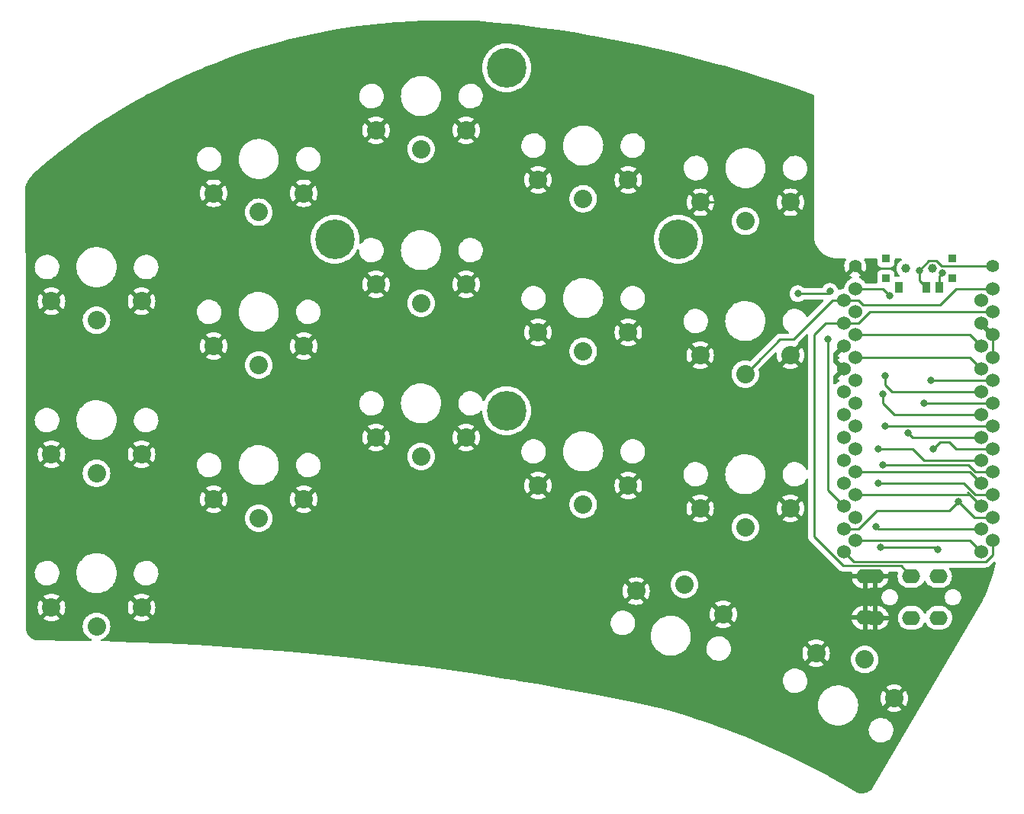
<source format=gbr>
%TF.GenerationSoftware,KiCad,Pcbnew,6.99.0-a9ca49a600~144~ubuntu20.04.1*%
%TF.CreationDate,2022-01-03T10:19:32+02:00*%
%TF.ProjectId,half-swept,68616c66-2d73-4776-9570-742e6b696361,rev?*%
%TF.SameCoordinates,Original*%
%TF.FileFunction,Copper,L2,Bot*%
%TF.FilePolarity,Positive*%
%FSLAX46Y46*%
G04 Gerber Fmt 4.6, Leading zero omitted, Abs format (unit mm)*
G04 Created by KiCad (PCBNEW 6.99.0-a9ca49a600~144~ubuntu20.04.1) date 2022-01-03 10:19:32*
%MOMM*%
%LPD*%
G01*
G04 APERTURE LIST*
%TA.AperFunction,ComponentPad*%
%ADD10C,4.400000*%
%TD*%
%TA.AperFunction,ComponentPad*%
%ADD11C,2.032000*%
%TD*%
%TA.AperFunction,ComponentPad*%
%ADD12C,1.524000*%
%TD*%
%TA.AperFunction,ComponentPad*%
%ADD13O,2.000000X1.600000*%
%TD*%
%TA.AperFunction,SMDPad,CuDef*%
%ADD14R,0.900000X0.900000*%
%TD*%
%TA.AperFunction,SMDPad,CuDef*%
%ADD15R,0.900000X1.250000*%
%TD*%
%TA.AperFunction,WasherPad*%
%ADD16C,1.000000*%
%TD*%
%TA.AperFunction,ComponentPad*%
%ADD17C,1.397000*%
%TD*%
%TA.AperFunction,ViaPad*%
%ADD18C,0.800000*%
%TD*%
%TA.AperFunction,Conductor*%
%ADD19C,0.250000*%
%TD*%
G04 APERTURE END LIST*
D10*
%TO.P,REF\u002A\u002A,1*%
%TO.N,N/C*%
X72580000Y-23930000D03*
X91630000Y-42980000D03*
X72580000Y-62030000D03*
X53530000Y-42980000D03*
%TD*%
D11*
%TO.P,SW20,1*%
%TO.N,Switch17*%
X112306000Y-89670450D03*
%TO.P,SW20,2*%
%TO.N,gnd*%
X115586127Y-93989103D03*
X106925873Y-88989103D03*
%TD*%
%TO.P,SW21,1*%
%TO.N,Switch16*%
X92323032Y-81331038D03*
%TO.P,SW21,2*%
%TO.N,gnd*%
X96609142Y-84653577D03*
X86949883Y-82065387D03*
%TD*%
%TO.P,SW18,1*%
%TO.N,Switch15*%
X99060000Y-74988000D03*
%TO.P,SW18,2*%
%TO.N,gnd*%
X94060000Y-72888000D03*
X104060000Y-72888000D03*
%TD*%
%TO.P,SW17,1*%
%TO.N,Switch14*%
X81080000Y-72448000D03*
%TO.P,SW17,2*%
%TO.N,gnd*%
X76080000Y-70348000D03*
X86080000Y-70348000D03*
%TD*%
%TO.P,SW16,1*%
%TO.N,Switch13*%
X63080000Y-67114000D03*
%TO.P,SW16,2*%
%TO.N,gnd*%
X58080000Y-65014000D03*
X68080000Y-65014000D03*
%TD*%
%TO.P,SW15,1*%
%TO.N,Switch12*%
X45080000Y-73972000D03*
%TO.P,SW15,2*%
%TO.N,gnd*%
X40080000Y-71872000D03*
X50080000Y-71872000D03*
%TD*%
%TO.P,SW14,1*%
%TO.N,Switch11*%
X27080000Y-85980000D03*
%TO.P,SW14,2*%
%TO.N,gnd*%
X22080000Y-83880000D03*
X32080000Y-83880000D03*
%TD*%
%TO.P,SW12,1*%
%TO.N,Switch10*%
X99060000Y-57970000D03*
%TO.P,SW12,2*%
%TO.N,gnd*%
X94060000Y-55870000D03*
X104060000Y-55870000D03*
%TD*%
%TO.P,SW11,1*%
%TO.N,Switch9*%
X81080000Y-55430000D03*
%TO.P,SW11,2*%
%TO.N,gnd*%
X76080000Y-53330000D03*
X86080000Y-53330000D03*
%TD*%
%TO.P,SW10,1*%
%TO.N,Switch8*%
X63080000Y-50096000D03*
%TO.P,SW10,2*%
%TO.N,gnd*%
X58080000Y-47996000D03*
X68080000Y-47996000D03*
%TD*%
%TO.P,SW9,1*%
%TO.N,Switch7*%
X45080000Y-56954000D03*
%TO.P,SW9,2*%
%TO.N,gnd*%
X40080000Y-54854000D03*
X50080000Y-54854000D03*
%TD*%
%TO.P,SW8,1*%
%TO.N,Switch6*%
X27080000Y-68980000D03*
%TO.P,SW8,2*%
%TO.N,gnd*%
X22080000Y-66880000D03*
X32080000Y-66880000D03*
%TD*%
%TO.P,SW6,1*%
%TO.N,Switch5*%
X99080000Y-40980000D03*
%TO.P,SW6,2*%
%TO.N,gnd*%
X94080000Y-38880000D03*
X104080000Y-38880000D03*
%TD*%
%TO.P,SW5,1*%
%TO.N,Switch4*%
X81080000Y-38480000D03*
%TO.P,SW5,2*%
%TO.N,gnd*%
X76080000Y-36380000D03*
X86080000Y-36380000D03*
%TD*%
%TO.P,SW4,1*%
%TO.N,Switch3*%
X63080000Y-32980000D03*
%TO.P,SW4,2*%
%TO.N,gnd*%
X58080000Y-30880000D03*
X68080000Y-30880000D03*
%TD*%
%TO.P,SW3,1*%
%TO.N,Switch2*%
X45080000Y-39980000D03*
%TO.P,SW3,2*%
%TO.N,gnd*%
X40080000Y-37880000D03*
X50080000Y-37880000D03*
%TD*%
%TO.P,SW2,1*%
%TO.N,Switch1*%
X27080000Y-51980000D03*
%TO.P,SW2,2*%
%TO.N,gnd*%
X22080000Y-49880000D03*
X32080000Y-49880000D03*
%TD*%
D12*
%TO.P,U1,24*%
%TO.N,raw*%
X125222000Y-49784000D03*
%TO.P,U1,23*%
%TO.N,gnd*%
X125222000Y-52324000D03*
%TO.P,U1,22*%
%TO.N,reset*%
X125222000Y-54864000D03*
%TO.P,U1,21*%
%TO.N,vcc*%
X125222000Y-57404000D03*
%TO.P,U1,20*%
%TO.N,Switch5*%
X125222000Y-59944000D03*
%TO.P,U1,19*%
%TO.N,Switch4*%
X125222000Y-62484000D03*
%TO.P,U1,18*%
%TO.N,Switch3*%
X125222000Y-65024000D03*
%TO.P,U1,17*%
%TO.N,Switch2*%
X125222000Y-67564000D03*
%TO.P,U1,16*%
%TO.N,Switch6*%
X125222000Y-70104000D03*
%TO.P,U1,15*%
%TO.N,Switch7*%
X125222000Y-72644000D03*
%TO.P,U1,14*%
%TO.N,Switch8*%
X125222000Y-75184000D03*
%TO.P,U1,13*%
%TO.N,Switch9*%
X125222000Y-77724000D03*
%TO.P,U1,12*%
%TO.N,Switch17*%
X109982000Y-77724000D03*
%TO.P,U1,11*%
%TO.N,Switch16*%
X109982000Y-75184000D03*
%TO.P,U1,10*%
%TO.N,Switch1*%
X109982000Y-72644000D03*
%TO.P,U1,9*%
%TO.N,Switch15*%
X109982000Y-70104000D03*
%TO.P,U1,8*%
%TO.N,Switch14*%
X109982000Y-67564000D03*
%TO.P,U1,7*%
%TO.N,Switch13*%
X109982000Y-65024000D03*
%TO.P,U1,6*%
%TO.N,Switch12*%
X109982000Y-62484000D03*
%TO.P,U1,5*%
%TO.N,Switch11*%
X109982000Y-59944000D03*
%TO.P,U1,4*%
%TO.N,gnd*%
X109982000Y-57404000D03*
%TO.P,U1,3*%
X109982000Y-54864000D03*
%TO.P,U1,2*%
%TO.N,Switch18*%
X109982000Y-52324000D03*
%TO.P,U1,1*%
%TO.N,Switch10*%
X109982000Y-49784000D03*
X126528400Y-48514000D03*
%TO.P,U1,2*%
%TO.N,Switch18*%
X126528400Y-51054000D03*
%TO.P,U1,3*%
%TO.N,gnd*%
X126528400Y-53594000D03*
%TO.P,U1,4*%
X126528400Y-56134000D03*
%TO.P,U1,5*%
%TO.N,Switch11*%
X126528400Y-58674000D03*
%TO.P,U1,6*%
%TO.N,Switch12*%
X126528400Y-61214000D03*
%TO.P,U1,7*%
%TO.N,Switch13*%
X126528400Y-63754000D03*
%TO.P,U1,8*%
%TO.N,Switch14*%
X126528400Y-66294000D03*
%TO.P,U1,9*%
%TO.N,Switch15*%
X126528400Y-68834000D03*
%TO.P,U1,10*%
%TO.N,Switch1*%
X126528400Y-71374000D03*
%TO.P,U1,11*%
%TO.N,Switch16*%
X126528400Y-73914000D03*
%TO.P,U1,12*%
%TO.N,Switch17*%
X126528400Y-76454000D03*
%TO.P,U1,13*%
%TO.N,Switch9*%
X111308400Y-76454000D03*
%TO.P,U1,14*%
%TO.N,Switch8*%
X111308400Y-73914000D03*
%TO.P,U1,15*%
%TO.N,Switch7*%
X111308400Y-71374000D03*
%TO.P,U1,16*%
%TO.N,Switch6*%
X111308400Y-68834000D03*
%TO.P,U1,17*%
%TO.N,Switch2*%
X111308400Y-66294000D03*
%TO.P,U1,18*%
%TO.N,Switch3*%
X111308400Y-63754000D03*
%TO.P,U1,19*%
%TO.N,Switch4*%
X111308400Y-61214000D03*
%TO.P,U1,20*%
%TO.N,Switch5*%
X111308400Y-58674000D03*
%TO.P,U1,21*%
%TO.N,vcc*%
X111308400Y-56134000D03*
%TO.P,U1,22*%
%TO.N,reset*%
X111308400Y-53594000D03*
%TO.P,U1,23*%
%TO.N,gnd*%
X111308400Y-51054000D03*
%TO.P,U1,24*%
%TO.N,raw*%
X111308400Y-48514000D03*
%TD*%
D13*
%TO.P,J2,R1*%
%TO.N,Switch18*%
X117478000Y-80420000D03*
%TO.P,J2,R2*%
%TO.N,vcc*%
X120478000Y-80420000D03*
%TO.P,J2,T*%
%TO.N,gnd*%
X113478000Y-80420000D03*
%TO.P,J2,S*%
X112378000Y-85020000D03*
X112398000Y-80450000D03*
%TO.P,J2,T*%
X113498000Y-85050000D03*
%TO.P,J2,R2*%
%TO.N,vcc*%
X120498000Y-85050000D03*
%TO.P,J2,R1*%
%TO.N,Switch18*%
X117498000Y-85050000D03*
%TD*%
D14*
%TO.P,POWER SW,0*%
%TO.N,N/C*%
X122064000Y-45128000D03*
X122064000Y-47328000D03*
X114664000Y-47328000D03*
X114664000Y-45128000D03*
D15*
%TO.P,POWER SW,1*%
%TO.N,Net-(SW_POWERR1-Pad1)*%
X116114000Y-48303000D03*
%TO.P,POWER SW,3*%
%TO.N,raw*%
X120614000Y-48303000D03*
%TO.P,POWER SW,2*%
%TO.N,BT+_r*%
X119114000Y-48303000D03*
D16*
%TO.P,POWER SW,*%
%TO.N,*%
X119864000Y-46228000D03*
X116864000Y-46228000D03*
%TD*%
D17*
%TO.P,B-,1*%
%TO.N,gnd*%
X111252000Y-45974000D03*
%TD*%
%TO.P,B+,1*%
%TO.N,BT+_r*%
X126492000Y-45974000D03*
%TD*%
D18*
%TO.N,vcc*%
X114046000Y-77216000D03*
X120396000Y-77470000D03*
%TO.N,Switch1*%
X108458000Y-48768000D03*
X113792000Y-70104000D03*
X108204000Y-54102000D03*
X104902000Y-49022000D03*
%TO.N,Switch2*%
X113792000Y-66294000D03*
%TO.N,Switch3*%
X117094000Y-64516000D03*
%TO.N,Switch4*%
X114300000Y-60198000D03*
%TO.N,Switch5*%
X114554000Y-58166000D03*
%TO.N,Switch8*%
X113538000Y-74930000D03*
%TO.N,Switch11*%
X119634000Y-58674000D03*
%TO.N,Switch12*%
X118872000Y-61214000D03*
%TO.N,Switch13*%
X114554000Y-63754000D03*
%TO.N,Switch14*%
X119888000Y-66294000D03*
%TO.N,Switch15*%
X114300000Y-68072000D03*
%TO.N,Switch16*%
X122682000Y-72136000D03*
%TO.N,raw*%
X120904000Y-46736000D03*
X115062000Y-49276000D03*
%TO.N,BT+_r*%
X118364000Y-46482000D03*
%TD*%
D19*
%TO.N,gnd*%
X100383159Y-38880000D02*
X94080000Y-38880000D01*
X109001159Y-47498000D02*
X100383159Y-38880000D01*
X113478000Y-85030000D02*
X113498000Y-85050000D01*
X113468000Y-85020000D02*
X113498000Y-85050000D01*
X109728000Y-47498000D02*
X111252000Y-45974000D01*
X109001159Y-47498000D02*
X109728000Y-47498000D01*
X126528400Y-53594000D02*
X126528400Y-56134000D01*
%TO.N,vcc*%
X120478000Y-85030000D02*
X120498000Y-85050000D01*
X123952000Y-56134000D02*
X125222000Y-57404000D01*
X111308400Y-56134000D02*
X123952000Y-56134000D01*
X114046000Y-77216000D02*
X120142000Y-77216000D01*
X120142000Y-77216000D02*
X120396000Y-77470000D01*
X120396000Y-77470000D02*
X120396000Y-77470000D01*
%TO.N,Switch18*%
X111647162Y-52324000D02*
X109982000Y-52324000D01*
X112917162Y-51054000D02*
X111647162Y-52324000D01*
X126528400Y-51054000D02*
X112917162Y-51054000D01*
X109910249Y-79261011D02*
X106680000Y-76030762D01*
X116319011Y-79261011D02*
X109910249Y-79261011D01*
X117478000Y-80420000D02*
X116319011Y-79261011D01*
X106680000Y-76030762D02*
X106680000Y-73152000D01*
X106680000Y-73152000D02*
X106680000Y-72898000D01*
X107950000Y-52324000D02*
X106680000Y-53594000D01*
X109982000Y-52324000D02*
X107950000Y-52324000D01*
X106680000Y-73152000D02*
X106680000Y-53594000D01*
%TO.N,reset*%
X123952000Y-53594000D02*
X111308400Y-53594000D01*
X125222000Y-54864000D02*
X123952000Y-53594000D01*
%TO.N,Switch1*%
X124588410Y-71374000D02*
X123318410Y-70104000D01*
X126528400Y-71374000D02*
X124588410Y-71374000D01*
X123318410Y-70104000D02*
X113792000Y-70104000D01*
X113792000Y-70104000D02*
X113792000Y-70104000D01*
X108204000Y-70866000D02*
X108458000Y-71120000D01*
X108458000Y-71120000D02*
X109982000Y-72644000D01*
X108204000Y-54102000D02*
X108204000Y-70866000D01*
X108204000Y-49022000D02*
X108458000Y-48768000D01*
X104902000Y-49022000D02*
X108204000Y-49022000D01*
%TO.N,Switch2*%
X117602000Y-66294000D02*
X118872000Y-67564000D01*
X125222000Y-67564000D02*
X122682000Y-67564000D01*
X122682000Y-67564000D02*
X123190000Y-67564000D01*
X118872000Y-67564000D02*
X122682000Y-67564000D01*
X113792000Y-66294000D02*
X117602000Y-66294000D01*
%TO.N,Switch3*%
X125222000Y-65024000D02*
X117602000Y-65024000D01*
X117602000Y-65024000D02*
X117094000Y-64516000D01*
X117094000Y-64516000D02*
X117094000Y-64516000D01*
%TO.N,Switch4*%
X125222000Y-62484000D02*
X116840000Y-62484000D01*
X114300000Y-61214000D02*
X115570000Y-62484000D01*
X114300000Y-60198000D02*
X114300000Y-61214000D01*
X116840000Y-62484000D02*
X115570000Y-62484000D01*
%TO.N,Switch5*%
X125222000Y-59944000D02*
X115316000Y-59944000D01*
X114554000Y-59182000D02*
X115316000Y-59944000D01*
X114554000Y-58166000D02*
X114554000Y-59182000D01*
%TO.N,Switch6*%
X123952000Y-68834000D02*
X125222000Y-70104000D01*
X111308400Y-68834000D02*
X123952000Y-68834000D01*
%TO.N,Switch7*%
X125213400Y-72644000D02*
X123693700Y-71124300D01*
X123952000Y-71374000D02*
X125222000Y-72644000D01*
X111308400Y-71374000D02*
X123952000Y-71374000D01*
%TO.N,Switch8*%
X125222000Y-75184000D02*
X113792000Y-75184000D01*
X113792000Y-75184000D02*
X113538000Y-74930000D01*
X113538000Y-74930000D02*
X113538000Y-74930000D01*
%TO.N,Switch9*%
X123952000Y-76454000D02*
X125222000Y-77724000D01*
X111308400Y-76454000D02*
X123952000Y-76454000D01*
%TO.N,Switch10*%
X126528400Y-48514000D02*
X122428000Y-48514000D01*
X111647162Y-49784000D02*
X109982000Y-49784000D01*
X112155162Y-50292000D02*
X111647162Y-49784000D01*
X120650000Y-50292000D02*
X112155162Y-50292000D01*
X122428000Y-48514000D02*
X120650000Y-50292000D01*
X108709256Y-49784000D02*
X104391256Y-54102000D01*
X109982000Y-49784000D02*
X108709256Y-49784000D01*
X102928000Y-54102000D02*
X100359000Y-56671000D01*
X104391256Y-54102000D02*
X102928000Y-54102000D01*
X100359000Y-56671000D02*
X100713001Y-56316999D01*
X99060000Y-57970000D02*
X100359000Y-56671000D01*
%TO.N,Switch11*%
X119634000Y-58674000D02*
X126528400Y-58674000D01*
%TO.N,Switch12*%
X121666000Y-61214000D02*
X126528400Y-61214000D01*
X118872000Y-61214000D02*
X121666000Y-61214000D01*
%TO.N,Switch13*%
X126528400Y-63754000D02*
X114554000Y-63754000D01*
X114554000Y-63754000D02*
X114554000Y-63754000D01*
%TO.N,Switch14*%
X122428000Y-66294000D02*
X121666000Y-65532000D01*
X126528400Y-66294000D02*
X122428000Y-66294000D01*
X121158000Y-65532000D02*
X120650000Y-65532000D01*
X121666000Y-65532000D02*
X121158000Y-65532000D01*
X120650000Y-65532000D02*
X119888000Y-66294000D01*
X119888000Y-66294000D02*
X119888000Y-66294000D01*
%TO.N,Switch15*%
X124588410Y-68834000D02*
X123826410Y-68072000D01*
X126528400Y-68834000D02*
X124588410Y-68834000D01*
X123826410Y-68072000D02*
X114300000Y-68072000D01*
X114300000Y-68072000D02*
X114300000Y-68072000D01*
%TO.N,Switch16*%
X111647162Y-75184000D02*
X109982000Y-75184000D01*
X121666000Y-73152000D02*
X113679162Y-73152000D01*
X122682000Y-72136000D02*
X122682000Y-72136000D01*
X113679162Y-73152000D02*
X111647162Y-75184000D01*
X124460000Y-73914000D02*
X122682000Y-72136000D01*
X126528400Y-73914000D02*
X124460000Y-73914000D01*
X122682000Y-72136000D02*
X121666000Y-73152000D01*
%TO.N,Switch17*%
X111069001Y-78811001D02*
X109982000Y-77724000D01*
X125743761Y-78811001D02*
X111069001Y-78811001D01*
X126528400Y-78026362D02*
X125743761Y-78811001D01*
X126528400Y-76454000D02*
X126528400Y-78026362D01*
%TO.N,raw*%
X120614000Y-47026000D02*
X120904000Y-46736000D01*
X120614000Y-48303000D02*
X120614000Y-47026000D01*
X114300000Y-48514000D02*
X115062000Y-49276000D01*
X111308400Y-48514000D02*
X114300000Y-48514000D01*
%TO.N,BT+_r*%
X119443001Y-45402999D02*
X118364000Y-46482000D01*
X120831002Y-45974000D02*
X120260001Y-45402999D01*
X120260001Y-45402999D02*
X119443001Y-45402999D01*
X126492000Y-45974000D02*
X120831002Y-45974000D01*
X118364000Y-47553000D02*
X119114000Y-48303000D01*
X118364000Y-46482000D02*
X118364000Y-47553000D01*
%TD*%
%TA.AperFunction,Conductor*%
%TO.N,gnd*%
G36*
X69232968Y-18709343D02*
G01*
X69234233Y-18709464D01*
X69242959Y-18711576D01*
X69264203Y-18710577D01*
X69272309Y-18710196D01*
X69289666Y-18710577D01*
X69931242Y-18769065D01*
X71496597Y-18911768D01*
X71498469Y-18911954D01*
X72570726Y-19026734D01*
X73740846Y-19151991D01*
X73742815Y-19152217D01*
X75981220Y-19427500D01*
X75983185Y-19427758D01*
X78216870Y-19738195D01*
X78218830Y-19738483D01*
X80447408Y-20084018D01*
X80449364Y-20084337D01*
X81533762Y-20269979D01*
X82672204Y-20464873D01*
X82674110Y-20465214D01*
X83407434Y-20602660D01*
X84890833Y-20880690D01*
X84892777Y-20881071D01*
X86461127Y-21200633D01*
X87102544Y-21331326D01*
X87104446Y-21331729D01*
X89306882Y-21816688D01*
X89308813Y-21817129D01*
X91503432Y-22336685D01*
X91505278Y-22337137D01*
X92136779Y-22497168D01*
X93691410Y-22891133D01*
X93693327Y-22891635D01*
X95870436Y-23479933D01*
X95872345Y-23480465D01*
X96744862Y-23731024D01*
X98040006Y-24102950D01*
X98041792Y-24103478D01*
X99520017Y-24553261D01*
X100199339Y-24759960D01*
X100201230Y-24760551D01*
X102348243Y-25450902D01*
X102350125Y-25451524D01*
X104485917Y-26175523D01*
X104487788Y-26176174D01*
X106549555Y-26911428D01*
X106559207Y-26915444D01*
X106565895Y-26919905D01*
X106574458Y-26922590D01*
X106582558Y-26926463D01*
X106582358Y-26926881D01*
X106601745Y-26936005D01*
X106616144Y-26945356D01*
X106643021Y-26968837D01*
X106664220Y-26993469D01*
X106683438Y-27023551D01*
X106692896Y-27044372D01*
X106696876Y-27053135D01*
X106706886Y-27087398D01*
X106708989Y-27102096D01*
X106710250Y-27121479D01*
X106710240Y-27122276D01*
X106708859Y-27131148D01*
X106710023Y-27140049D01*
X106710023Y-27140052D01*
X106712981Y-27162668D01*
X106714045Y-27179006D01*
X106714028Y-32980000D01*
X106714001Y-42641877D01*
X106712910Y-42658422D01*
X106708805Y-42689414D01*
X106709091Y-42701951D01*
X106709949Y-42706741D01*
X106709977Y-42707019D01*
X106711312Y-42716785D01*
X106733982Y-42955377D01*
X106738292Y-43000740D01*
X106802100Y-43294042D01*
X106803332Y-43297596D01*
X106803334Y-43297603D01*
X106899182Y-43574092D01*
X106899186Y-43574101D01*
X106900415Y-43577647D01*
X107031835Y-43847511D01*
X107033879Y-43850682D01*
X107033880Y-43850683D01*
X107040554Y-43861034D01*
X107194486Y-44099785D01*
X107196891Y-44102687D01*
X107196896Y-44102693D01*
X107265349Y-44185270D01*
X107386048Y-44330873D01*
X107388786Y-44333471D01*
X107598742Y-44532688D01*
X107603791Y-44537479D01*
X107844608Y-44716656D01*
X108105066Y-44865851D01*
X108108523Y-44867315D01*
X108108524Y-44867316D01*
X108377979Y-44981464D01*
X108377983Y-44981465D01*
X108381452Y-44982935D01*
X108385070Y-44983980D01*
X108385078Y-44983983D01*
X108610235Y-45049025D01*
X108669824Y-45066239D01*
X108966069Y-45114575D01*
X108969813Y-45114733D01*
X108969820Y-45114734D01*
X109125911Y-45121333D01*
X109233706Y-45125890D01*
X109247109Y-45127178D01*
X109248627Y-45127406D01*
X109253438Y-45128129D01*
X109259794Y-45128096D01*
X109261103Y-45128089D01*
X109261107Y-45128089D01*
X109265978Y-45128063D01*
X109288017Y-45124512D01*
X109308027Y-45122909D01*
X109608523Y-45122860D01*
X110128590Y-45122774D01*
X110196714Y-45142765D01*
X110243216Y-45196413D01*
X110253331Y-45266685D01*
X110235575Y-45313955D01*
X110235809Y-45314078D01*
X110234831Y-45315936D01*
X110234280Y-45317404D01*
X110233117Y-45319195D01*
X110135256Y-45505198D01*
X110130851Y-45515832D01*
X110068522Y-45716563D01*
X110066130Y-45727817D01*
X110041425Y-45936547D01*
X110041124Y-45948048D01*
X110054871Y-46157779D01*
X110056672Y-46169149D01*
X110108409Y-46372863D01*
X110112250Y-46383710D01*
X110200247Y-46574592D01*
X110205996Y-46584549D01*
X110227112Y-46614427D01*
X110237701Y-46622815D01*
X110251000Y-46615788D01*
X111162905Y-45703884D01*
X111225217Y-45669859D01*
X111296033Y-45674924D01*
X111341095Y-45703884D01*
X112254609Y-46617398D01*
X112266987Y-46624156D01*
X112273566Y-46619231D01*
X112356095Y-46471865D01*
X112360771Y-46461362D01*
X112428334Y-46262328D01*
X112431019Y-46251145D01*
X112461475Y-46041088D01*
X112462105Y-46033705D01*
X112463572Y-45977704D01*
X112463329Y-45970305D01*
X112443908Y-45758945D01*
X112441811Y-45747630D01*
X112384758Y-45545336D01*
X112380636Y-45534597D01*
X112287673Y-45346085D01*
X112281662Y-45336277D01*
X112272339Y-45323792D01*
X112247607Y-45257243D01*
X112262780Y-45187887D01*
X112313041Y-45137744D01*
X112373275Y-45122402D01*
X113579479Y-45122202D01*
X113647603Y-45142193D01*
X113694105Y-45195841D01*
X113705500Y-45248202D01*
X113705500Y-45626134D01*
X113712255Y-45688316D01*
X113763385Y-45824705D01*
X113850739Y-45941261D01*
X113967295Y-46028615D01*
X114103684Y-46079745D01*
X114165866Y-46086500D01*
X115162134Y-46086500D01*
X115224316Y-46079745D01*
X115360705Y-46028615D01*
X115477261Y-45941261D01*
X115564615Y-45824705D01*
X115615745Y-45688316D01*
X115622500Y-45626134D01*
X115622500Y-45247843D01*
X115642502Y-45179722D01*
X115696158Y-45133229D01*
X115748478Y-45121843D01*
X116290165Y-45121753D01*
X116358288Y-45141744D01*
X116404790Y-45195392D01*
X116414905Y-45265664D01*
X116385423Y-45330250D01*
X116348561Y-45359414D01*
X116314576Y-45377181D01*
X116314565Y-45377188D01*
X116309110Y-45380040D01*
X116154975Y-45503968D01*
X116027846Y-45655474D01*
X116024879Y-45660872D01*
X116024875Y-45660877D01*
X115958327Y-45781930D01*
X115932567Y-45828787D01*
X115930706Y-45834654D01*
X115930705Y-45834656D01*
X115876694Y-46004919D01*
X115872765Y-46017306D01*
X115850719Y-46213851D01*
X115851235Y-46219995D01*
X115866720Y-46404403D01*
X115867268Y-46410934D01*
X115873530Y-46432771D01*
X115905425Y-46544002D01*
X115921783Y-46601050D01*
X115924602Y-46606535D01*
X116005567Y-46764074D01*
X116012187Y-46776956D01*
X116135035Y-46931953D01*
X116139729Y-46935948D01*
X116139733Y-46935952D01*
X116153356Y-46947546D01*
X116192270Y-47006928D01*
X116192901Y-47077922D01*
X116155050Y-47137987D01*
X116090734Y-47168053D01*
X116071694Y-47169500D01*
X115748500Y-47169500D01*
X115680379Y-47149498D01*
X115633886Y-47095842D01*
X115622500Y-47043500D01*
X115622500Y-46829866D01*
X115615745Y-46767684D01*
X115564615Y-46631295D01*
X115477261Y-46514739D01*
X115360705Y-46427385D01*
X115224316Y-46376255D01*
X115162134Y-46369500D01*
X114165866Y-46369500D01*
X114103684Y-46376255D01*
X113967295Y-46427385D01*
X113850739Y-46514739D01*
X113763385Y-46631295D01*
X113712255Y-46767684D01*
X113705500Y-46829866D01*
X113705500Y-47754500D01*
X113685498Y-47822621D01*
X113631842Y-47869114D01*
X113579500Y-47880500D01*
X112481404Y-47880500D01*
X112413283Y-47860498D01*
X112378191Y-47826771D01*
X112288536Y-47698730D01*
X112288534Y-47698727D01*
X112285377Y-47694219D01*
X112128181Y-47537023D01*
X112123673Y-47533866D01*
X112123670Y-47533864D01*
X112041191Y-47476112D01*
X111946077Y-47409512D01*
X111941095Y-47407189D01*
X111941090Y-47407186D01*
X111749581Y-47317884D01*
X111749576Y-47317882D01*
X111744596Y-47315560D01*
X111744659Y-47315424D01*
X111689286Y-47274650D01*
X111663951Y-47208328D01*
X111678494Y-47138837D01*
X111728298Y-47088240D01*
X111738312Y-47083237D01*
X111749876Y-47078089D01*
X111892404Y-46998270D01*
X111902266Y-46988194D01*
X111899311Y-46980522D01*
X111264811Y-46346021D01*
X111250868Y-46338408D01*
X111249034Y-46338539D01*
X111242420Y-46342790D01*
X110610239Y-46974972D01*
X110604046Y-46986314D01*
X110613928Y-46998803D01*
X110669041Y-47035627D01*
X110679155Y-47041119D01*
X110827447Y-47104831D01*
X110882140Y-47150099D01*
X110903677Y-47217750D01*
X110885220Y-47286306D01*
X110830959Y-47334793D01*
X110675711Y-47407186D01*
X110675706Y-47407189D01*
X110670724Y-47409512D01*
X110666217Y-47412668D01*
X110666215Y-47412669D01*
X110493130Y-47533864D01*
X110493127Y-47533866D01*
X110488619Y-47537023D01*
X110331423Y-47694219D01*
X110328266Y-47698727D01*
X110328264Y-47698730D01*
X110207069Y-47871815D01*
X110203912Y-47876324D01*
X110201589Y-47881306D01*
X110201586Y-47881311D01*
X110137708Y-48018298D01*
X110109960Y-48077804D01*
X110108538Y-48083112D01*
X110108537Y-48083114D01*
X110098975Y-48118799D01*
X110052422Y-48292537D01*
X110047566Y-48348045D01*
X110043127Y-48398781D01*
X110017264Y-48464899D01*
X109959760Y-48506538D01*
X109928588Y-48513320D01*
X109760537Y-48528022D01*
X109656343Y-48555941D01*
X109551114Y-48584137D01*
X109551112Y-48584138D01*
X109545804Y-48585560D01*
X109540822Y-48587883D01*
X109540817Y-48587885D01*
X109508290Y-48603053D01*
X109438099Y-48613715D01*
X109373286Y-48584736D01*
X109335206Y-48527796D01*
X109330503Y-48513320D01*
X109292527Y-48396444D01*
X109197040Y-48231056D01*
X109162069Y-48192216D01*
X109073675Y-48094045D01*
X109073674Y-48094044D01*
X109069253Y-48089134D01*
X108951430Y-48003530D01*
X108920094Y-47980763D01*
X108920093Y-47980762D01*
X108914752Y-47976882D01*
X108908724Y-47974198D01*
X108908722Y-47974197D01*
X108746319Y-47901891D01*
X108746318Y-47901891D01*
X108740288Y-47899206D01*
X108646887Y-47879353D01*
X108559944Y-47860872D01*
X108559939Y-47860872D01*
X108553487Y-47859500D01*
X108362513Y-47859500D01*
X108356061Y-47860872D01*
X108356056Y-47860872D01*
X108269113Y-47879353D01*
X108175712Y-47899206D01*
X108169682Y-47901891D01*
X108169681Y-47901891D01*
X108007278Y-47974197D01*
X108007276Y-47974198D01*
X108001248Y-47976882D01*
X107995907Y-47980762D01*
X107995906Y-47980763D01*
X107964570Y-48003530D01*
X107846747Y-48089134D01*
X107842326Y-48094044D01*
X107842325Y-48094045D01*
X107753932Y-48192216D01*
X107718960Y-48231056D01*
X107679752Y-48298966D01*
X107664432Y-48325501D01*
X107613049Y-48374494D01*
X107555313Y-48388500D01*
X105610200Y-48388500D01*
X105542079Y-48368498D01*
X105522853Y-48352157D01*
X105522580Y-48352460D01*
X105517668Y-48348037D01*
X105513253Y-48343134D01*
X105443691Y-48292594D01*
X105364094Y-48234763D01*
X105364093Y-48234762D01*
X105358752Y-48230882D01*
X105352724Y-48228198D01*
X105352722Y-48228197D01*
X105190319Y-48155891D01*
X105190318Y-48155891D01*
X105184288Y-48153206D01*
X105084621Y-48132021D01*
X105003944Y-48114872D01*
X105003939Y-48114872D01*
X104997487Y-48113500D01*
X104806513Y-48113500D01*
X104800061Y-48114872D01*
X104800056Y-48114872D01*
X104719379Y-48132021D01*
X104619712Y-48153206D01*
X104613682Y-48155891D01*
X104613681Y-48155891D01*
X104451278Y-48228197D01*
X104451276Y-48228198D01*
X104445248Y-48230882D01*
X104439907Y-48234762D01*
X104439906Y-48234763D01*
X104437138Y-48236774D01*
X104290747Y-48343134D01*
X104286326Y-48348044D01*
X104286325Y-48348045D01*
X104173279Y-48473596D01*
X104162960Y-48485056D01*
X104115773Y-48566786D01*
X104079125Y-48630263D01*
X104067473Y-48650444D01*
X104008458Y-48832072D01*
X104007768Y-48838633D01*
X104007768Y-48838635D01*
X103999341Y-48918817D01*
X103988496Y-49022000D01*
X103989186Y-49028565D01*
X104007334Y-49201229D01*
X104008458Y-49211928D01*
X104067473Y-49393556D01*
X104070776Y-49399278D01*
X104070777Y-49399279D01*
X104104004Y-49456829D01*
X104162960Y-49558944D01*
X104167378Y-49563851D01*
X104167379Y-49563852D01*
X104286325Y-49695955D01*
X104290747Y-49700866D01*
X104445248Y-49813118D01*
X104451276Y-49815802D01*
X104451278Y-49815803D01*
X104606541Y-49884930D01*
X104619712Y-49890794D01*
X104713112Y-49910647D01*
X104800056Y-49929128D01*
X104800061Y-49929128D01*
X104806513Y-49930500D01*
X104997487Y-49930500D01*
X105003939Y-49929128D01*
X105003944Y-49929128D01*
X105090888Y-49910647D01*
X105184288Y-49890794D01*
X105197459Y-49884930D01*
X105352722Y-49815803D01*
X105352724Y-49815802D01*
X105358752Y-49813118D01*
X105398830Y-49784000D01*
X105502417Y-49708739D01*
X105513253Y-49700866D01*
X105517668Y-49695963D01*
X105522580Y-49691540D01*
X105523705Y-49692789D01*
X105577014Y-49659949D01*
X105610200Y-49655500D01*
X107637661Y-49655500D01*
X107705782Y-49675502D01*
X107752275Y-49729158D01*
X107762379Y-49799432D01*
X107732885Y-49864012D01*
X107726756Y-49870595D01*
X106017435Y-51579916D01*
X105955123Y-51613942D01*
X105884308Y-51608877D01*
X105827472Y-51566330D01*
X105811148Y-51537102D01*
X105810367Y-51535123D01*
X105794513Y-51494978D01*
X105783994Y-51468343D01*
X105783992Y-51468339D01*
X105782033Y-51463378D01*
X105662353Y-51266151D01*
X105621882Y-51219512D01*
X105514653Y-51095941D01*
X105514651Y-51095939D01*
X105511153Y-51091908D01*
X105413102Y-51011511D01*
X105336885Y-50949016D01*
X105336879Y-50949012D01*
X105332757Y-50945632D01*
X105132265Y-50831506D01*
X105127249Y-50829685D01*
X105127244Y-50829683D01*
X104920425Y-50754611D01*
X104920421Y-50754610D01*
X104915410Y-50752791D01*
X104910161Y-50751842D01*
X104910158Y-50751841D01*
X104692477Y-50712478D01*
X104692470Y-50712477D01*
X104688393Y-50711740D01*
X104670656Y-50710904D01*
X104665708Y-50710670D01*
X104665701Y-50710670D01*
X104664220Y-50710600D01*
X104502075Y-50710600D01*
X104435119Y-50716281D01*
X104335438Y-50724739D01*
X104335434Y-50724740D01*
X104330127Y-50725190D01*
X104324972Y-50726528D01*
X104324966Y-50726529D01*
X104111997Y-50781805D01*
X104111993Y-50781806D01*
X104106828Y-50783147D01*
X104101962Y-50785339D01*
X104101959Y-50785340D01*
X103906315Y-50873471D01*
X103896485Y-50877899D01*
X103892065Y-50880875D01*
X103892061Y-50880877D01*
X103854350Y-50906266D01*
X103705115Y-51006738D01*
X103538188Y-51165978D01*
X103535000Y-51170263D01*
X103407546Y-51341568D01*
X103400479Y-51351066D01*
X103398064Y-51355816D01*
X103343377Y-51463378D01*
X103295923Y-51556712D01*
X103271064Y-51636771D01*
X103229095Y-51771930D01*
X103229094Y-51771936D01*
X103227511Y-51777033D01*
X103215165Y-51870186D01*
X103201264Y-51975070D01*
X103197200Y-52005732D01*
X103197400Y-52011062D01*
X103197400Y-52011063D01*
X103201249Y-52113586D01*
X103205854Y-52236268D01*
X103253228Y-52462050D01*
X103255186Y-52467009D01*
X103255187Y-52467011D01*
X103274209Y-52515178D01*
X103337967Y-52676622D01*
X103408717Y-52793214D01*
X103453958Y-52867769D01*
X103457647Y-52873849D01*
X103461144Y-52877879D01*
X103567380Y-53000305D01*
X103608847Y-53048092D01*
X103612978Y-53051479D01*
X103783115Y-53190984D01*
X103783121Y-53190988D01*
X103787243Y-53194368D01*
X103831832Y-53219749D01*
X103855107Y-53232998D01*
X103904413Y-53284080D01*
X103918275Y-53353710D01*
X103892292Y-53419781D01*
X103834713Y-53461316D01*
X103792775Y-53468500D01*
X103006768Y-53468500D01*
X102995585Y-53467973D01*
X102988092Y-53466298D01*
X102980166Y-53466547D01*
X102980165Y-53466547D01*
X102920002Y-53468438D01*
X102916044Y-53468500D01*
X102888144Y-53468500D01*
X102884154Y-53469004D01*
X102872320Y-53469936D01*
X102828111Y-53471326D01*
X102820495Y-53473539D01*
X102820493Y-53473539D01*
X102808652Y-53476979D01*
X102789293Y-53480988D01*
X102787983Y-53481154D01*
X102769203Y-53483526D01*
X102761837Y-53486442D01*
X102761831Y-53486444D01*
X102728098Y-53499800D01*
X102716868Y-53503645D01*
X102682017Y-53513770D01*
X102674407Y-53515981D01*
X102667584Y-53520016D01*
X102656966Y-53526295D01*
X102639213Y-53534992D01*
X102631568Y-53538019D01*
X102620383Y-53542448D01*
X102613968Y-53547109D01*
X102584612Y-53568437D01*
X102574695Y-53574951D01*
X102536638Y-53597458D01*
X102522317Y-53611779D01*
X102507284Y-53624619D01*
X102490893Y-53636528D01*
X102485842Y-53642634D01*
X102462702Y-53670605D01*
X102454712Y-53679384D01*
X101275770Y-54858325D01*
X99651685Y-56482410D01*
X99589373Y-56516436D01*
X99533042Y-56513595D01*
X99532553Y-56515631D01*
X99304035Y-56460768D01*
X99304029Y-56460767D01*
X99299222Y-56459613D01*
X99060000Y-56440786D01*
X98820778Y-56459613D01*
X98815971Y-56460767D01*
X98815965Y-56460768D01*
X98669037Y-56496043D01*
X98587447Y-56515631D01*
X98582876Y-56517524D01*
X98582874Y-56517525D01*
X98370323Y-56605566D01*
X98370321Y-56605567D01*
X98365751Y-56607460D01*
X98161151Y-56732840D01*
X98157384Y-56736057D01*
X98157383Y-56736058D01*
X98094281Y-56789952D01*
X97978682Y-56888682D01*
X97822840Y-57071151D01*
X97697460Y-57275751D01*
X97695567Y-57280321D01*
X97695566Y-57280323D01*
X97607525Y-57492874D01*
X97605631Y-57497447D01*
X97604476Y-57502259D01*
X97550768Y-57725965D01*
X97550767Y-57725971D01*
X97549613Y-57730778D01*
X97530786Y-57970000D01*
X97549613Y-58209222D01*
X97550767Y-58214029D01*
X97550768Y-58214035D01*
X97583258Y-58349365D01*
X97605631Y-58442553D01*
X97607524Y-58447124D01*
X97607525Y-58447126D01*
X97622829Y-58484072D01*
X97697460Y-58664249D01*
X97822840Y-58868849D01*
X97978682Y-59051318D01*
X97982444Y-59054531D01*
X98143352Y-59191958D01*
X98161151Y-59207160D01*
X98365751Y-59332540D01*
X98370321Y-59334433D01*
X98370323Y-59334434D01*
X98527277Y-59399446D01*
X98587447Y-59424369D01*
X98669037Y-59443957D01*
X98815965Y-59479232D01*
X98815971Y-59479233D01*
X98820778Y-59480387D01*
X99060000Y-59499214D01*
X99299222Y-59480387D01*
X99304029Y-59479233D01*
X99304035Y-59479232D01*
X99450963Y-59443957D01*
X99532553Y-59424369D01*
X99592723Y-59399446D01*
X99749677Y-59334434D01*
X99749679Y-59334433D01*
X99754249Y-59332540D01*
X99958849Y-59207160D01*
X99976649Y-59191958D01*
X100137556Y-59054531D01*
X100141318Y-59051318D01*
X100297160Y-58868849D01*
X100422540Y-58664249D01*
X100497172Y-58484072D01*
X100512475Y-58447126D01*
X100512476Y-58447124D01*
X100514369Y-58442553D01*
X100536742Y-58349365D01*
X100569232Y-58214035D01*
X100569233Y-58214029D01*
X100570387Y-58209222D01*
X100589214Y-57970000D01*
X100570387Y-57730778D01*
X100569233Y-57725971D01*
X100569232Y-57725965D01*
X100514369Y-57497447D01*
X100516592Y-57496913D01*
X100514813Y-57435422D01*
X100547590Y-57378314D01*
X100811598Y-57114306D01*
X103180524Y-57114306D01*
X103186251Y-57121956D01*
X103361759Y-57229507D01*
X103370553Y-57233988D01*
X103583029Y-57321998D01*
X103592414Y-57325047D01*
X103816044Y-57378737D01*
X103825791Y-57380280D01*
X104055070Y-57398325D01*
X104064930Y-57398325D01*
X104294209Y-57380280D01*
X104303956Y-57378737D01*
X104527586Y-57325047D01*
X104536971Y-57321998D01*
X104749447Y-57233988D01*
X104758241Y-57229507D01*
X104930083Y-57124203D01*
X104939543Y-57113747D01*
X104935759Y-57104969D01*
X104072812Y-56242022D01*
X104058868Y-56234408D01*
X104057035Y-56234539D01*
X104050420Y-56238790D01*
X103187284Y-57101926D01*
X103180524Y-57114306D01*
X100811598Y-57114306D01*
X100966690Y-56959214D01*
X101189136Y-56736769D01*
X101189139Y-56736765D01*
X102330393Y-55595511D01*
X102392705Y-55561485D01*
X102463520Y-55566550D01*
X102520356Y-55609097D01*
X102545167Y-55675617D01*
X102545100Y-55694492D01*
X102531675Y-55865070D01*
X102531675Y-55874930D01*
X102549720Y-56104209D01*
X102551263Y-56113956D01*
X102604953Y-56337586D01*
X102608002Y-56346971D01*
X102696012Y-56559447D01*
X102700493Y-56568241D01*
X102805797Y-56740083D01*
X102816253Y-56749543D01*
X102825031Y-56745759D01*
X103699658Y-55871132D01*
X104424408Y-55871132D01*
X104424539Y-55872965D01*
X104428790Y-55879580D01*
X105291926Y-56742716D01*
X105304306Y-56749476D01*
X105311956Y-56743749D01*
X105419507Y-56568241D01*
X105423988Y-56559447D01*
X105511998Y-56346971D01*
X105515047Y-56337586D01*
X105568737Y-56113956D01*
X105570280Y-56104209D01*
X105588325Y-55874930D01*
X105588325Y-55865070D01*
X105570280Y-55635791D01*
X105568737Y-55626044D01*
X105515047Y-55402414D01*
X105511998Y-55393029D01*
X105423988Y-55180553D01*
X105419507Y-55171759D01*
X105314203Y-54999917D01*
X105303747Y-54990457D01*
X105294969Y-54994241D01*
X104432022Y-55857188D01*
X104424408Y-55871132D01*
X103699658Y-55871132D01*
X104932716Y-54638074D01*
X104939476Y-54625695D01*
X104929552Y-54612438D01*
X104904742Y-54545917D01*
X104919834Y-54476543D01*
X104941326Y-54447834D01*
X105831405Y-53557755D01*
X105893717Y-53523729D01*
X105964532Y-53528794D01*
X106021368Y-53571341D01*
X106046179Y-53637861D01*
X106046500Y-53646850D01*
X106046500Y-68488968D01*
X106026498Y-68557089D01*
X105972842Y-68603582D01*
X105902568Y-68613686D01*
X105837988Y-68584192D01*
X105803308Y-68535249D01*
X105783994Y-68486343D01*
X105783992Y-68486339D01*
X105782033Y-68481378D01*
X105662353Y-68284151D01*
X105644907Y-68264046D01*
X105514653Y-68113941D01*
X105514651Y-68113939D01*
X105511153Y-68109908D01*
X105413102Y-68029511D01*
X105336885Y-67967016D01*
X105336879Y-67967012D01*
X105332757Y-67963632D01*
X105132265Y-67849506D01*
X105127249Y-67847685D01*
X105127244Y-67847683D01*
X104920425Y-67772611D01*
X104920421Y-67772610D01*
X104915410Y-67770791D01*
X104910161Y-67769842D01*
X104910158Y-67769841D01*
X104692477Y-67730478D01*
X104692470Y-67730477D01*
X104688393Y-67729740D01*
X104670656Y-67728904D01*
X104665708Y-67728670D01*
X104665701Y-67728670D01*
X104664220Y-67728600D01*
X104502075Y-67728600D01*
X104435119Y-67734281D01*
X104335438Y-67742739D01*
X104335434Y-67742740D01*
X104330127Y-67743190D01*
X104324972Y-67744528D01*
X104324966Y-67744529D01*
X104111997Y-67799805D01*
X104111993Y-67799806D01*
X104106828Y-67801147D01*
X104101962Y-67803339D01*
X104101959Y-67803340D01*
X103906315Y-67891471D01*
X103896485Y-67895899D01*
X103892065Y-67898875D01*
X103892061Y-67898877D01*
X103854350Y-67924266D01*
X103705115Y-68024738D01*
X103538188Y-68183978D01*
X103535000Y-68188263D01*
X103407546Y-68359568D01*
X103400479Y-68369066D01*
X103390478Y-68388737D01*
X103343377Y-68481378D01*
X103295923Y-68574712D01*
X103267785Y-68665331D01*
X103229095Y-68789930D01*
X103229094Y-68789936D01*
X103227511Y-68795033D01*
X103220488Y-68848022D01*
X103199992Y-69002669D01*
X103197200Y-69023732D01*
X103197400Y-69029062D01*
X103197400Y-69029063D01*
X103201224Y-69130920D01*
X103205854Y-69254268D01*
X103253228Y-69480050D01*
X103255186Y-69485009D01*
X103255187Y-69485011D01*
X103289888Y-69572879D01*
X103337967Y-69694622D01*
X103406208Y-69807080D01*
X103453958Y-69885769D01*
X103457647Y-69891849D01*
X103461144Y-69895879D01*
X103547768Y-69995704D01*
X103608847Y-70066092D01*
X103612978Y-70069479D01*
X103783115Y-70208984D01*
X103783121Y-70208988D01*
X103787243Y-70212368D01*
X103987735Y-70326494D01*
X103992751Y-70328315D01*
X103992756Y-70328317D01*
X104199575Y-70403389D01*
X104199579Y-70403390D01*
X104204590Y-70405209D01*
X104209839Y-70406158D01*
X104209842Y-70406159D01*
X104427523Y-70445522D01*
X104427530Y-70445523D01*
X104431607Y-70446260D01*
X104449344Y-70447096D01*
X104454292Y-70447330D01*
X104454299Y-70447330D01*
X104455780Y-70447400D01*
X104617925Y-70447400D01*
X104684881Y-70441719D01*
X104784562Y-70433261D01*
X104784566Y-70433260D01*
X104789873Y-70432810D01*
X104795028Y-70431472D01*
X104795034Y-70431471D01*
X105008003Y-70376195D01*
X105008007Y-70376194D01*
X105013172Y-70374853D01*
X105018038Y-70372661D01*
X105018041Y-70372660D01*
X105218649Y-70282293D01*
X105223515Y-70280101D01*
X105227935Y-70277125D01*
X105227939Y-70277123D01*
X105378794Y-70175560D01*
X105414885Y-70151262D01*
X105581812Y-69992022D01*
X105657968Y-69889665D01*
X105716337Y-69811214D01*
X105716339Y-69811211D01*
X105719521Y-69806934D01*
X105808183Y-69632549D01*
X105856886Y-69580891D01*
X105925786Y-69563765D01*
X105993008Y-69586607D01*
X106037209Y-69642166D01*
X106046500Y-69689654D01*
X106046500Y-75951995D01*
X106045973Y-75963178D01*
X106044298Y-75970671D01*
X106044547Y-75978597D01*
X106044547Y-75978598D01*
X106046438Y-76038748D01*
X106046500Y-76042707D01*
X106046500Y-76070618D01*
X106046997Y-76074552D01*
X106046997Y-76074553D01*
X106047005Y-76074618D01*
X106047938Y-76086455D01*
X106049327Y-76130651D01*
X106054978Y-76150101D01*
X106058987Y-76169462D01*
X106061526Y-76189559D01*
X106064445Y-76196930D01*
X106064445Y-76196932D01*
X106077804Y-76230674D01*
X106081649Y-76241904D01*
X106093982Y-76284355D01*
X106098015Y-76291174D01*
X106098017Y-76291179D01*
X106104293Y-76301790D01*
X106112988Y-76319538D01*
X106120448Y-76338379D01*
X106125110Y-76344795D01*
X106125110Y-76344796D01*
X106146436Y-76374149D01*
X106152952Y-76384069D01*
X106175458Y-76422124D01*
X106189779Y-76436445D01*
X106202619Y-76451478D01*
X106214528Y-76467869D01*
X106220634Y-76472920D01*
X106248605Y-76496060D01*
X106257384Y-76504050D01*
X109406597Y-79653264D01*
X109414137Y-79661550D01*
X109418249Y-79668029D01*
X109424026Y-79673454D01*
X109467900Y-79714654D01*
X109470742Y-79717409D01*
X109490479Y-79737146D01*
X109493676Y-79739626D01*
X109502696Y-79747329D01*
X109534928Y-79777597D01*
X109541874Y-79781416D01*
X109541877Y-79781418D01*
X109552683Y-79787359D01*
X109569202Y-79798210D01*
X109585208Y-79810625D01*
X109592477Y-79813770D01*
X109592481Y-79813773D01*
X109625786Y-79828185D01*
X109636436Y-79833402D01*
X109675189Y-79854706D01*
X109682864Y-79856677D01*
X109682865Y-79856677D01*
X109694811Y-79859744D01*
X109713515Y-79866148D01*
X109717948Y-79868066D01*
X109732104Y-79874192D01*
X109739927Y-79875431D01*
X109739937Y-79875434D01*
X109775773Y-79881110D01*
X109787393Y-79883516D01*
X109822538Y-79892539D01*
X109830219Y-79894511D01*
X109850473Y-79894511D01*
X109870183Y-79896062D01*
X109890192Y-79899231D01*
X109898084Y-79898485D01*
X109934210Y-79895070D01*
X109946068Y-79894511D01*
X110828495Y-79894511D01*
X110896616Y-79914513D01*
X110943109Y-79968169D01*
X110953213Y-80038443D01*
X110950202Y-80053122D01*
X110916606Y-80178503D01*
X110916942Y-80192599D01*
X110924884Y-80196000D01*
X111911885Y-80196000D01*
X111949929Y-80184829D01*
X111971284Y-80171105D01*
X112006784Y-80166000D01*
X114945967Y-80166000D01*
X114959498Y-80162027D01*
X114960727Y-80153479D01*
X114933836Y-80053123D01*
X114935526Y-79982146D01*
X114975320Y-79923350D01*
X115040584Y-79895402D01*
X115055543Y-79894511D01*
X115899939Y-79894511D01*
X115968060Y-79914513D01*
X116014553Y-79968169D01*
X116024657Y-80038443D01*
X116021646Y-80053122D01*
X115988050Y-80178503D01*
X115984457Y-80191913D01*
X115964502Y-80420000D01*
X115984457Y-80648087D01*
X115985881Y-80653400D01*
X115985881Y-80653402D01*
X116024877Y-80798934D01*
X116043716Y-80869243D01*
X116046039Y-80874224D01*
X116046039Y-80874225D01*
X116138151Y-81071762D01*
X116138154Y-81071767D01*
X116140477Y-81076749D01*
X116200982Y-81163159D01*
X116262372Y-81250832D01*
X116271802Y-81264300D01*
X116433700Y-81426198D01*
X116438208Y-81429355D01*
X116438211Y-81429357D01*
X116452233Y-81439175D01*
X116621251Y-81557523D01*
X116626233Y-81559846D01*
X116626238Y-81559849D01*
X116801592Y-81641617D01*
X116828757Y-81654284D01*
X116834065Y-81655706D01*
X116834067Y-81655707D01*
X117044598Y-81712119D01*
X117044600Y-81712119D01*
X117049913Y-81713543D01*
X117148120Y-81722135D01*
X117218149Y-81728262D01*
X117218156Y-81728262D01*
X117220873Y-81728500D01*
X117735127Y-81728500D01*
X117737844Y-81728262D01*
X117737851Y-81728262D01*
X117807880Y-81722135D01*
X117906087Y-81713543D01*
X117911400Y-81712119D01*
X117911402Y-81712119D01*
X118121933Y-81655707D01*
X118121935Y-81655706D01*
X118127243Y-81654284D01*
X118154408Y-81641617D01*
X118329762Y-81559849D01*
X118329767Y-81559846D01*
X118334749Y-81557523D01*
X118503767Y-81439175D01*
X118517789Y-81429357D01*
X118517792Y-81429355D01*
X118522300Y-81426198D01*
X118684198Y-81264300D01*
X118693629Y-81250832D01*
X118755018Y-81163159D01*
X118815523Y-81076749D01*
X118863805Y-80973207D01*
X118910722Y-80919922D01*
X118978999Y-80900461D01*
X119046959Y-80921003D01*
X119092195Y-80973207D01*
X119140477Y-81076749D01*
X119200982Y-81163159D01*
X119262372Y-81250832D01*
X119271802Y-81264300D01*
X119433700Y-81426198D01*
X119438208Y-81429355D01*
X119438211Y-81429357D01*
X119452233Y-81439175D01*
X119621251Y-81557523D01*
X119626233Y-81559846D01*
X119626238Y-81559849D01*
X119801592Y-81641617D01*
X119828757Y-81654284D01*
X119834065Y-81655706D01*
X119834067Y-81655707D01*
X120044598Y-81712119D01*
X120044600Y-81712119D01*
X120049913Y-81713543D01*
X120148120Y-81722135D01*
X120218149Y-81728262D01*
X120218156Y-81728262D01*
X120220873Y-81728500D01*
X120735127Y-81728500D01*
X120737844Y-81728262D01*
X120737851Y-81728262D01*
X120807880Y-81722135D01*
X120906087Y-81713543D01*
X120911400Y-81712119D01*
X120911402Y-81712119D01*
X121121933Y-81655707D01*
X121121935Y-81655706D01*
X121127243Y-81654284D01*
X121154408Y-81641617D01*
X121329762Y-81559849D01*
X121329767Y-81559846D01*
X121334749Y-81557523D01*
X121503767Y-81439175D01*
X121517789Y-81429357D01*
X121517792Y-81429355D01*
X121522300Y-81426198D01*
X121684198Y-81264300D01*
X121693629Y-81250832D01*
X121755018Y-81163159D01*
X121815523Y-81076749D01*
X121817846Y-81071767D01*
X121817849Y-81071762D01*
X121909961Y-80874225D01*
X121909961Y-80874224D01*
X121912284Y-80869243D01*
X121931124Y-80798934D01*
X121970119Y-80653402D01*
X121970119Y-80653400D01*
X121971543Y-80648087D01*
X121991498Y-80420000D01*
X121971543Y-80191913D01*
X121967950Y-80178503D01*
X121913707Y-79976067D01*
X121913706Y-79976065D01*
X121912284Y-79970757D01*
X121885693Y-79913732D01*
X121817849Y-79768238D01*
X121817846Y-79768233D01*
X121815523Y-79763251D01*
X121731162Y-79642771D01*
X121708474Y-79575498D01*
X121725759Y-79506638D01*
X121777528Y-79458053D01*
X121834375Y-79444501D01*
X125664994Y-79444501D01*
X125676177Y-79445028D01*
X125683670Y-79446703D01*
X125691596Y-79446454D01*
X125691597Y-79446454D01*
X125751747Y-79444563D01*
X125755706Y-79444501D01*
X125783617Y-79444501D01*
X125787552Y-79444004D01*
X125787617Y-79443996D01*
X125799454Y-79443063D01*
X125831712Y-79442049D01*
X125835731Y-79441923D01*
X125843650Y-79441674D01*
X125863104Y-79436022D01*
X125882461Y-79432014D01*
X125894691Y-79430469D01*
X125894692Y-79430469D01*
X125902558Y-79429475D01*
X125909929Y-79426556D01*
X125909931Y-79426556D01*
X125943673Y-79413197D01*
X125954903Y-79409352D01*
X125989744Y-79399230D01*
X125989745Y-79399230D01*
X125997354Y-79397019D01*
X126004173Y-79392986D01*
X126004178Y-79392984D01*
X126014789Y-79386708D01*
X126032537Y-79378013D01*
X126051378Y-79370553D01*
X126087148Y-79344565D01*
X126097068Y-79338049D01*
X126128296Y-79319581D01*
X126128299Y-79319579D01*
X126135123Y-79315543D01*
X126149444Y-79301222D01*
X126164478Y-79288381D01*
X126174455Y-79281132D01*
X126180868Y-79276473D01*
X126185919Y-79270368D01*
X126185924Y-79270363D01*
X126209060Y-79242397D01*
X126217048Y-79233619D01*
X126618182Y-78832485D01*
X126680494Y-78798459D01*
X126751309Y-78803524D01*
X126808145Y-78846071D01*
X126832956Y-78912591D01*
X126830470Y-78948028D01*
X126684370Y-79628560D01*
X126683047Y-79634108D01*
X126497505Y-80340818D01*
X126495932Y-80346301D01*
X126278595Y-81043896D01*
X126276786Y-81049272D01*
X126028079Y-81736376D01*
X126026043Y-81741625D01*
X125823813Y-82230033D01*
X125746511Y-82416726D01*
X125744210Y-82421945D01*
X125452612Y-83044825D01*
X125441419Y-83064090D01*
X125431357Y-83078336D01*
X125428446Y-83086822D01*
X125428443Y-83086828D01*
X125428312Y-83087211D01*
X125417821Y-83110063D01*
X113262143Y-103840525D01*
X113248308Y-103859726D01*
X113239645Y-103869634D01*
X113233223Y-103883492D01*
X113220280Y-103905335D01*
X113121581Y-104039036D01*
X113109808Y-104052793D01*
X112975199Y-104188933D01*
X112961581Y-104200857D01*
X112808836Y-104316307D01*
X112793676Y-104326140D01*
X112625950Y-104418511D01*
X112609513Y-104426078D01*
X112563514Y-104443370D01*
X112430306Y-104493445D01*
X112412943Y-104498582D01*
X112225929Y-104539567D01*
X112208010Y-104542162D01*
X112077774Y-104551545D01*
X112017055Y-104555919D01*
X111998954Y-104555919D01*
X111903474Y-104549041D01*
X111807998Y-104542163D01*
X111790079Y-104539568D01*
X111714328Y-104522968D01*
X111603064Y-104498585D01*
X111585709Y-104493450D01*
X111406498Y-104426083D01*
X111390053Y-104418512D01*
X111250707Y-104341771D01*
X111236499Y-104331701D01*
X111229173Y-104326821D01*
X111222482Y-104320836D01*
X111217425Y-104318422D01*
X111215964Y-104317360D01*
X111212260Y-104314202D01*
X111201579Y-104307631D01*
X111197095Y-104305750D01*
X111192764Y-104303527D01*
X111192883Y-104303296D01*
X111186553Y-104300131D01*
X109745641Y-103456595D01*
X109745127Y-103456294D01*
X108468209Y-102741716D01*
X108273487Y-102632747D01*
X108273460Y-102632732D01*
X108272961Y-102632453D01*
X106785063Y-101837377D01*
X105281993Y-101071368D01*
X103764321Y-100334714D01*
X102798374Y-99888842D01*
X102233140Y-99627935D01*
X102233100Y-99627917D01*
X102232619Y-99627695D01*
X102232098Y-99627467D01*
X102232072Y-99627455D01*
X100688030Y-98950824D01*
X100687979Y-98950802D01*
X100687465Y-98950577D01*
X100686934Y-98950357D01*
X100686900Y-98950342D01*
X99130026Y-98303857D01*
X99129969Y-98303834D01*
X99129444Y-98303616D01*
X99128865Y-98303389D01*
X99128846Y-98303381D01*
X97559748Y-97687293D01*
X97559734Y-97687288D01*
X97559144Y-97687056D01*
X97558545Y-97686834D01*
X96961575Y-97465732D01*
X112756340Y-97465732D01*
X112764994Y-97696268D01*
X112812368Y-97922050D01*
X112897107Y-98136622D01*
X113016787Y-98333849D01*
X113020284Y-98337879D01*
X113106908Y-98437704D01*
X113167987Y-98508092D01*
X113172118Y-98511479D01*
X113342255Y-98650984D01*
X113342261Y-98650988D01*
X113346383Y-98654368D01*
X113546875Y-98768494D01*
X113551891Y-98770315D01*
X113551896Y-98770317D01*
X113758715Y-98845389D01*
X113758719Y-98845390D01*
X113763730Y-98847209D01*
X113768979Y-98848158D01*
X113768982Y-98848159D01*
X113986663Y-98887522D01*
X113986670Y-98887523D01*
X113990747Y-98888260D01*
X114008484Y-98889096D01*
X114013432Y-98889330D01*
X114013439Y-98889330D01*
X114014920Y-98889400D01*
X114177065Y-98889400D01*
X114244021Y-98883719D01*
X114343702Y-98875261D01*
X114343706Y-98875260D01*
X114349013Y-98874810D01*
X114354168Y-98873472D01*
X114354174Y-98873471D01*
X114567143Y-98818195D01*
X114567147Y-98818194D01*
X114572312Y-98816853D01*
X114577178Y-98814661D01*
X114577181Y-98814660D01*
X114777789Y-98724293D01*
X114782655Y-98722101D01*
X114787075Y-98719125D01*
X114787079Y-98719123D01*
X114888288Y-98650984D01*
X114974025Y-98593262D01*
X115140952Y-98434022D01*
X115237977Y-98303616D01*
X115275477Y-98253214D01*
X115275479Y-98253211D01*
X115278661Y-98248934D01*
X115333445Y-98141183D01*
X115380798Y-98048046D01*
X115380798Y-98048045D01*
X115383217Y-98043288D01*
X115422483Y-97916831D01*
X115450045Y-97828070D01*
X115450046Y-97828064D01*
X115451629Y-97822967D01*
X115481940Y-97594268D01*
X115473286Y-97363732D01*
X115425912Y-97137950D01*
X115341173Y-96923378D01*
X115234257Y-96747185D01*
X115224262Y-96730714D01*
X115224261Y-96730713D01*
X115221493Y-96726151D01*
X115134568Y-96625978D01*
X115073793Y-96555941D01*
X115073791Y-96555939D01*
X115070293Y-96551908D01*
X115016481Y-96507785D01*
X114896025Y-96409016D01*
X114896019Y-96409012D01*
X114891897Y-96405632D01*
X114691405Y-96291506D01*
X114686389Y-96289685D01*
X114686384Y-96289683D01*
X114479565Y-96214611D01*
X114479561Y-96214610D01*
X114474550Y-96212791D01*
X114469301Y-96211842D01*
X114469298Y-96211841D01*
X114251617Y-96172478D01*
X114251610Y-96172477D01*
X114247533Y-96171740D01*
X114229796Y-96170904D01*
X114224848Y-96170670D01*
X114224841Y-96170670D01*
X114223360Y-96170600D01*
X114061215Y-96170600D01*
X113994259Y-96176281D01*
X113894578Y-96184739D01*
X113894574Y-96184740D01*
X113889267Y-96185190D01*
X113884112Y-96186528D01*
X113884106Y-96186529D01*
X113671137Y-96241805D01*
X113671133Y-96241806D01*
X113665968Y-96243147D01*
X113661102Y-96245339D01*
X113661099Y-96245340D01*
X113562661Y-96289683D01*
X113455625Y-96337899D01*
X113451205Y-96340875D01*
X113451201Y-96340877D01*
X113450102Y-96341617D01*
X113264255Y-96466738D01*
X113097328Y-96625978D01*
X113094140Y-96630263D01*
X113007148Y-96747185D01*
X112959619Y-96811066D01*
X112957204Y-96815816D01*
X112862035Y-97003000D01*
X112855063Y-97016712D01*
X112828916Y-97100920D01*
X112788235Y-97231930D01*
X112788234Y-97231936D01*
X112786651Y-97237033D01*
X112756340Y-97465732D01*
X96961575Y-97465732D01*
X95977743Y-97101346D01*
X95977717Y-97101337D01*
X95977159Y-97101130D01*
X95488474Y-96930859D01*
X94384643Y-96546254D01*
X94384603Y-96546240D01*
X94384085Y-96546060D01*
X94383600Y-96545901D01*
X94383560Y-96545888D01*
X93662428Y-96310240D01*
X92780524Y-96022055D01*
X92779996Y-96021894D01*
X92779981Y-96021889D01*
X91167607Y-95529473D01*
X91167604Y-95529472D01*
X91167083Y-95529313D01*
X89569804Y-95075250D01*
X89560856Y-95072317D01*
X89556719Y-95070400D01*
X89544665Y-95066941D01*
X89541517Y-95066545D01*
X89533958Y-95064587D01*
X89531010Y-95063403D01*
X89518794Y-95060574D01*
X89515313Y-95060319D01*
X89511434Y-95059612D01*
X88418430Y-94826659D01*
X107128514Y-94826659D01*
X107128877Y-94830807D01*
X107128877Y-94830811D01*
X107148951Y-95060256D01*
X107154252Y-95120849D01*
X107155162Y-95124921D01*
X107155163Y-95124926D01*
X107206164Y-95353091D01*
X107218672Y-95409050D01*
X107320644Y-95686199D01*
X107458374Y-95947427D01*
X107460794Y-95950832D01*
X107627019Y-96184735D01*
X107627022Y-96184739D01*
X107629443Y-96188145D01*
X107632287Y-96191195D01*
X107632292Y-96191201D01*
X107724128Y-96289683D01*
X107830846Y-96404124D01*
X108059045Y-96591568D01*
X108310029Y-96747185D01*
X108579390Y-96868241D01*
X108862395Y-96952608D01*
X108866515Y-96953261D01*
X108866517Y-96953261D01*
X109150592Y-96998255D01*
X109150598Y-96998256D01*
X109154073Y-96998806D01*
X109178632Y-96999921D01*
X109245017Y-97002936D01*
X109245038Y-97002936D01*
X109246437Y-97003000D01*
X109430901Y-97003000D01*
X109650664Y-96988403D01*
X109654763Y-96987577D01*
X109654767Y-96987576D01*
X109828190Y-96952608D01*
X109940151Y-96930033D01*
X110219375Y-96833888D01*
X110389089Y-96748902D01*
X110479695Y-96703530D01*
X110479697Y-96703529D01*
X110483431Y-96701659D01*
X110727678Y-96535668D01*
X110758864Y-96507785D01*
X110944712Y-96341617D01*
X110947827Y-96338832D01*
X110986125Y-96294149D01*
X111137289Y-96117784D01*
X111137292Y-96117780D01*
X111140009Y-96114610D01*
X111142283Y-96111108D01*
X111142287Y-96111103D01*
X111298570Y-95870449D01*
X111298573Y-95870444D01*
X111300849Y-95866939D01*
X111427519Y-95600172D01*
X111450270Y-95529313D01*
X111516515Y-95322983D01*
X111516515Y-95322982D01*
X111517795Y-95318996D01*
X111533194Y-95233409D01*
X114706651Y-95233409D01*
X114712378Y-95241059D01*
X114887886Y-95348610D01*
X114896680Y-95353091D01*
X115109156Y-95441101D01*
X115118541Y-95444150D01*
X115342171Y-95497840D01*
X115351918Y-95499383D01*
X115581197Y-95517428D01*
X115591057Y-95517428D01*
X115820336Y-95499383D01*
X115830083Y-95497840D01*
X116053713Y-95444150D01*
X116063098Y-95441101D01*
X116275574Y-95353091D01*
X116284368Y-95348610D01*
X116456210Y-95243306D01*
X116465670Y-95232850D01*
X116461886Y-95224072D01*
X115598939Y-94361125D01*
X115584995Y-94353511D01*
X115583162Y-94353642D01*
X115576547Y-94357893D01*
X114713411Y-95221029D01*
X114706651Y-95233409D01*
X111533194Y-95233409D01*
X111535422Y-95221029D01*
X111569351Y-95032459D01*
X111569352Y-95032454D01*
X111570090Y-95028350D01*
X111583486Y-94733341D01*
X111578693Y-94678550D01*
X111558112Y-94443312D01*
X111557748Y-94439151D01*
X111556837Y-94435074D01*
X111494240Y-94155028D01*
X111494238Y-94155021D01*
X111493328Y-94150950D01*
X111435593Y-93994033D01*
X114057802Y-93994033D01*
X114075847Y-94223312D01*
X114077390Y-94233059D01*
X114131080Y-94456689D01*
X114134129Y-94466074D01*
X114222139Y-94678550D01*
X114226620Y-94687344D01*
X114331924Y-94859186D01*
X114342380Y-94868646D01*
X114351158Y-94864862D01*
X115214105Y-94001915D01*
X115220483Y-93990235D01*
X115950535Y-93990235D01*
X115950666Y-93992068D01*
X115954917Y-93998683D01*
X116818053Y-94861819D01*
X116830433Y-94868579D01*
X116838083Y-94862852D01*
X116945634Y-94687344D01*
X116950115Y-94678550D01*
X117038125Y-94466074D01*
X117041174Y-94456689D01*
X117094864Y-94233059D01*
X117096407Y-94223312D01*
X117114452Y-93994033D01*
X117114452Y-93984173D01*
X117096407Y-93754894D01*
X117094864Y-93745147D01*
X117041174Y-93521517D01*
X117038125Y-93512132D01*
X116950115Y-93299656D01*
X116945634Y-93290862D01*
X116840330Y-93119020D01*
X116829874Y-93109560D01*
X116821096Y-93113344D01*
X115958149Y-93976291D01*
X115950535Y-93990235D01*
X115220483Y-93990235D01*
X115221719Y-93987971D01*
X115221588Y-93986138D01*
X115217337Y-93979523D01*
X114354201Y-93116387D01*
X114341821Y-93109627D01*
X114334171Y-93115354D01*
X114226620Y-93290862D01*
X114222139Y-93299656D01*
X114134129Y-93512132D01*
X114131080Y-93521517D01*
X114077390Y-93745147D01*
X114075847Y-93754894D01*
X114057802Y-93984173D01*
X114057802Y-93994033D01*
X111435593Y-93994033D01*
X111391356Y-93873801D01*
X111253626Y-93612573D01*
X111188916Y-93521517D01*
X111084981Y-93375265D01*
X111084976Y-93375259D01*
X111082557Y-93371855D01*
X111079713Y-93368805D01*
X111079708Y-93368799D01*
X110884000Y-93158928D01*
X110881154Y-93155876D01*
X110652955Y-92968432D01*
X110401971Y-92812815D01*
X110251868Y-92745356D01*
X114706584Y-92745356D01*
X114710368Y-92754134D01*
X115573315Y-93617081D01*
X115587259Y-93624695D01*
X115589092Y-93624564D01*
X115595707Y-93620313D01*
X116458843Y-92757177D01*
X116465603Y-92744797D01*
X116459876Y-92737147D01*
X116284368Y-92629596D01*
X116275574Y-92625115D01*
X116063098Y-92537105D01*
X116053713Y-92534056D01*
X115830083Y-92480366D01*
X115820336Y-92478823D01*
X115591057Y-92460778D01*
X115581197Y-92460778D01*
X115351918Y-92478823D01*
X115342171Y-92480366D01*
X115118541Y-92534056D01*
X115109156Y-92537105D01*
X114896680Y-92625115D01*
X114887886Y-92629596D01*
X114716044Y-92734900D01*
X114706584Y-92745356D01*
X110251868Y-92745356D01*
X110132610Y-92691759D01*
X109849605Y-92607392D01*
X109845485Y-92606739D01*
X109845483Y-92606739D01*
X109561408Y-92561745D01*
X109561402Y-92561744D01*
X109557927Y-92561194D01*
X109533368Y-92560079D01*
X109466983Y-92557064D01*
X109466962Y-92557064D01*
X109465563Y-92557000D01*
X109281099Y-92557000D01*
X109061336Y-92571597D01*
X109057237Y-92572423D01*
X109057233Y-92572424D01*
X108914639Y-92601176D01*
X108771849Y-92629967D01*
X108492625Y-92726112D01*
X108358147Y-92793453D01*
X108277479Y-92833849D01*
X108228569Y-92858341D01*
X107984322Y-93024332D01*
X107764173Y-93221168D01*
X107761456Y-93224338D01*
X107761455Y-93224339D01*
X107632096Y-93375265D01*
X107571991Y-93445390D01*
X107569717Y-93448892D01*
X107569713Y-93448897D01*
X107413430Y-93689551D01*
X107411151Y-93693061D01*
X107284481Y-93959828D01*
X107283202Y-93963811D01*
X107283201Y-93963814D01*
X107276034Y-93986138D01*
X107194205Y-94241004D01*
X107193464Y-94245123D01*
X107159287Y-94435074D01*
X107141910Y-94531650D01*
X107128514Y-94826659D01*
X88418430Y-94826659D01*
X88398865Y-94822489D01*
X86130365Y-94339001D01*
X82734545Y-93653065D01*
X81279348Y-93375261D01*
X79331845Y-93003473D01*
X79331756Y-93003457D01*
X79331596Y-93003426D01*
X79331405Y-93003392D01*
X79331342Y-93003380D01*
X75922176Y-92390205D01*
X75921904Y-92390156D01*
X75921676Y-92390118D01*
X75921616Y-92390107D01*
X74040937Y-92072539D01*
X73408413Y-91965732D01*
X103230060Y-91965732D01*
X103238714Y-92196268D01*
X103286088Y-92422050D01*
X103288046Y-92427009D01*
X103288047Y-92427011D01*
X103308509Y-92478823D01*
X103370827Y-92636622D01*
X103441577Y-92753214D01*
X103479083Y-92815022D01*
X103490507Y-92833849D01*
X103494004Y-92837879D01*
X103637699Y-93003473D01*
X103641707Y-93008092D01*
X103661513Y-93024332D01*
X103815975Y-93150984D01*
X103815981Y-93150988D01*
X103820103Y-93154368D01*
X104020595Y-93268494D01*
X104025611Y-93270315D01*
X104025616Y-93270317D01*
X104232435Y-93345389D01*
X104232439Y-93345390D01*
X104237450Y-93347209D01*
X104242699Y-93348158D01*
X104242702Y-93348159D01*
X104460383Y-93387522D01*
X104460390Y-93387523D01*
X104464467Y-93388260D01*
X104482204Y-93389096D01*
X104487152Y-93389330D01*
X104487159Y-93389330D01*
X104488640Y-93389400D01*
X104650785Y-93389400D01*
X104717741Y-93383719D01*
X104817422Y-93375261D01*
X104817426Y-93375260D01*
X104822733Y-93374810D01*
X104827888Y-93373472D01*
X104827894Y-93373471D01*
X105040863Y-93318195D01*
X105040867Y-93318194D01*
X105046032Y-93316853D01*
X105050898Y-93314661D01*
X105050901Y-93314660D01*
X105251509Y-93224293D01*
X105256375Y-93222101D01*
X105260795Y-93219125D01*
X105260799Y-93219123D01*
X105362008Y-93150984D01*
X105447745Y-93093262D01*
X105614672Y-92934022D01*
X105692598Y-92829286D01*
X105749197Y-92753214D01*
X105749199Y-92753211D01*
X105752381Y-92748934D01*
X105807165Y-92641183D01*
X105854518Y-92548046D01*
X105854518Y-92548045D01*
X105856937Y-92543288D01*
X105904486Y-92390156D01*
X105923765Y-92328070D01*
X105923766Y-92328064D01*
X105925349Y-92322967D01*
X105955660Y-92094268D01*
X105947006Y-91863732D01*
X105899632Y-91637950D01*
X105814893Y-91423378D01*
X105695213Y-91226151D01*
X105605638Y-91122925D01*
X105547513Y-91055941D01*
X105547511Y-91055939D01*
X105544013Y-91051908D01*
X105501878Y-91017360D01*
X105369745Y-90909016D01*
X105369739Y-90909012D01*
X105365617Y-90905632D01*
X105165125Y-90791506D01*
X105160109Y-90789685D01*
X105160104Y-90789683D01*
X104953285Y-90714611D01*
X104953281Y-90714610D01*
X104948270Y-90712791D01*
X104943021Y-90711842D01*
X104943018Y-90711841D01*
X104725337Y-90672478D01*
X104725330Y-90672477D01*
X104721253Y-90671740D01*
X104703516Y-90670904D01*
X104698568Y-90670670D01*
X104698561Y-90670670D01*
X104697080Y-90670600D01*
X104534935Y-90670600D01*
X104467979Y-90676281D01*
X104368298Y-90684739D01*
X104368294Y-90684740D01*
X104362987Y-90685190D01*
X104357832Y-90686528D01*
X104357826Y-90686529D01*
X104144857Y-90741805D01*
X104144853Y-90741806D01*
X104139688Y-90743147D01*
X104134822Y-90745339D01*
X104134819Y-90745340D01*
X104036381Y-90789683D01*
X103929345Y-90837899D01*
X103924925Y-90840875D01*
X103924921Y-90840877D01*
X103859308Y-90885051D01*
X103737975Y-90966738D01*
X103571048Y-91125978D01*
X103433339Y-91311066D01*
X103430924Y-91315816D01*
X103376237Y-91423378D01*
X103328783Y-91516712D01*
X103294577Y-91626873D01*
X103261955Y-91731930D01*
X103261954Y-91731936D01*
X103260371Y-91737033D01*
X103230060Y-91965732D01*
X73408413Y-91965732D01*
X72505858Y-91813328D01*
X72505509Y-91813273D01*
X72505467Y-91813266D01*
X69084117Y-91273047D01*
X69084064Y-91273039D01*
X69083849Y-91273005D01*
X65656266Y-90769249D01*
X63244827Y-90441101D01*
X62223875Y-90302170D01*
X62223845Y-90302166D01*
X62223499Y-90302119D01*
X61674786Y-90233409D01*
X106046397Y-90233409D01*
X106052124Y-90241059D01*
X106227632Y-90348610D01*
X106236426Y-90353091D01*
X106448902Y-90441101D01*
X106458287Y-90444150D01*
X106681917Y-90497840D01*
X106691664Y-90499383D01*
X106920943Y-90517428D01*
X106930803Y-90517428D01*
X107160082Y-90499383D01*
X107169829Y-90497840D01*
X107393459Y-90444150D01*
X107402844Y-90441101D01*
X107615320Y-90353091D01*
X107624114Y-90348610D01*
X107795956Y-90243306D01*
X107805416Y-90232850D01*
X107801632Y-90224072D01*
X106938685Y-89361125D01*
X106924741Y-89353511D01*
X106922908Y-89353642D01*
X106916293Y-89357893D01*
X106053157Y-90221029D01*
X106046397Y-90233409D01*
X61674786Y-90233409D01*
X60041602Y-90028901D01*
X58786198Y-89871698D01*
X58786165Y-89871694D01*
X58785941Y-89871666D01*
X58785707Y-89871639D01*
X58785680Y-89871636D01*
X55344358Y-89477984D01*
X55344356Y-89477984D01*
X55343982Y-89477941D01*
X51898016Y-89120989D01*
X51897771Y-89120966D01*
X51897708Y-89120960D01*
X48448685Y-88800872D01*
X48448667Y-88800870D01*
X48448436Y-88800849D01*
X44995633Y-88517558D01*
X44995330Y-88517536D01*
X44995312Y-88517535D01*
X41540273Y-88271168D01*
X41540234Y-88271165D01*
X41540003Y-88271149D01*
X39402018Y-88141624D01*
X38082337Y-88061674D01*
X38082312Y-88061673D01*
X38081939Y-88061650D01*
X38081671Y-88061637D01*
X38081624Y-88061634D01*
X34622182Y-87889102D01*
X34622136Y-87889100D01*
X34621835Y-87889085D01*
X31160086Y-87753473D01*
X27697087Y-87654829D01*
X27672551Y-87654392D01*
X27653348Y-87654050D01*
X27585594Y-87632838D01*
X27540064Y-87578363D01*
X27531214Y-87507920D01*
X27561852Y-87443875D01*
X27607372Y-87411662D01*
X27720517Y-87364796D01*
X27769677Y-87344434D01*
X27769679Y-87344433D01*
X27774249Y-87342540D01*
X27978849Y-87217160D01*
X28013315Y-87187724D01*
X28143356Y-87076659D01*
X88568514Y-87076659D01*
X88568877Y-87080807D01*
X88568877Y-87080811D01*
X88580618Y-87215011D01*
X88594252Y-87370849D01*
X88595162Y-87374921D01*
X88595163Y-87374926D01*
X88657729Y-87654829D01*
X88658672Y-87659050D01*
X88760644Y-87936199D01*
X88762591Y-87939892D01*
X88762592Y-87939894D01*
X88829436Y-88066674D01*
X88898374Y-88197427D01*
X88912977Y-88217975D01*
X89067019Y-88434735D01*
X89067024Y-88434741D01*
X89069443Y-88438145D01*
X89072287Y-88441195D01*
X89072292Y-88441201D01*
X89213748Y-88592894D01*
X89270846Y-88654124D01*
X89499045Y-88841568D01*
X89750029Y-88997185D01*
X89753846Y-88998901D01*
X89753849Y-88998902D01*
X89826708Y-89031646D01*
X90019390Y-89118241D01*
X90185261Y-89167689D01*
X90215552Y-89176719D01*
X90302395Y-89202608D01*
X90306515Y-89203261D01*
X90306517Y-89203261D01*
X90590592Y-89248255D01*
X90590598Y-89248256D01*
X90594073Y-89248806D01*
X90618632Y-89249921D01*
X90685017Y-89252936D01*
X90685038Y-89252936D01*
X90686437Y-89253000D01*
X90870901Y-89253000D01*
X91090664Y-89238403D01*
X91094763Y-89237577D01*
X91094767Y-89237576D01*
X91268190Y-89202608D01*
X91380151Y-89180033D01*
X91659375Y-89083888D01*
X91829526Y-88998683D01*
X91919695Y-88953530D01*
X91919697Y-88953529D01*
X91923431Y-88951659D01*
X92167678Y-88785668D01*
X92387827Y-88588832D01*
X92448732Y-88517773D01*
X92558901Y-88389237D01*
X94745792Y-88389237D01*
X94745992Y-88394567D01*
X94745992Y-88394568D01*
X94747446Y-88433290D01*
X94754446Y-88619773D01*
X94801820Y-88845555D01*
X94886559Y-89060127D01*
X95006239Y-89257354D01*
X95009736Y-89261384D01*
X95096360Y-89361209D01*
X95157439Y-89431597D01*
X95188041Y-89456689D01*
X95331707Y-89574489D01*
X95331713Y-89574493D01*
X95335835Y-89577873D01*
X95536327Y-89691999D01*
X95541343Y-89693820D01*
X95541348Y-89693822D01*
X95748167Y-89768894D01*
X95748171Y-89768895D01*
X95753182Y-89770714D01*
X95758431Y-89771663D01*
X95758434Y-89771664D01*
X95976115Y-89811027D01*
X95976122Y-89811028D01*
X95980199Y-89811765D01*
X95997936Y-89812601D01*
X96002884Y-89812835D01*
X96002891Y-89812835D01*
X96004372Y-89812905D01*
X96166517Y-89812905D01*
X96233473Y-89807224D01*
X96333154Y-89798766D01*
X96333158Y-89798765D01*
X96338465Y-89798315D01*
X96343620Y-89796977D01*
X96343626Y-89796976D01*
X96556595Y-89741700D01*
X96556599Y-89741699D01*
X96561764Y-89740358D01*
X96566630Y-89738166D01*
X96566633Y-89738165D01*
X96767241Y-89647798D01*
X96772107Y-89645606D01*
X96776527Y-89642630D01*
X96776531Y-89642628D01*
X96877740Y-89574489D01*
X96963477Y-89516767D01*
X97130404Y-89357527D01*
X97208222Y-89252936D01*
X97264929Y-89176719D01*
X97264931Y-89176716D01*
X97268113Y-89172439D01*
X97322897Y-89064688D01*
X97358820Y-88994033D01*
X105397548Y-88994033D01*
X105415593Y-89223312D01*
X105417136Y-89233059D01*
X105470826Y-89456689D01*
X105473875Y-89466074D01*
X105561885Y-89678550D01*
X105566366Y-89687344D01*
X105671670Y-89859186D01*
X105682126Y-89868646D01*
X105690904Y-89864862D01*
X106553851Y-89001915D01*
X106560229Y-88990235D01*
X107290281Y-88990235D01*
X107290412Y-88992068D01*
X107294663Y-88998683D01*
X108157799Y-89861819D01*
X108170179Y-89868579D01*
X108177829Y-89862852D01*
X108285380Y-89687344D01*
X108289861Y-89678550D01*
X108293216Y-89670450D01*
X110776786Y-89670450D01*
X110795613Y-89909672D01*
X110796767Y-89914479D01*
X110796768Y-89914485D01*
X110832043Y-90061413D01*
X110851631Y-90143003D01*
X110853524Y-90147574D01*
X110853525Y-90147576D01*
X110917539Y-90302119D01*
X110943460Y-90364699D01*
X111068840Y-90569299D01*
X111072057Y-90573066D01*
X111072058Y-90573067D01*
X111155418Y-90670670D01*
X111224682Y-90751768D01*
X111228444Y-90754981D01*
X111380738Y-90885051D01*
X111407151Y-90907610D01*
X111611751Y-91032990D01*
X111616321Y-91034883D01*
X111616323Y-91034884D01*
X111828874Y-91122925D01*
X111833447Y-91124819D01*
X111915037Y-91144407D01*
X112061965Y-91179682D01*
X112061971Y-91179683D01*
X112066778Y-91180837D01*
X112306000Y-91199664D01*
X112545222Y-91180837D01*
X112550029Y-91179683D01*
X112550035Y-91179682D01*
X112696963Y-91144407D01*
X112778553Y-91124819D01*
X112783126Y-91122925D01*
X112995677Y-91034884D01*
X112995679Y-91034883D01*
X113000249Y-91032990D01*
X113204849Y-90907610D01*
X113231263Y-90885051D01*
X113383556Y-90754981D01*
X113387318Y-90751768D01*
X113456582Y-90670670D01*
X113539942Y-90573067D01*
X113539943Y-90573066D01*
X113543160Y-90569299D01*
X113668540Y-90364699D01*
X113694462Y-90302119D01*
X113758475Y-90147576D01*
X113758476Y-90147574D01*
X113760369Y-90143003D01*
X113779957Y-90061413D01*
X113815232Y-89914485D01*
X113815233Y-89914479D01*
X113816387Y-89909672D01*
X113835214Y-89670450D01*
X113816387Y-89431228D01*
X113815233Y-89426421D01*
X113815232Y-89426415D01*
X113768811Y-89233059D01*
X113760369Y-89197897D01*
X113711836Y-89080728D01*
X113670434Y-88980773D01*
X113670433Y-88980771D01*
X113668540Y-88976201D01*
X113543160Y-88771601D01*
X113387318Y-88589132D01*
X113204849Y-88433290D01*
X113000249Y-88307910D01*
X112995679Y-88306017D01*
X112995677Y-88306016D01*
X112783126Y-88217975D01*
X112783124Y-88217974D01*
X112778553Y-88216081D01*
X112696963Y-88196493D01*
X112550035Y-88161218D01*
X112550029Y-88161217D01*
X112545222Y-88160063D01*
X112306000Y-88141236D01*
X112066778Y-88160063D01*
X112061971Y-88161217D01*
X112061965Y-88161218D01*
X111915037Y-88196493D01*
X111833447Y-88216081D01*
X111828876Y-88217974D01*
X111828874Y-88217975D01*
X111616323Y-88306016D01*
X111616321Y-88306017D01*
X111611751Y-88307910D01*
X111407151Y-88433290D01*
X111224682Y-88589132D01*
X111068840Y-88771601D01*
X110943460Y-88976201D01*
X110941567Y-88980771D01*
X110941566Y-88980773D01*
X110900164Y-89080728D01*
X110851631Y-89197897D01*
X110843189Y-89233059D01*
X110796768Y-89426415D01*
X110796767Y-89426421D01*
X110795613Y-89431228D01*
X110776786Y-89670450D01*
X108293216Y-89670450D01*
X108377871Y-89466074D01*
X108380920Y-89456689D01*
X108434610Y-89233059D01*
X108436153Y-89223312D01*
X108454198Y-88994033D01*
X108454198Y-88984173D01*
X108436153Y-88754894D01*
X108434610Y-88745147D01*
X108380920Y-88521517D01*
X108377871Y-88512132D01*
X108289861Y-88299656D01*
X108285380Y-88290862D01*
X108180076Y-88119020D01*
X108169620Y-88109560D01*
X108160842Y-88113344D01*
X107297895Y-88976291D01*
X107290281Y-88990235D01*
X106560229Y-88990235D01*
X106561465Y-88987971D01*
X106561334Y-88986138D01*
X106557083Y-88979523D01*
X105693947Y-88116387D01*
X105681567Y-88109627D01*
X105673917Y-88115354D01*
X105566366Y-88290862D01*
X105561885Y-88299656D01*
X105473875Y-88512132D01*
X105470826Y-88521517D01*
X105417136Y-88745147D01*
X105415593Y-88754894D01*
X105397548Y-88984173D01*
X105397548Y-88994033D01*
X97358820Y-88994033D01*
X97370250Y-88971551D01*
X97370250Y-88971550D01*
X97372669Y-88966793D01*
X97412375Y-88838919D01*
X97439497Y-88751575D01*
X97439498Y-88751569D01*
X97441081Y-88746472D01*
X97461895Y-88589427D01*
X97470692Y-88523058D01*
X97470692Y-88523053D01*
X97471392Y-88517773D01*
X97462738Y-88287237D01*
X97415364Y-88061455D01*
X97330625Y-87846883D01*
X97269017Y-87745356D01*
X106046330Y-87745356D01*
X106050114Y-87754134D01*
X106913061Y-88617081D01*
X106927005Y-88624695D01*
X106928838Y-88624564D01*
X106935453Y-88620313D01*
X107798589Y-87757177D01*
X107805349Y-87744797D01*
X107799622Y-87737147D01*
X107624114Y-87629596D01*
X107615320Y-87625115D01*
X107402844Y-87537105D01*
X107393459Y-87534056D01*
X107169829Y-87480366D01*
X107160082Y-87478823D01*
X106930803Y-87460778D01*
X106920943Y-87460778D01*
X106691664Y-87478823D01*
X106681917Y-87480366D01*
X106458287Y-87534056D01*
X106448902Y-87537105D01*
X106236426Y-87625115D01*
X106227632Y-87629596D01*
X106055790Y-87734900D01*
X106046330Y-87745356D01*
X97269017Y-87745356D01*
X97219027Y-87662975D01*
X97213714Y-87654219D01*
X97213713Y-87654218D01*
X97210945Y-87649656D01*
X97193538Y-87629596D01*
X97063245Y-87479446D01*
X97063243Y-87479444D01*
X97059745Y-87475413D01*
X96981994Y-87411661D01*
X96885477Y-87332521D01*
X96885471Y-87332517D01*
X96881349Y-87329137D01*
X96680857Y-87215011D01*
X96675841Y-87213190D01*
X96675836Y-87213188D01*
X96469017Y-87138116D01*
X96469013Y-87138115D01*
X96464002Y-87136296D01*
X96458753Y-87135347D01*
X96458750Y-87135346D01*
X96241069Y-87095983D01*
X96241062Y-87095982D01*
X96236985Y-87095245D01*
X96219248Y-87094409D01*
X96214300Y-87094175D01*
X96214293Y-87094175D01*
X96212812Y-87094105D01*
X96050667Y-87094105D01*
X95983711Y-87099786D01*
X95884030Y-87108244D01*
X95884026Y-87108245D01*
X95878719Y-87108695D01*
X95873564Y-87110033D01*
X95873558Y-87110034D01*
X95660589Y-87165310D01*
X95660585Y-87165311D01*
X95655420Y-87166652D01*
X95650554Y-87168844D01*
X95650551Y-87168845D01*
X95542199Y-87217654D01*
X95445077Y-87261404D01*
X95440657Y-87264380D01*
X95440653Y-87264382D01*
X95426106Y-87274176D01*
X95253707Y-87390243D01*
X95086780Y-87549483D01*
X95072423Y-87568780D01*
X95008392Y-87654841D01*
X94949071Y-87734571D01*
X94923710Y-87784453D01*
X94870521Y-87889068D01*
X94844515Y-87940217D01*
X94811164Y-88047625D01*
X94777687Y-88155435D01*
X94777686Y-88155441D01*
X94776103Y-88160538D01*
X94762190Y-88265513D01*
X94749521Y-88361103D01*
X94745792Y-88389237D01*
X92558901Y-88389237D01*
X92577289Y-88367784D01*
X92577292Y-88367780D01*
X92580009Y-88364610D01*
X92582283Y-88361108D01*
X92582287Y-88361103D01*
X92738570Y-88120449D01*
X92738573Y-88120444D01*
X92740849Y-88116939D01*
X92867519Y-87850172D01*
X92870040Y-87842322D01*
X92956515Y-87572983D01*
X92956515Y-87572982D01*
X92957795Y-87568996D01*
X92977266Y-87460778D01*
X93009351Y-87282459D01*
X93009352Y-87282454D01*
X93010090Y-87278350D01*
X93010725Y-87264382D01*
X93023297Y-86987511D01*
X93023297Y-86987506D01*
X93023486Y-86983341D01*
X93021796Y-86964017D01*
X92998112Y-86693312D01*
X92997748Y-86689151D01*
X92993395Y-86669677D01*
X92934240Y-86405028D01*
X92934238Y-86405021D01*
X92933328Y-86400950D01*
X92831356Y-86123801D01*
X92712243Y-85897883D01*
X95729666Y-85897883D01*
X95735393Y-85905533D01*
X95910901Y-86013084D01*
X95919695Y-86017565D01*
X96132171Y-86105575D01*
X96141556Y-86108624D01*
X96365186Y-86162314D01*
X96374933Y-86163857D01*
X96604212Y-86181902D01*
X96614072Y-86181902D01*
X96843351Y-86163857D01*
X96853098Y-86162314D01*
X97076728Y-86108624D01*
X97086113Y-86105575D01*
X97298589Y-86017565D01*
X97307383Y-86013084D01*
X97479225Y-85907780D01*
X97488685Y-85897324D01*
X97484901Y-85888546D01*
X96621954Y-85025599D01*
X96608010Y-85017985D01*
X96606177Y-85018116D01*
X96599562Y-85022367D01*
X95736426Y-85885503D01*
X95729666Y-85897883D01*
X92712243Y-85897883D01*
X92693626Y-85862573D01*
X92633510Y-85777981D01*
X92524981Y-85625265D01*
X92524976Y-85625259D01*
X92522557Y-85621855D01*
X92519713Y-85618805D01*
X92519708Y-85618799D01*
X92324000Y-85408928D01*
X92321154Y-85405876D01*
X92092955Y-85218432D01*
X91841971Y-85062815D01*
X91813457Y-85050000D01*
X91751970Y-85022367D01*
X91572610Y-84941759D01*
X91390805Y-84887561D01*
X91293604Y-84858584D01*
X91293602Y-84858584D01*
X91289605Y-84857392D01*
X91285485Y-84856739D01*
X91285483Y-84856739D01*
X91001408Y-84811745D01*
X91001402Y-84811744D01*
X90997927Y-84811194D01*
X90973368Y-84810079D01*
X90906983Y-84807064D01*
X90906962Y-84807064D01*
X90905563Y-84807000D01*
X90721099Y-84807000D01*
X90501336Y-84821597D01*
X90497237Y-84822423D01*
X90497233Y-84822424D01*
X90354639Y-84851176D01*
X90211849Y-84879967D01*
X89932625Y-84976112D01*
X89798147Y-85043453D01*
X89688601Y-85098310D01*
X89668569Y-85108341D01*
X89424322Y-85274332D01*
X89421208Y-85277116D01*
X89421207Y-85277117D01*
X89374565Y-85318820D01*
X89204173Y-85471168D01*
X89201456Y-85474338D01*
X89201455Y-85474339D01*
X89024319Y-85681007D01*
X89011991Y-85695390D01*
X89009717Y-85698892D01*
X89009713Y-85698897D01*
X88853430Y-85939551D01*
X88851151Y-85943061D01*
X88724481Y-86209828D01*
X88723202Y-86213811D01*
X88723201Y-86213814D01*
X88664378Y-86397025D01*
X88634205Y-86491004D01*
X88633464Y-86495123D01*
X88599287Y-86685074D01*
X88581910Y-86781650D01*
X88581721Y-86785817D01*
X88581720Y-86785824D01*
X88568703Y-87072489D01*
X88568514Y-87076659D01*
X28143356Y-87076659D01*
X28157556Y-87064531D01*
X28161318Y-87061318D01*
X28242876Y-86965825D01*
X28313942Y-86882617D01*
X28313943Y-86882616D01*
X28317160Y-86878849D01*
X28442540Y-86674249D01*
X28445924Y-86666081D01*
X28532475Y-86457126D01*
X28532476Y-86457124D01*
X28534369Y-86452553D01*
X28572736Y-86292744D01*
X28589232Y-86224035D01*
X28589233Y-86224029D01*
X28590387Y-86219222D01*
X28609214Y-85980000D01*
X28590387Y-85740778D01*
X28589233Y-85735971D01*
X28589232Y-85735965D01*
X28542719Y-85542227D01*
X84120608Y-85542227D01*
X84129262Y-85772763D01*
X84176636Y-85998545D01*
X84261375Y-86213117D01*
X84330692Y-86327348D01*
X84375355Y-86400950D01*
X84381055Y-86410344D01*
X84384552Y-86414374D01*
X84471176Y-86514199D01*
X84532255Y-86584587D01*
X84536386Y-86587974D01*
X84706523Y-86727479D01*
X84706529Y-86727483D01*
X84710651Y-86730863D01*
X84911143Y-86844989D01*
X84916159Y-86846810D01*
X84916164Y-86846812D01*
X85122983Y-86921884D01*
X85122987Y-86921885D01*
X85127998Y-86923704D01*
X85133247Y-86924653D01*
X85133250Y-86924654D01*
X85350931Y-86964017D01*
X85350938Y-86964018D01*
X85355015Y-86964755D01*
X85372752Y-86965591D01*
X85377700Y-86965825D01*
X85377707Y-86965825D01*
X85379188Y-86965895D01*
X85541333Y-86965895D01*
X85608289Y-86960214D01*
X85707970Y-86951756D01*
X85707974Y-86951755D01*
X85713281Y-86951305D01*
X85718436Y-86949967D01*
X85718442Y-86949966D01*
X85931411Y-86894690D01*
X85931415Y-86894689D01*
X85936580Y-86893348D01*
X85941446Y-86891156D01*
X85941449Y-86891155D01*
X86142057Y-86800788D01*
X86146923Y-86798596D01*
X86151343Y-86795620D01*
X86151347Y-86795618D01*
X86252556Y-86727479D01*
X86338293Y-86669757D01*
X86505220Y-86510517D01*
X86619939Y-86356329D01*
X86639745Y-86329709D01*
X86639747Y-86329706D01*
X86642929Y-86325429D01*
X86699891Y-86213393D01*
X86745066Y-86124541D01*
X86745066Y-86124540D01*
X86747485Y-86119783D01*
X86792420Y-85975070D01*
X86814313Y-85904565D01*
X86814314Y-85904559D01*
X86815897Y-85899462D01*
X86836275Y-85745712D01*
X86845508Y-85676048D01*
X86845508Y-85676043D01*
X86846208Y-85670763D01*
X86837554Y-85440227D01*
X86790180Y-85214445D01*
X86705441Y-84999873D01*
X86585761Y-84802646D01*
X86545075Y-84755759D01*
X86460684Y-84658507D01*
X95080817Y-84658507D01*
X95098862Y-84887786D01*
X95100405Y-84897533D01*
X95154095Y-85121163D01*
X95157144Y-85130548D01*
X95245154Y-85343024D01*
X95249635Y-85351818D01*
X95354939Y-85523660D01*
X95365395Y-85533120D01*
X95374173Y-85529336D01*
X96237120Y-84666389D01*
X96243498Y-84654709D01*
X96973550Y-84654709D01*
X96973681Y-84656542D01*
X96977932Y-84663157D01*
X97841068Y-85526293D01*
X97853448Y-85533053D01*
X97861098Y-85527326D01*
X97968649Y-85351818D01*
X97973130Y-85343024D01*
X97996534Y-85286522D01*
X110895273Y-85286522D01*
X110942764Y-85463761D01*
X110946510Y-85474053D01*
X111038586Y-85671511D01*
X111044069Y-85681007D01*
X111169028Y-85859467D01*
X111176084Y-85867875D01*
X111330125Y-86021916D01*
X111338533Y-86028972D01*
X111516993Y-86153931D01*
X111526489Y-86159414D01*
X111723947Y-86251490D01*
X111734239Y-86255236D01*
X111944688Y-86311625D01*
X111955481Y-86313528D01*
X112109330Y-86326988D01*
X112121124Y-86323525D01*
X112122329Y-86322135D01*
X112124000Y-86314452D01*
X112124000Y-86309885D01*
X112632000Y-86309885D01*
X112636475Y-86325124D01*
X112637865Y-86326329D01*
X112642553Y-86327348D01*
X112800518Y-86313528D01*
X112811307Y-86311626D01*
X112849406Y-86301417D01*
X112914629Y-86301417D01*
X113064688Y-86341625D01*
X113075481Y-86343528D01*
X113229330Y-86356988D01*
X113241124Y-86353525D01*
X113242329Y-86352135D01*
X113244000Y-86344452D01*
X113244000Y-86339885D01*
X113752000Y-86339885D01*
X113756475Y-86355124D01*
X113757865Y-86356329D01*
X113762553Y-86357348D01*
X113920519Y-86343528D01*
X113931312Y-86341625D01*
X114141761Y-86285236D01*
X114152053Y-86281490D01*
X114349511Y-86189414D01*
X114359007Y-86183931D01*
X114537467Y-86058972D01*
X114545875Y-86051916D01*
X114699916Y-85897875D01*
X114706972Y-85889467D01*
X114831931Y-85711007D01*
X114837414Y-85701511D01*
X114929490Y-85504053D01*
X114933236Y-85493761D01*
X114979394Y-85321497D01*
X114979058Y-85307401D01*
X114971116Y-85304000D01*
X113770115Y-85304000D01*
X113754876Y-85308475D01*
X113753672Y-85309864D01*
X113752000Y-85317548D01*
X113752000Y-86339885D01*
X113244000Y-86339885D01*
X113244000Y-85322115D01*
X113239525Y-85306876D01*
X113238135Y-85305671D01*
X113230452Y-85304000D01*
X112650115Y-85304000D01*
X112634876Y-85308475D01*
X112633672Y-85309864D01*
X112632000Y-85317548D01*
X112632000Y-86309885D01*
X112124000Y-86309885D01*
X112124000Y-85322115D01*
X112119525Y-85306876D01*
X112118135Y-85305671D01*
X112110452Y-85304000D01*
X112023824Y-85304000D01*
X111955703Y-85283998D01*
X111944762Y-85275808D01*
X111936452Y-85274000D01*
X110910033Y-85274000D01*
X110896502Y-85277973D01*
X110895273Y-85286522D01*
X97996534Y-85286522D01*
X98061140Y-85130548D01*
X98064189Y-85121163D01*
X98081274Y-85050000D01*
X115984502Y-85050000D01*
X116004457Y-85278087D01*
X116005881Y-85283400D01*
X116005881Y-85283402D01*
X116054209Y-85463761D01*
X116063716Y-85499243D01*
X116066039Y-85504224D01*
X116066039Y-85504225D01*
X116158151Y-85701762D01*
X116158154Y-85701767D01*
X116160477Y-85706749D01*
X116202968Y-85767432D01*
X116267412Y-85859467D01*
X116291802Y-85894300D01*
X116453700Y-86056198D01*
X116458208Y-86059355D01*
X116458211Y-86059357D01*
X116524217Y-86105575D01*
X116641251Y-86187523D01*
X116646233Y-86189846D01*
X116646238Y-86189849D01*
X116842765Y-86281490D01*
X116848757Y-86284284D01*
X116854065Y-86285706D01*
X116854067Y-86285707D01*
X117064598Y-86342119D01*
X117064600Y-86342119D01*
X117069913Y-86343543D01*
X117168120Y-86352135D01*
X117238149Y-86358262D01*
X117238156Y-86358262D01*
X117240873Y-86358500D01*
X117755127Y-86358500D01*
X117757844Y-86358262D01*
X117757851Y-86358262D01*
X117827880Y-86352135D01*
X117926087Y-86343543D01*
X117931400Y-86342119D01*
X117931402Y-86342119D01*
X118141933Y-86285707D01*
X118141935Y-86285706D01*
X118147243Y-86284284D01*
X118153235Y-86281490D01*
X118349762Y-86189849D01*
X118349767Y-86189846D01*
X118354749Y-86187523D01*
X118471783Y-86105575D01*
X118537789Y-86059357D01*
X118537792Y-86059355D01*
X118542300Y-86056198D01*
X118704198Y-85894300D01*
X118728589Y-85859467D01*
X118793032Y-85767432D01*
X118835523Y-85706749D01*
X118883805Y-85603207D01*
X118930722Y-85549922D01*
X118998999Y-85530461D01*
X119066959Y-85551003D01*
X119112195Y-85603207D01*
X119160477Y-85706749D01*
X119202968Y-85767432D01*
X119267412Y-85859467D01*
X119291802Y-85894300D01*
X119453700Y-86056198D01*
X119458208Y-86059355D01*
X119458211Y-86059357D01*
X119524217Y-86105575D01*
X119641251Y-86187523D01*
X119646233Y-86189846D01*
X119646238Y-86189849D01*
X119842765Y-86281490D01*
X119848757Y-86284284D01*
X119854065Y-86285706D01*
X119854067Y-86285707D01*
X120064598Y-86342119D01*
X120064600Y-86342119D01*
X120069913Y-86343543D01*
X120168120Y-86352135D01*
X120238149Y-86358262D01*
X120238156Y-86358262D01*
X120240873Y-86358500D01*
X120755127Y-86358500D01*
X120757844Y-86358262D01*
X120757851Y-86358262D01*
X120827880Y-86352135D01*
X120926087Y-86343543D01*
X120931400Y-86342119D01*
X120931402Y-86342119D01*
X121141933Y-86285707D01*
X121141935Y-86285706D01*
X121147243Y-86284284D01*
X121153235Y-86281490D01*
X121349762Y-86189849D01*
X121349767Y-86189846D01*
X121354749Y-86187523D01*
X121471783Y-86105575D01*
X121537789Y-86059357D01*
X121537792Y-86059355D01*
X121542300Y-86056198D01*
X121704198Y-85894300D01*
X121728589Y-85859467D01*
X121793032Y-85767432D01*
X121835523Y-85706749D01*
X121837846Y-85701767D01*
X121837849Y-85701762D01*
X121929961Y-85504225D01*
X121929961Y-85504224D01*
X121932284Y-85499243D01*
X121941792Y-85463761D01*
X121990119Y-85283402D01*
X121990119Y-85283400D01*
X121991543Y-85278087D01*
X122011498Y-85050000D01*
X121991543Y-84821913D01*
X121990119Y-84816598D01*
X121933707Y-84606067D01*
X121933706Y-84606065D01*
X121932284Y-84600757D01*
X121908148Y-84548997D01*
X121837849Y-84398238D01*
X121837846Y-84398233D01*
X121835523Y-84393251D01*
X121743399Y-84261685D01*
X121707357Y-84210211D01*
X121707355Y-84210208D01*
X121704198Y-84205700D01*
X121542300Y-84043802D01*
X121537792Y-84040645D01*
X121537789Y-84040643D01*
X121415958Y-83955336D01*
X121354749Y-83912477D01*
X121349767Y-83910154D01*
X121349762Y-83910151D01*
X121152225Y-83818039D01*
X121152224Y-83818039D01*
X121147243Y-83815716D01*
X121141935Y-83814294D01*
X121141933Y-83814293D01*
X120931402Y-83757881D01*
X120931400Y-83757881D01*
X120926087Y-83756457D01*
X120826520Y-83747746D01*
X120757851Y-83741738D01*
X120757844Y-83741738D01*
X120755127Y-83741500D01*
X120240873Y-83741500D01*
X120238156Y-83741738D01*
X120238149Y-83741738D01*
X120169480Y-83747746D01*
X120069913Y-83756457D01*
X120064600Y-83757881D01*
X120064598Y-83757881D01*
X119854067Y-83814293D01*
X119854065Y-83814294D01*
X119848757Y-83815716D01*
X119843776Y-83818039D01*
X119843775Y-83818039D01*
X119646238Y-83910151D01*
X119646233Y-83910154D01*
X119641251Y-83912477D01*
X119580042Y-83955336D01*
X119458211Y-84040643D01*
X119458208Y-84040645D01*
X119453700Y-84043802D01*
X119291802Y-84205700D01*
X119288645Y-84210208D01*
X119288643Y-84210211D01*
X119252601Y-84261685D01*
X119160477Y-84393251D01*
X119120265Y-84479487D01*
X119112195Y-84496793D01*
X119065278Y-84550078D01*
X118997001Y-84569539D01*
X118929041Y-84548997D01*
X118883805Y-84496793D01*
X118875735Y-84479487D01*
X118835523Y-84393251D01*
X118743399Y-84261685D01*
X118707357Y-84210211D01*
X118707355Y-84210208D01*
X118704198Y-84205700D01*
X118542300Y-84043802D01*
X118537792Y-84040645D01*
X118537789Y-84040643D01*
X118415958Y-83955336D01*
X118354749Y-83912477D01*
X118349767Y-83910154D01*
X118349762Y-83910151D01*
X118152225Y-83818039D01*
X118152224Y-83818039D01*
X118147243Y-83815716D01*
X118141935Y-83814294D01*
X118141933Y-83814293D01*
X117931402Y-83757881D01*
X117931400Y-83757881D01*
X117926087Y-83756457D01*
X117826520Y-83747746D01*
X117757851Y-83741738D01*
X117757844Y-83741738D01*
X117755127Y-83741500D01*
X117240873Y-83741500D01*
X117238156Y-83741738D01*
X117238149Y-83741738D01*
X117169480Y-83747746D01*
X117069913Y-83756457D01*
X117064600Y-83757881D01*
X117064598Y-83757881D01*
X116854067Y-83814293D01*
X116854065Y-83814294D01*
X116848757Y-83815716D01*
X116843776Y-83818039D01*
X116843775Y-83818039D01*
X116646238Y-83910151D01*
X116646233Y-83910154D01*
X116641251Y-83912477D01*
X116580042Y-83955336D01*
X116458211Y-84040643D01*
X116458208Y-84040645D01*
X116453700Y-84043802D01*
X116291802Y-84205700D01*
X116288645Y-84210208D01*
X116288643Y-84210211D01*
X116252601Y-84261685D01*
X116160477Y-84393251D01*
X116158154Y-84398233D01*
X116158151Y-84398238D01*
X116087852Y-84548997D01*
X116063716Y-84600757D01*
X116062294Y-84606065D01*
X116062293Y-84606067D01*
X116005881Y-84816598D01*
X116004457Y-84821913D01*
X115984502Y-85050000D01*
X98081274Y-85050000D01*
X98117879Y-84897533D01*
X98119422Y-84887786D01*
X98130384Y-84748503D01*
X110896606Y-84748503D01*
X110896942Y-84762599D01*
X110904884Y-84766000D01*
X112105885Y-84766000D01*
X112121124Y-84761525D01*
X112122329Y-84760135D01*
X112124000Y-84752452D01*
X112124000Y-84747885D01*
X112632000Y-84747885D01*
X112636475Y-84763124D01*
X112637865Y-84764329D01*
X112645548Y-84766000D01*
X113225885Y-84766000D01*
X113241124Y-84761525D01*
X113242329Y-84760135D01*
X113244000Y-84752452D01*
X113244000Y-84747885D01*
X113752000Y-84747885D01*
X113756475Y-84763124D01*
X113757865Y-84764329D01*
X113765548Y-84766000D01*
X113852176Y-84766000D01*
X113920297Y-84786002D01*
X113931238Y-84794192D01*
X113939548Y-84796000D01*
X114965967Y-84796000D01*
X114979498Y-84792027D01*
X114980727Y-84783478D01*
X114933236Y-84606239D01*
X114929490Y-84595947D01*
X114837414Y-84398489D01*
X114831931Y-84388993D01*
X114706972Y-84210533D01*
X114699916Y-84202125D01*
X114545875Y-84048084D01*
X114537467Y-84041028D01*
X114359007Y-83916069D01*
X114349511Y-83910586D01*
X114152053Y-83818510D01*
X114141761Y-83814764D01*
X113931312Y-83758375D01*
X113920519Y-83756472D01*
X113766670Y-83743012D01*
X113754876Y-83746475D01*
X113753671Y-83747865D01*
X113752000Y-83755548D01*
X113752000Y-84747885D01*
X113244000Y-84747885D01*
X113244000Y-83760115D01*
X113239525Y-83744876D01*
X113238135Y-83743671D01*
X113233447Y-83742652D01*
X113075482Y-83756472D01*
X113064693Y-83758374D01*
X113026594Y-83768583D01*
X112961371Y-83768583D01*
X112811312Y-83728375D01*
X112800519Y-83726472D01*
X112646670Y-83713012D01*
X112634876Y-83716475D01*
X112633671Y-83717865D01*
X112632000Y-83725548D01*
X112632000Y-84747885D01*
X112124000Y-84747885D01*
X112124000Y-83730115D01*
X112119525Y-83714876D01*
X112118135Y-83713671D01*
X112113447Y-83712652D01*
X111955481Y-83726472D01*
X111944688Y-83728375D01*
X111734239Y-83784764D01*
X111723947Y-83788510D01*
X111526489Y-83880586D01*
X111516993Y-83886069D01*
X111338533Y-84011028D01*
X111330125Y-84018084D01*
X111176084Y-84172125D01*
X111169028Y-84180533D01*
X111044069Y-84358993D01*
X111038586Y-84368489D01*
X110946510Y-84565947D01*
X110942764Y-84576239D01*
X110896606Y-84748503D01*
X98130384Y-84748503D01*
X98137467Y-84658507D01*
X98137467Y-84648647D01*
X98119422Y-84419368D01*
X98117879Y-84409621D01*
X98064189Y-84185991D01*
X98061140Y-84176606D01*
X97973130Y-83964130D01*
X97968649Y-83955336D01*
X97863345Y-83783494D01*
X97852889Y-83774034D01*
X97844111Y-83777818D01*
X96981164Y-84640765D01*
X96973550Y-84654709D01*
X96243498Y-84654709D01*
X96244734Y-84652445D01*
X96244603Y-84650612D01*
X96240352Y-84643997D01*
X95377216Y-83780861D01*
X95364836Y-83774101D01*
X95357186Y-83779828D01*
X95249635Y-83955336D01*
X95245154Y-83964130D01*
X95157144Y-84176606D01*
X95154095Y-84185991D01*
X95100405Y-84409621D01*
X95098862Y-84419368D01*
X95080817Y-84648647D01*
X95080817Y-84658507D01*
X86460684Y-84658507D01*
X86438061Y-84632436D01*
X86438059Y-84632434D01*
X86434561Y-84628403D01*
X86370943Y-84576239D01*
X86260293Y-84485511D01*
X86260287Y-84485507D01*
X86256165Y-84482127D01*
X86055673Y-84368001D01*
X86050657Y-84366180D01*
X86050652Y-84366178D01*
X85843833Y-84291106D01*
X85843829Y-84291105D01*
X85838818Y-84289286D01*
X85833569Y-84288337D01*
X85833566Y-84288336D01*
X85615885Y-84248973D01*
X85615878Y-84248972D01*
X85611801Y-84248235D01*
X85594064Y-84247399D01*
X85589116Y-84247165D01*
X85589109Y-84247165D01*
X85587628Y-84247095D01*
X85425483Y-84247095D01*
X85367417Y-84252022D01*
X85258846Y-84261234D01*
X85258842Y-84261235D01*
X85253535Y-84261685D01*
X85248380Y-84263023D01*
X85248374Y-84263024D01*
X85035405Y-84318300D01*
X85035401Y-84318301D01*
X85030236Y-84319642D01*
X85025370Y-84321834D01*
X85025367Y-84321835D01*
X84968202Y-84347586D01*
X84819893Y-84414394D01*
X84815473Y-84417370D01*
X84815469Y-84417372D01*
X84765838Y-84450786D01*
X84628523Y-84543233D01*
X84461596Y-84702473D01*
X84458408Y-84706758D01*
X84330152Y-84879141D01*
X84323887Y-84887561D01*
X84321472Y-84892311D01*
X84266785Y-84999873D01*
X84219331Y-85093207D01*
X84185125Y-85203368D01*
X84152503Y-85308425D01*
X84152502Y-85308431D01*
X84150919Y-85313528D01*
X84150218Y-85318820D01*
X84121824Y-85533053D01*
X84120608Y-85542227D01*
X28542719Y-85542227D01*
X28541450Y-85536942D01*
X28534369Y-85507447D01*
X28530971Y-85499243D01*
X28444434Y-85290323D01*
X28444433Y-85290321D01*
X28442540Y-85285751D01*
X28343606Y-85124306D01*
X31200524Y-85124306D01*
X31206251Y-85131956D01*
X31381759Y-85239507D01*
X31390553Y-85243988D01*
X31603029Y-85331998D01*
X31612414Y-85335047D01*
X31836044Y-85388737D01*
X31845791Y-85390280D01*
X32075070Y-85408325D01*
X32084930Y-85408325D01*
X32314209Y-85390280D01*
X32323956Y-85388737D01*
X32547586Y-85335047D01*
X32556971Y-85331998D01*
X32769447Y-85243988D01*
X32778241Y-85239507D01*
X32950083Y-85134203D01*
X32959543Y-85123747D01*
X32955759Y-85114969D01*
X32092812Y-84252022D01*
X32078868Y-84244408D01*
X32077035Y-84244539D01*
X32070420Y-84248790D01*
X31207284Y-85111926D01*
X31200524Y-85124306D01*
X28343606Y-85124306D01*
X28317160Y-85081151D01*
X28269715Y-85025599D01*
X28164531Y-84902444D01*
X28161318Y-84898682D01*
X28001984Y-84762599D01*
X27982617Y-84746058D01*
X27982616Y-84746057D01*
X27978849Y-84742840D01*
X27774249Y-84617460D01*
X27769679Y-84615567D01*
X27769677Y-84615566D01*
X27557126Y-84527525D01*
X27557124Y-84527524D01*
X27552553Y-84525631D01*
X27470963Y-84506043D01*
X27324035Y-84470768D01*
X27324029Y-84470767D01*
X27319222Y-84469613D01*
X27080000Y-84450786D01*
X26840778Y-84469613D01*
X26835971Y-84470767D01*
X26835965Y-84470768D01*
X26689037Y-84506043D01*
X26607447Y-84525631D01*
X26602876Y-84527524D01*
X26602874Y-84527525D01*
X26390323Y-84615566D01*
X26390321Y-84615567D01*
X26385751Y-84617460D01*
X26181151Y-84742840D01*
X26177384Y-84746057D01*
X26177383Y-84746058D01*
X26158016Y-84762599D01*
X25998682Y-84898682D01*
X25995469Y-84902444D01*
X25890286Y-85025599D01*
X25842840Y-85081151D01*
X25717460Y-85285751D01*
X25715567Y-85290321D01*
X25715566Y-85290323D01*
X25629029Y-85499243D01*
X25625631Y-85507447D01*
X25618550Y-85536942D01*
X25570768Y-85735965D01*
X25570767Y-85735971D01*
X25569613Y-85740778D01*
X25550786Y-85980000D01*
X25569613Y-86219222D01*
X25570767Y-86224029D01*
X25570768Y-86224035D01*
X25587264Y-86292744D01*
X25625631Y-86452553D01*
X25627524Y-86457124D01*
X25627525Y-86457126D01*
X25714077Y-86666081D01*
X25717460Y-86674249D01*
X25842840Y-86878849D01*
X25846057Y-86882616D01*
X25846058Y-86882617D01*
X25917124Y-86965825D01*
X25998682Y-87061318D01*
X26002444Y-87064531D01*
X26146686Y-87187724D01*
X26181151Y-87217160D01*
X26385751Y-87342540D01*
X26390321Y-87344433D01*
X26390323Y-87344434D01*
X26444050Y-87366688D01*
X26499831Y-87389793D01*
X26500929Y-87390248D01*
X26556210Y-87434796D01*
X26578631Y-87502159D01*
X26561073Y-87570951D01*
X26509111Y-87619329D01*
X26450468Y-87632637D01*
X25330416Y-87612698D01*
X24233574Y-87593172D01*
X24233556Y-87593172D01*
X24233231Y-87593166D01*
X20788282Y-87568626D01*
X20783271Y-87568380D01*
X20781454Y-87568071D01*
X20776588Y-87568003D01*
X20776587Y-87568003D01*
X20775027Y-87567981D01*
X20768916Y-87567896D01*
X20764095Y-87568578D01*
X20763775Y-87568598D01*
X20758808Y-87567977D01*
X20744469Y-87570293D01*
X20718561Y-87571770D01*
X20537487Y-87563394D01*
X20518410Y-87561044D01*
X20380864Y-87533317D01*
X20316657Y-87520373D01*
X20298173Y-87515152D01*
X20104955Y-87444265D01*
X20087468Y-87436288D01*
X19907283Y-87336836D01*
X19891211Y-87326290D01*
X19728256Y-87200591D01*
X19713976Y-87187724D01*
X19593580Y-87061318D01*
X19572034Y-87038696D01*
X19559879Y-87023809D01*
X19518886Y-86964950D01*
X19442261Y-86854931D01*
X19432511Y-86838367D01*
X19341945Y-86653553D01*
X19334828Y-86635697D01*
X19273434Y-86439275D01*
X19269115Y-86420545D01*
X19243038Y-86248279D01*
X19242446Y-86231293D01*
X19242334Y-86231300D01*
X19241781Y-86222338D01*
X19242503Y-86213393D01*
X19240686Y-86204607D01*
X19240590Y-86203052D01*
X19238201Y-86179799D01*
X19237340Y-85124306D01*
X21200524Y-85124306D01*
X21206251Y-85131956D01*
X21381759Y-85239507D01*
X21390553Y-85243988D01*
X21603029Y-85331998D01*
X21612414Y-85335047D01*
X21836044Y-85388737D01*
X21845791Y-85390280D01*
X22075070Y-85408325D01*
X22084930Y-85408325D01*
X22314209Y-85390280D01*
X22323956Y-85388737D01*
X22547586Y-85335047D01*
X22556971Y-85331998D01*
X22769447Y-85243988D01*
X22778241Y-85239507D01*
X22950083Y-85134203D01*
X22959543Y-85123747D01*
X22955759Y-85114969D01*
X22092812Y-84252022D01*
X22078868Y-84244408D01*
X22077035Y-84244539D01*
X22070420Y-84248790D01*
X21207284Y-85111926D01*
X21200524Y-85124306D01*
X19237340Y-85124306D01*
X19236329Y-83884930D01*
X20551675Y-83884930D01*
X20569720Y-84114209D01*
X20571263Y-84123956D01*
X20624953Y-84347586D01*
X20628002Y-84356971D01*
X20716012Y-84569447D01*
X20720493Y-84578241D01*
X20825797Y-84750083D01*
X20836253Y-84759543D01*
X20845031Y-84755759D01*
X21707978Y-83892812D01*
X21714356Y-83881132D01*
X22444408Y-83881132D01*
X22444539Y-83882965D01*
X22448790Y-83889580D01*
X23311926Y-84752716D01*
X23324306Y-84759476D01*
X23331956Y-84753749D01*
X23439507Y-84578241D01*
X23443988Y-84569447D01*
X23531998Y-84356971D01*
X23535047Y-84347586D01*
X23588737Y-84123956D01*
X23590280Y-84114209D01*
X23608325Y-83884930D01*
X30551675Y-83884930D01*
X30569720Y-84114209D01*
X30571263Y-84123956D01*
X30624953Y-84347586D01*
X30628002Y-84356971D01*
X30716012Y-84569447D01*
X30720493Y-84578241D01*
X30825797Y-84750083D01*
X30836253Y-84759543D01*
X30845031Y-84755759D01*
X31707978Y-83892812D01*
X31714356Y-83881132D01*
X32444408Y-83881132D01*
X32444539Y-83882965D01*
X32448790Y-83889580D01*
X33311926Y-84752716D01*
X33324306Y-84759476D01*
X33331956Y-84753749D01*
X33439507Y-84578241D01*
X33443988Y-84569447D01*
X33531998Y-84356971D01*
X33535047Y-84347586D01*
X33588737Y-84123956D01*
X33590280Y-84114209D01*
X33608325Y-83884930D01*
X33608325Y-83875070D01*
X33590280Y-83645791D01*
X33588737Y-83636044D01*
X33535047Y-83412414D01*
X33531998Y-83403029D01*
X33493337Y-83309693D01*
X86070407Y-83309693D01*
X86076134Y-83317343D01*
X86251642Y-83424894D01*
X86260436Y-83429375D01*
X86472912Y-83517385D01*
X86482297Y-83520434D01*
X86705927Y-83574124D01*
X86715674Y-83575667D01*
X86944953Y-83593712D01*
X86954813Y-83593712D01*
X87184092Y-83575667D01*
X87193839Y-83574124D01*
X87417469Y-83520434D01*
X87426854Y-83517385D01*
X87639330Y-83429375D01*
X87648124Y-83424894D01*
X87672706Y-83409830D01*
X95729599Y-83409830D01*
X95733383Y-83418608D01*
X96596330Y-84281555D01*
X96610274Y-84289169D01*
X96612107Y-84289038D01*
X96618722Y-84284787D01*
X97481858Y-83421651D01*
X97488618Y-83409271D01*
X97482891Y-83401621D01*
X97307383Y-83294070D01*
X97298589Y-83289589D01*
X97086113Y-83201579D01*
X97076728Y-83198530D01*
X96853098Y-83144840D01*
X96843351Y-83143297D01*
X96614072Y-83125252D01*
X96604212Y-83125252D01*
X96374933Y-83143297D01*
X96365186Y-83144840D01*
X96141556Y-83198530D01*
X96132171Y-83201579D01*
X95919695Y-83289589D01*
X95910901Y-83294070D01*
X95739059Y-83399374D01*
X95729599Y-83409830D01*
X87672706Y-83409830D01*
X87819966Y-83319590D01*
X87829426Y-83309134D01*
X87825642Y-83300356D01*
X86962695Y-82437409D01*
X86948751Y-82429795D01*
X86946918Y-82429926D01*
X86940303Y-82434177D01*
X86077167Y-83297313D01*
X86070407Y-83309693D01*
X33493337Y-83309693D01*
X33443988Y-83190553D01*
X33439507Y-83181759D01*
X33334203Y-83009917D01*
X33323747Y-83000457D01*
X33314969Y-83004241D01*
X32452022Y-83867188D01*
X32444408Y-83881132D01*
X31714356Y-83881132D01*
X31715592Y-83878868D01*
X31715461Y-83877035D01*
X31711210Y-83870420D01*
X30848074Y-83007284D01*
X30835694Y-83000524D01*
X30828044Y-83006251D01*
X30720493Y-83181759D01*
X30716012Y-83190553D01*
X30628002Y-83403029D01*
X30624953Y-83412414D01*
X30571263Y-83636044D01*
X30569720Y-83645791D01*
X30551675Y-83875070D01*
X30551675Y-83884930D01*
X23608325Y-83884930D01*
X23608325Y-83875070D01*
X23590280Y-83645791D01*
X23588737Y-83636044D01*
X23535047Y-83412414D01*
X23531998Y-83403029D01*
X23443988Y-83190553D01*
X23439507Y-83181759D01*
X23334203Y-83009917D01*
X23323747Y-83000457D01*
X23314969Y-83004241D01*
X22452022Y-83867188D01*
X22444408Y-83881132D01*
X21714356Y-83881132D01*
X21715592Y-83878868D01*
X21715461Y-83877035D01*
X21711210Y-83870420D01*
X20848074Y-83007284D01*
X20835694Y-83000524D01*
X20828044Y-83006251D01*
X20720493Y-83181759D01*
X20716012Y-83190553D01*
X20628002Y-83403029D01*
X20624953Y-83412414D01*
X20571263Y-83636044D01*
X20569720Y-83645791D01*
X20551675Y-83875070D01*
X20551675Y-83884930D01*
X19236329Y-83884930D01*
X19235310Y-82636253D01*
X21200457Y-82636253D01*
X21204241Y-82645031D01*
X22067188Y-83507978D01*
X22081132Y-83515592D01*
X22082965Y-83515461D01*
X22089580Y-83511210D01*
X22952716Y-82648074D01*
X22959171Y-82636253D01*
X31200457Y-82636253D01*
X31204241Y-82645031D01*
X32067188Y-83507978D01*
X32081132Y-83515592D01*
X32082965Y-83515461D01*
X32089580Y-83511210D01*
X32952716Y-82648074D01*
X32959476Y-82635694D01*
X32953749Y-82628044D01*
X32778241Y-82520493D01*
X32769447Y-82516012D01*
X32556971Y-82428002D01*
X32547586Y-82424953D01*
X32323956Y-82371263D01*
X32314209Y-82369720D01*
X32084930Y-82351675D01*
X32075070Y-82351675D01*
X31845791Y-82369720D01*
X31836044Y-82371263D01*
X31612414Y-82424953D01*
X31603029Y-82428002D01*
X31390553Y-82516012D01*
X31381759Y-82520493D01*
X31209917Y-82625797D01*
X31200457Y-82636253D01*
X22959171Y-82636253D01*
X22959476Y-82635694D01*
X22953749Y-82628044D01*
X22778241Y-82520493D01*
X22769447Y-82516012D01*
X22556971Y-82428002D01*
X22547586Y-82424953D01*
X22323956Y-82371263D01*
X22314209Y-82369720D01*
X22084930Y-82351675D01*
X22075070Y-82351675D01*
X21845791Y-82369720D01*
X21836044Y-82371263D01*
X21612414Y-82424953D01*
X21603029Y-82428002D01*
X21390553Y-82516012D01*
X21381759Y-82520493D01*
X21209917Y-82625797D01*
X21200457Y-82636253D01*
X19235310Y-82636253D01*
X19233172Y-80015732D01*
X20217200Y-80015732D01*
X20217400Y-80021062D01*
X20217400Y-80021063D01*
X20221364Y-80126659D01*
X20225854Y-80246268D01*
X20273228Y-80472050D01*
X20357967Y-80686622D01*
X20477647Y-80883849D01*
X20481144Y-80887879D01*
X20618883Y-81046609D01*
X20628847Y-81058092D01*
X20632978Y-81061479D01*
X20803115Y-81200984D01*
X20803121Y-81200988D01*
X20807243Y-81204368D01*
X21007735Y-81318494D01*
X21012751Y-81320315D01*
X21012756Y-81320317D01*
X21219575Y-81395389D01*
X21219579Y-81395390D01*
X21224590Y-81397209D01*
X21229839Y-81398158D01*
X21229842Y-81398159D01*
X21447523Y-81437522D01*
X21447530Y-81437523D01*
X21451607Y-81438260D01*
X21469344Y-81439096D01*
X21474292Y-81439330D01*
X21474299Y-81439330D01*
X21475780Y-81439400D01*
X21637925Y-81439400D01*
X21704881Y-81433719D01*
X21804562Y-81425261D01*
X21804566Y-81425260D01*
X21809873Y-81424810D01*
X21815028Y-81423472D01*
X21815034Y-81423471D01*
X22028003Y-81368195D01*
X22028007Y-81368194D01*
X22033172Y-81366853D01*
X22038038Y-81364661D01*
X22038041Y-81364660D01*
X22238649Y-81274293D01*
X22243515Y-81272101D01*
X22247935Y-81269125D01*
X22247939Y-81269123D01*
X22363030Y-81191638D01*
X22434885Y-81143262D01*
X22601812Y-80984022D01*
X22649504Y-80919922D01*
X22736337Y-80803214D01*
X22736339Y-80803211D01*
X22739521Y-80798934D01*
X22780900Y-80717548D01*
X22841658Y-80598046D01*
X22841658Y-80598045D01*
X22844077Y-80593288D01*
X22897885Y-80420000D01*
X22910905Y-80378070D01*
X22910906Y-80378064D01*
X22912489Y-80372967D01*
X22935944Y-80196000D01*
X22942100Y-80149553D01*
X22942100Y-80149548D01*
X22942800Y-80144268D01*
X22942139Y-80126659D01*
X24852514Y-80126659D01*
X24852877Y-80130807D01*
X24852877Y-80130811D01*
X24854517Y-80149553D01*
X24878252Y-80420849D01*
X24879162Y-80424921D01*
X24879163Y-80424926D01*
X24940962Y-80701399D01*
X24942672Y-80709050D01*
X25044644Y-80986199D01*
X25046591Y-80989892D01*
X25046592Y-80989894D01*
X25082549Y-81058092D01*
X25182374Y-81247427D01*
X25197793Y-81269123D01*
X25351019Y-81484735D01*
X25351024Y-81484741D01*
X25353443Y-81488145D01*
X25356287Y-81491195D01*
X25356292Y-81491201D01*
X25537233Y-81685236D01*
X25554846Y-81704124D01*
X25783045Y-81891568D01*
X26034029Y-82047185D01*
X26037846Y-82048901D01*
X26037849Y-82048902D01*
X26103038Y-82078199D01*
X26303390Y-82168241D01*
X26476191Y-82219755D01*
X26510179Y-82229887D01*
X26586395Y-82252608D01*
X26590515Y-82253261D01*
X26590517Y-82253261D01*
X26874592Y-82298255D01*
X26874598Y-82298256D01*
X26878073Y-82298806D01*
X26902632Y-82299921D01*
X26969017Y-82302936D01*
X26969038Y-82302936D01*
X26970437Y-82303000D01*
X27154901Y-82303000D01*
X27374664Y-82288403D01*
X27378763Y-82287577D01*
X27378767Y-82287576D01*
X27552190Y-82252608D01*
X27664151Y-82230033D01*
X27943375Y-82133888D01*
X28070324Y-82070317D01*
X85421558Y-82070317D01*
X85439603Y-82299596D01*
X85441146Y-82309343D01*
X85494836Y-82532973D01*
X85497885Y-82542358D01*
X85585895Y-82754834D01*
X85590376Y-82763628D01*
X85695680Y-82935470D01*
X85706136Y-82944930D01*
X85714914Y-82941146D01*
X86577861Y-82078199D01*
X86584239Y-82066519D01*
X87314291Y-82066519D01*
X87314422Y-82068352D01*
X87318673Y-82074967D01*
X88181809Y-82938103D01*
X88194189Y-82944863D01*
X88201839Y-82939136D01*
X88309390Y-82763628D01*
X88313871Y-82754834D01*
X88401881Y-82542358D01*
X88404930Y-82532973D01*
X88458620Y-82309343D01*
X88460163Y-82299596D01*
X88478208Y-82070317D01*
X88478208Y-82060457D01*
X88460163Y-81831178D01*
X88458620Y-81821431D01*
X88404930Y-81597801D01*
X88401881Y-81588416D01*
X88313871Y-81375940D01*
X88309390Y-81367146D01*
X88287263Y-81331038D01*
X90793818Y-81331038D01*
X90812645Y-81570260D01*
X90813799Y-81575067D01*
X90813800Y-81575073D01*
X90844028Y-81700979D01*
X90868663Y-81803591D01*
X90870556Y-81808162D01*
X90870557Y-81808164D01*
X90954558Y-82010960D01*
X90960492Y-82025287D01*
X91085872Y-82229887D01*
X91089089Y-82233654D01*
X91089090Y-82233655D01*
X91145137Y-82299278D01*
X91241714Y-82412356D01*
X91245476Y-82415569D01*
X91363081Y-82516012D01*
X91424183Y-82568198D01*
X91628783Y-82693578D01*
X91633353Y-82695471D01*
X91633355Y-82695472D01*
X91845906Y-82783513D01*
X91850479Y-82785407D01*
X91932069Y-82804995D01*
X92078997Y-82840270D01*
X92079003Y-82840271D01*
X92083810Y-82841425D01*
X92323032Y-82860252D01*
X92510641Y-82845487D01*
X114189500Y-82845487D01*
X114229206Y-83032288D01*
X114231891Y-83038318D01*
X114231891Y-83038319D01*
X114299670Y-83190553D01*
X114306882Y-83206752D01*
X114419134Y-83361253D01*
X114424044Y-83365674D01*
X114424045Y-83365675D01*
X114489815Y-83424894D01*
X114561056Y-83489040D01*
X114610151Y-83517385D01*
X114708426Y-83574124D01*
X114726444Y-83584527D01*
X114908072Y-83643542D01*
X114914633Y-83644232D01*
X114914635Y-83644232D01*
X114967889Y-83649829D01*
X115050390Y-83658500D01*
X115145610Y-83658500D01*
X115228111Y-83649829D01*
X115281365Y-83644232D01*
X115281367Y-83644232D01*
X115287928Y-83643542D01*
X115469556Y-83584527D01*
X115487575Y-83574124D01*
X115585849Y-83517385D01*
X115634944Y-83489040D01*
X115706186Y-83424894D01*
X115771955Y-83365675D01*
X115771956Y-83365674D01*
X115776866Y-83361253D01*
X115889118Y-83206752D01*
X115896331Y-83190553D01*
X115964109Y-83038319D01*
X115964109Y-83038318D01*
X115966794Y-83032288D01*
X116006500Y-82845487D01*
X121189500Y-82845487D01*
X121229206Y-83032288D01*
X121231891Y-83038318D01*
X121231891Y-83038319D01*
X121299670Y-83190553D01*
X121306882Y-83206752D01*
X121419134Y-83361253D01*
X121424044Y-83365674D01*
X121424045Y-83365675D01*
X121489815Y-83424894D01*
X121561056Y-83489040D01*
X121610151Y-83517385D01*
X121708426Y-83574124D01*
X121726444Y-83584527D01*
X121908072Y-83643542D01*
X121914633Y-83644232D01*
X121914635Y-83644232D01*
X121967889Y-83649829D01*
X122050390Y-83658500D01*
X122145610Y-83658500D01*
X122228111Y-83649829D01*
X122281365Y-83644232D01*
X122281367Y-83644232D01*
X122287928Y-83643542D01*
X122469556Y-83584527D01*
X122487575Y-83574124D01*
X122585849Y-83517385D01*
X122634944Y-83489040D01*
X122706186Y-83424894D01*
X122771955Y-83365675D01*
X122771956Y-83365674D01*
X122776866Y-83361253D01*
X122889118Y-83206752D01*
X122896331Y-83190553D01*
X122964109Y-83038319D01*
X122964109Y-83038318D01*
X122966794Y-83032288D01*
X123006500Y-82845487D01*
X123006500Y-82654513D01*
X123000397Y-82625797D01*
X122986647Y-82561112D01*
X122966794Y-82467712D01*
X122953302Y-82437409D01*
X122891803Y-82299278D01*
X122891802Y-82299276D01*
X122889118Y-82293248D01*
X122776866Y-82138747D01*
X122700867Y-82070317D01*
X122639852Y-82015379D01*
X122639851Y-82015378D01*
X122634944Y-82010960D01*
X122469556Y-81915473D01*
X122287928Y-81856458D01*
X122281367Y-81855768D01*
X122281365Y-81855768D01*
X122228111Y-81850171D01*
X122145610Y-81841500D01*
X122050390Y-81841500D01*
X121967889Y-81850171D01*
X121914635Y-81855768D01*
X121914633Y-81855768D01*
X121908072Y-81856458D01*
X121726444Y-81915473D01*
X121561056Y-82010960D01*
X121556149Y-82015378D01*
X121556148Y-82015379D01*
X121495133Y-82070317D01*
X121419134Y-82138747D01*
X121306882Y-82293248D01*
X121304198Y-82299276D01*
X121304197Y-82299278D01*
X121242698Y-82437409D01*
X121229206Y-82467712D01*
X121209353Y-82561112D01*
X121195604Y-82625797D01*
X121189500Y-82654513D01*
X121189500Y-82845487D01*
X116006500Y-82845487D01*
X116006500Y-82654513D01*
X116000397Y-82625797D01*
X115986647Y-82561112D01*
X115966794Y-82467712D01*
X115953302Y-82437409D01*
X115891803Y-82299278D01*
X115891802Y-82299276D01*
X115889118Y-82293248D01*
X115776866Y-82138747D01*
X115700867Y-82070317D01*
X115639852Y-82015379D01*
X115639851Y-82015378D01*
X115634944Y-82010960D01*
X115469556Y-81915473D01*
X115287928Y-81856458D01*
X115281367Y-81855768D01*
X115281365Y-81855768D01*
X115228111Y-81850171D01*
X115145610Y-81841500D01*
X115050390Y-81841500D01*
X114967889Y-81850171D01*
X114914635Y-81855768D01*
X114914633Y-81855768D01*
X114908072Y-81856458D01*
X114726444Y-81915473D01*
X114561056Y-82010960D01*
X114556149Y-82015378D01*
X114556148Y-82015379D01*
X114495133Y-82070317D01*
X114419134Y-82138747D01*
X114306882Y-82293248D01*
X114304198Y-82299276D01*
X114304197Y-82299278D01*
X114242698Y-82437409D01*
X114229206Y-82467712D01*
X114209353Y-82561112D01*
X114195604Y-82625797D01*
X114189500Y-82654513D01*
X114189500Y-82845487D01*
X92510641Y-82845487D01*
X92562254Y-82841425D01*
X92567061Y-82840271D01*
X92567067Y-82840270D01*
X92713995Y-82804995D01*
X92795585Y-82785407D01*
X92800158Y-82783513D01*
X93012709Y-82695472D01*
X93012711Y-82695471D01*
X93017281Y-82693578D01*
X93221881Y-82568198D01*
X93282984Y-82516012D01*
X93400588Y-82415569D01*
X93404350Y-82412356D01*
X93500927Y-82299278D01*
X93556974Y-82233655D01*
X93556975Y-82233654D01*
X93560192Y-82229887D01*
X93685572Y-82025287D01*
X93691507Y-82010960D01*
X93775507Y-81808164D01*
X93775508Y-81808162D01*
X93777401Y-81803591D01*
X93802036Y-81700979D01*
X93832264Y-81575073D01*
X93832265Y-81575067D01*
X93833419Y-81570260D01*
X93852246Y-81331038D01*
X93833419Y-81091816D01*
X93832265Y-81087009D01*
X93832264Y-81087003D01*
X93788317Y-80903954D01*
X93777401Y-80858485D01*
X93767036Y-80833461D01*
X93718599Y-80716522D01*
X110915273Y-80716522D01*
X110962764Y-80893761D01*
X110966510Y-80904053D01*
X111058586Y-81101511D01*
X111064069Y-81111007D01*
X111189028Y-81289467D01*
X111196084Y-81297875D01*
X111350125Y-81451916D01*
X111358533Y-81458972D01*
X111536993Y-81583931D01*
X111546489Y-81589414D01*
X111743947Y-81681490D01*
X111754239Y-81685236D01*
X111964688Y-81741625D01*
X111975481Y-81743528D01*
X112129330Y-81756988D01*
X112141124Y-81753525D01*
X112142329Y-81752135D01*
X112144000Y-81744452D01*
X112144000Y-81739885D01*
X112652000Y-81739885D01*
X112656475Y-81755124D01*
X112657865Y-81756329D01*
X112662553Y-81757348D01*
X112820519Y-81743528D01*
X112831312Y-81741625D01*
X112961371Y-81706776D01*
X113026594Y-81706776D01*
X113044693Y-81711626D01*
X113055482Y-81713528D01*
X113209330Y-81726988D01*
X113221124Y-81723525D01*
X113222329Y-81722135D01*
X113224000Y-81714452D01*
X113224000Y-81709885D01*
X113732000Y-81709885D01*
X113736475Y-81725124D01*
X113737865Y-81726329D01*
X113742553Y-81727348D01*
X113900519Y-81713528D01*
X113911312Y-81711625D01*
X114121761Y-81655236D01*
X114132053Y-81651490D01*
X114329511Y-81559414D01*
X114339007Y-81553931D01*
X114517467Y-81428972D01*
X114525875Y-81421916D01*
X114679916Y-81267875D01*
X114686972Y-81259467D01*
X114811931Y-81081007D01*
X114817414Y-81071511D01*
X114909490Y-80874053D01*
X114913236Y-80863761D01*
X114959394Y-80691497D01*
X114959058Y-80677401D01*
X114951116Y-80674000D01*
X113964115Y-80674000D01*
X113926071Y-80685171D01*
X113904716Y-80698895D01*
X113869216Y-80704000D01*
X113750115Y-80704000D01*
X113734876Y-80708475D01*
X113733671Y-80709865D01*
X113732000Y-80717548D01*
X113732000Y-81709885D01*
X113224000Y-81709885D01*
X113224000Y-80722115D01*
X113219525Y-80706876D01*
X113218135Y-80705671D01*
X113210452Y-80704000D01*
X112670115Y-80704000D01*
X112654876Y-80708475D01*
X112653671Y-80709865D01*
X112652000Y-80717548D01*
X112652000Y-81739885D01*
X112144000Y-81739885D01*
X112144000Y-80722115D01*
X112139525Y-80706876D01*
X112138135Y-80705671D01*
X112130452Y-80704000D01*
X110930033Y-80704000D01*
X110916502Y-80707973D01*
X110915273Y-80716522D01*
X93718599Y-80716522D01*
X93687466Y-80641361D01*
X93687465Y-80641359D01*
X93685572Y-80636789D01*
X93560192Y-80432189D01*
X93404350Y-80249720D01*
X93374953Y-80224612D01*
X93225649Y-80097096D01*
X93225648Y-80097095D01*
X93221881Y-80093878D01*
X93017281Y-79968498D01*
X93012711Y-79966605D01*
X93012709Y-79966604D01*
X92800158Y-79878563D01*
X92800156Y-79878562D01*
X92795585Y-79876669D01*
X92688208Y-79850890D01*
X92567067Y-79821806D01*
X92567061Y-79821805D01*
X92562254Y-79820651D01*
X92323032Y-79801824D01*
X92083810Y-79820651D01*
X92079003Y-79821805D01*
X92078997Y-79821806D01*
X91957856Y-79850890D01*
X91850479Y-79876669D01*
X91845908Y-79878562D01*
X91845906Y-79878563D01*
X91633355Y-79966604D01*
X91633353Y-79966605D01*
X91628783Y-79968498D01*
X91424183Y-80093878D01*
X91420416Y-80097095D01*
X91420415Y-80097096D01*
X91271111Y-80224612D01*
X91241714Y-80249720D01*
X91085872Y-80432189D01*
X90960492Y-80636789D01*
X90958599Y-80641359D01*
X90958598Y-80641361D01*
X90879028Y-80833461D01*
X90868663Y-80858485D01*
X90857747Y-80903954D01*
X90813800Y-81087003D01*
X90813799Y-81087009D01*
X90812645Y-81091816D01*
X90793818Y-81331038D01*
X88287263Y-81331038D01*
X88204086Y-81195304D01*
X88193630Y-81185844D01*
X88184852Y-81189628D01*
X87321905Y-82052575D01*
X87314291Y-82066519D01*
X86584239Y-82066519D01*
X86585475Y-82064255D01*
X86585344Y-82062422D01*
X86581093Y-82055807D01*
X85717957Y-81192671D01*
X85705577Y-81185911D01*
X85697927Y-81191638D01*
X85590376Y-81367146D01*
X85585895Y-81375940D01*
X85497885Y-81588416D01*
X85494836Y-81597801D01*
X85441146Y-81821431D01*
X85439603Y-81831178D01*
X85421558Y-82060457D01*
X85421558Y-82070317D01*
X28070324Y-82070317D01*
X28113089Y-82048902D01*
X28203695Y-82003530D01*
X28203697Y-82003529D01*
X28207431Y-82001659D01*
X28451678Y-81835668D01*
X28671827Y-81638832D01*
X28706995Y-81597801D01*
X28861289Y-81417784D01*
X28861292Y-81417780D01*
X28864009Y-81414610D01*
X28866283Y-81411108D01*
X28866287Y-81411103D01*
X29022570Y-81170449D01*
X29022573Y-81170444D01*
X29024849Y-81166939D01*
X29034680Y-81146236D01*
X29113739Y-80979737D01*
X29151519Y-80900172D01*
X29153578Y-80893761D01*
X29240515Y-80622983D01*
X29240515Y-80622982D01*
X29241795Y-80618996D01*
X29269174Y-80466831D01*
X29293351Y-80332459D01*
X29293352Y-80332454D01*
X29294090Y-80328350D01*
X29296935Y-80265717D01*
X29307297Y-80037511D01*
X29307297Y-80037506D01*
X29307486Y-80033341D01*
X29305946Y-80015732D01*
X31217200Y-80015732D01*
X31217400Y-80021062D01*
X31217400Y-80021063D01*
X31221364Y-80126659D01*
X31225854Y-80246268D01*
X31273228Y-80472050D01*
X31357967Y-80686622D01*
X31477647Y-80883849D01*
X31481144Y-80887879D01*
X31618883Y-81046609D01*
X31628847Y-81058092D01*
X31632978Y-81061479D01*
X31803115Y-81200984D01*
X31803121Y-81200988D01*
X31807243Y-81204368D01*
X32007735Y-81318494D01*
X32012751Y-81320315D01*
X32012756Y-81320317D01*
X32219575Y-81395389D01*
X32219579Y-81395390D01*
X32224590Y-81397209D01*
X32229839Y-81398158D01*
X32229842Y-81398159D01*
X32447523Y-81437522D01*
X32447530Y-81437523D01*
X32451607Y-81438260D01*
X32469344Y-81439096D01*
X32474292Y-81439330D01*
X32474299Y-81439330D01*
X32475780Y-81439400D01*
X32637925Y-81439400D01*
X32704881Y-81433719D01*
X32804562Y-81425261D01*
X32804566Y-81425260D01*
X32809873Y-81424810D01*
X32815028Y-81423472D01*
X32815034Y-81423471D01*
X33028003Y-81368195D01*
X33028007Y-81368194D01*
X33033172Y-81366853D01*
X33038038Y-81364661D01*
X33038041Y-81364660D01*
X33238649Y-81274293D01*
X33243515Y-81272101D01*
X33247935Y-81269125D01*
X33247939Y-81269123D01*
X33363030Y-81191638D01*
X33434885Y-81143262D01*
X33601812Y-80984022D01*
X33649504Y-80919922D01*
X33722628Y-80821640D01*
X86070340Y-80821640D01*
X86074124Y-80830418D01*
X86937071Y-81693365D01*
X86951015Y-81700979D01*
X86952848Y-81700848D01*
X86959463Y-81696597D01*
X87822599Y-80833461D01*
X87829359Y-80821081D01*
X87823632Y-80813431D01*
X87648124Y-80705880D01*
X87639330Y-80701399D01*
X87426854Y-80613389D01*
X87417469Y-80610340D01*
X87193839Y-80556650D01*
X87184092Y-80555107D01*
X86954813Y-80537062D01*
X86944953Y-80537062D01*
X86715674Y-80555107D01*
X86705927Y-80556650D01*
X86482297Y-80610340D01*
X86472912Y-80613389D01*
X86260436Y-80701399D01*
X86251642Y-80705880D01*
X86079800Y-80811184D01*
X86070340Y-80821640D01*
X33722628Y-80821640D01*
X33736337Y-80803214D01*
X33736339Y-80803211D01*
X33739521Y-80798934D01*
X33780900Y-80717548D01*
X33841658Y-80598046D01*
X33841658Y-80598045D01*
X33844077Y-80593288D01*
X33897885Y-80420000D01*
X33910905Y-80378070D01*
X33910906Y-80378064D01*
X33912489Y-80372967D01*
X33935944Y-80196000D01*
X33942100Y-80149553D01*
X33942100Y-80149548D01*
X33942800Y-80144268D01*
X33941983Y-80122489D01*
X33934346Y-79919063D01*
X33934146Y-79913732D01*
X33886772Y-79687950D01*
X33802033Y-79473378D01*
X33682353Y-79276151D01*
X33595428Y-79175978D01*
X33534653Y-79105941D01*
X33534651Y-79105939D01*
X33531153Y-79101908D01*
X33489018Y-79067360D01*
X33356885Y-78959016D01*
X33356879Y-78959012D01*
X33352757Y-78955632D01*
X33152265Y-78841506D01*
X33147249Y-78839685D01*
X33147244Y-78839683D01*
X32940425Y-78764611D01*
X32940421Y-78764610D01*
X32935410Y-78762791D01*
X32930161Y-78761842D01*
X32930158Y-78761841D01*
X32712477Y-78722478D01*
X32712470Y-78722477D01*
X32708393Y-78721740D01*
X32690656Y-78720904D01*
X32685708Y-78720670D01*
X32685701Y-78720670D01*
X32684220Y-78720600D01*
X32522075Y-78720600D01*
X32455119Y-78726281D01*
X32355438Y-78734739D01*
X32355434Y-78734740D01*
X32350127Y-78735190D01*
X32344972Y-78736528D01*
X32344966Y-78736529D01*
X32131997Y-78791805D01*
X32131993Y-78791806D01*
X32126828Y-78793147D01*
X32121962Y-78795339D01*
X32121959Y-78795340D01*
X32039500Y-78832485D01*
X31916485Y-78887899D01*
X31912065Y-78890875D01*
X31912061Y-78890877D01*
X31874350Y-78916266D01*
X31725115Y-79016738D01*
X31558188Y-79175978D01*
X31555000Y-79180263D01*
X31451345Y-79319581D01*
X31420479Y-79361066D01*
X31418064Y-79365816D01*
X31363377Y-79473378D01*
X31315923Y-79566712D01*
X31296719Y-79628560D01*
X31249095Y-79781930D01*
X31249094Y-79781936D01*
X31247511Y-79787033D01*
X31217200Y-80015732D01*
X29305946Y-80015732D01*
X29282112Y-79743312D01*
X29281748Y-79739151D01*
X29276572Y-79715995D01*
X29218240Y-79455028D01*
X29218238Y-79455021D01*
X29217328Y-79450950D01*
X29215766Y-79446703D01*
X29162238Y-79301222D01*
X29115356Y-79173801D01*
X29079578Y-79105941D01*
X29030978Y-79013764D01*
X28977626Y-78912573D01*
X28861308Y-78748897D01*
X28808981Y-78675265D01*
X28808976Y-78675259D01*
X28806557Y-78671855D01*
X28803713Y-78668805D01*
X28803708Y-78668799D01*
X28608000Y-78458928D01*
X28605154Y-78455876D01*
X28376955Y-78268432D01*
X28125971Y-78112815D01*
X28106008Y-78103843D01*
X28045220Y-78076524D01*
X27856610Y-77991759D01*
X27646561Y-77929141D01*
X27577604Y-77908584D01*
X27577602Y-77908584D01*
X27573605Y-77907392D01*
X27569485Y-77906739D01*
X27569483Y-77906739D01*
X27285408Y-77861745D01*
X27285402Y-77861744D01*
X27281927Y-77861194D01*
X27257368Y-77860079D01*
X27190983Y-77857064D01*
X27190962Y-77857064D01*
X27189563Y-77857000D01*
X27005099Y-77857000D01*
X26785336Y-77871597D01*
X26781237Y-77872423D01*
X26781233Y-77872424D01*
X26694289Y-77889955D01*
X26495849Y-77929967D01*
X26216625Y-78026112D01*
X26115954Y-78076524D01*
X25971898Y-78148662D01*
X25952569Y-78158341D01*
X25708322Y-78324332D01*
X25488173Y-78521168D01*
X25485456Y-78524338D01*
X25485455Y-78524339D01*
X25303586Y-78736529D01*
X25295991Y-78745390D01*
X25293717Y-78748892D01*
X25293713Y-78748897D01*
X25157260Y-78959016D01*
X25135151Y-78993061D01*
X25133357Y-78996839D01*
X25133356Y-78996841D01*
X25123908Y-79016738D01*
X25008481Y-79259828D01*
X25007202Y-79263811D01*
X25007201Y-79263814D01*
X24929239Y-79506638D01*
X24918205Y-79541004D01*
X24912661Y-79571815D01*
X24869127Y-79813773D01*
X24865910Y-79831650D01*
X24865721Y-79835817D01*
X24865720Y-79835824D01*
X24853856Y-80097096D01*
X24852514Y-80126659D01*
X22942139Y-80126659D01*
X22941983Y-80122489D01*
X22934346Y-79919063D01*
X22934146Y-79913732D01*
X22886772Y-79687950D01*
X22802033Y-79473378D01*
X22682353Y-79276151D01*
X22595428Y-79175978D01*
X22534653Y-79105941D01*
X22534651Y-79105939D01*
X22531153Y-79101908D01*
X22489018Y-79067360D01*
X22356885Y-78959016D01*
X22356879Y-78959012D01*
X22352757Y-78955632D01*
X22152265Y-78841506D01*
X22147249Y-78839685D01*
X22147244Y-78839683D01*
X21940425Y-78764611D01*
X21940421Y-78764610D01*
X21935410Y-78762791D01*
X21930161Y-78761842D01*
X21930158Y-78761841D01*
X21712477Y-78722478D01*
X21712470Y-78722477D01*
X21708393Y-78721740D01*
X21690656Y-78720904D01*
X21685708Y-78720670D01*
X21685701Y-78720670D01*
X21684220Y-78720600D01*
X21522075Y-78720600D01*
X21455119Y-78726281D01*
X21355438Y-78734739D01*
X21355434Y-78734740D01*
X21350127Y-78735190D01*
X21344972Y-78736528D01*
X21344966Y-78736529D01*
X21131997Y-78791805D01*
X21131993Y-78791806D01*
X21126828Y-78793147D01*
X21121962Y-78795339D01*
X21121959Y-78795340D01*
X21039500Y-78832485D01*
X20916485Y-78887899D01*
X20912065Y-78890875D01*
X20912061Y-78890877D01*
X20874350Y-78916266D01*
X20725115Y-79016738D01*
X20558188Y-79175978D01*
X20555000Y-79180263D01*
X20451345Y-79319581D01*
X20420479Y-79361066D01*
X20418064Y-79365816D01*
X20363377Y-79473378D01*
X20315923Y-79566712D01*
X20296719Y-79628560D01*
X20249095Y-79781930D01*
X20249094Y-79781936D01*
X20247511Y-79787033D01*
X20217200Y-80015732D01*
X19233172Y-80015732D01*
X19228240Y-73972000D01*
X43550786Y-73972000D01*
X43569613Y-74211222D01*
X43570767Y-74216029D01*
X43570768Y-74216035D01*
X43594534Y-74315026D01*
X43625631Y-74444553D01*
X43627524Y-74449124D01*
X43627525Y-74449126D01*
X43667786Y-74546324D01*
X43717460Y-74666249D01*
X43842840Y-74870849D01*
X43998682Y-75053318D01*
X44002444Y-75056531D01*
X44158103Y-75189475D01*
X44181151Y-75209160D01*
X44385751Y-75334540D01*
X44390321Y-75336433D01*
X44390323Y-75336434D01*
X44602874Y-75424475D01*
X44607447Y-75426369D01*
X44689037Y-75445957D01*
X44835965Y-75481232D01*
X44835971Y-75481233D01*
X44840778Y-75482387D01*
X45080000Y-75501214D01*
X45319222Y-75482387D01*
X45324029Y-75481233D01*
X45324035Y-75481232D01*
X45470963Y-75445957D01*
X45552553Y-75426369D01*
X45557126Y-75424475D01*
X45769677Y-75336434D01*
X45769679Y-75336433D01*
X45774249Y-75334540D01*
X45978849Y-75209160D01*
X46001898Y-75189475D01*
X46157556Y-75056531D01*
X46161318Y-75053318D01*
X46217104Y-74988000D01*
X97530786Y-74988000D01*
X97549613Y-75227222D01*
X97550767Y-75232029D01*
X97550768Y-75232035D01*
X97586043Y-75378963D01*
X97605631Y-75460553D01*
X97607524Y-75465124D01*
X97607525Y-75465126D01*
X97673821Y-75625178D01*
X97697460Y-75682249D01*
X97822840Y-75886849D01*
X97978682Y-76069318D01*
X97982444Y-76072531D01*
X98089701Y-76164136D01*
X98161151Y-76225160D01*
X98365751Y-76350540D01*
X98370321Y-76352433D01*
X98370323Y-76352434D01*
X98582874Y-76440475D01*
X98587447Y-76442369D01*
X98640055Y-76454999D01*
X98815965Y-76497232D01*
X98815971Y-76497233D01*
X98820778Y-76498387D01*
X99060000Y-76517214D01*
X99299222Y-76498387D01*
X99304029Y-76497233D01*
X99304035Y-76497232D01*
X99479945Y-76454999D01*
X99532553Y-76442369D01*
X99537126Y-76440475D01*
X99749677Y-76352434D01*
X99749679Y-76352433D01*
X99754249Y-76350540D01*
X99958849Y-76225160D01*
X100030300Y-76164136D01*
X100137556Y-76072531D01*
X100141318Y-76069318D01*
X100297160Y-75886849D01*
X100422540Y-75682249D01*
X100446180Y-75625178D01*
X100512475Y-75465126D01*
X100512476Y-75465124D01*
X100514369Y-75460553D01*
X100533957Y-75378963D01*
X100569232Y-75232035D01*
X100569233Y-75232029D01*
X100570387Y-75227222D01*
X100589214Y-74988000D01*
X100570387Y-74748778D01*
X100569233Y-74743971D01*
X100569232Y-74743965D01*
X100522979Y-74551311D01*
X100514369Y-74515447D01*
X100512475Y-74510874D01*
X100424434Y-74298323D01*
X100424433Y-74298321D01*
X100422540Y-74293751D01*
X100323606Y-74132306D01*
X103180524Y-74132306D01*
X103186251Y-74139956D01*
X103361759Y-74247507D01*
X103370553Y-74251988D01*
X103583029Y-74339998D01*
X103592414Y-74343047D01*
X103816044Y-74396737D01*
X103825791Y-74398280D01*
X104055070Y-74416325D01*
X104064930Y-74416325D01*
X104294209Y-74398280D01*
X104303956Y-74396737D01*
X104527586Y-74343047D01*
X104536971Y-74339998D01*
X104749447Y-74251988D01*
X104758241Y-74247507D01*
X104930083Y-74142203D01*
X104939543Y-74131747D01*
X104935759Y-74122969D01*
X104072812Y-73260022D01*
X104058868Y-73252408D01*
X104057035Y-73252539D01*
X104050420Y-73256790D01*
X103187284Y-74119926D01*
X103180524Y-74132306D01*
X100323606Y-74132306D01*
X100297160Y-74089151D01*
X100141318Y-73906682D01*
X100001718Y-73787453D01*
X99962617Y-73754058D01*
X99962616Y-73754057D01*
X99958849Y-73750840D01*
X99754249Y-73625460D01*
X99749679Y-73623567D01*
X99749677Y-73623566D01*
X99537126Y-73535525D01*
X99537124Y-73535524D01*
X99532553Y-73533631D01*
X99450963Y-73514043D01*
X99304035Y-73478768D01*
X99304029Y-73478767D01*
X99299222Y-73477613D01*
X99060000Y-73458786D01*
X98820778Y-73477613D01*
X98815971Y-73478767D01*
X98815965Y-73478768D01*
X98669037Y-73514043D01*
X98587447Y-73533631D01*
X98582876Y-73535524D01*
X98582874Y-73535525D01*
X98370323Y-73623566D01*
X98370321Y-73623567D01*
X98365751Y-73625460D01*
X98161151Y-73750840D01*
X98157384Y-73754057D01*
X98157383Y-73754058D01*
X98118282Y-73787453D01*
X97978682Y-73906682D01*
X97822840Y-74089151D01*
X97697460Y-74293751D01*
X97695567Y-74298321D01*
X97695566Y-74298323D01*
X97607525Y-74510874D01*
X97605631Y-74515447D01*
X97597021Y-74551311D01*
X97550768Y-74743965D01*
X97550767Y-74743971D01*
X97549613Y-74748778D01*
X97530786Y-74988000D01*
X46217104Y-74988000D01*
X46317160Y-74870849D01*
X46442540Y-74666249D01*
X46492215Y-74546324D01*
X46532475Y-74449126D01*
X46532476Y-74449124D01*
X46534369Y-74444553D01*
X46565466Y-74315026D01*
X46589232Y-74216035D01*
X46589233Y-74216029D01*
X46590387Y-74211222D01*
X46596598Y-74132306D01*
X93180524Y-74132306D01*
X93186251Y-74139956D01*
X93361759Y-74247507D01*
X93370553Y-74251988D01*
X93583029Y-74339998D01*
X93592414Y-74343047D01*
X93816044Y-74396737D01*
X93825791Y-74398280D01*
X94055070Y-74416325D01*
X94064930Y-74416325D01*
X94294209Y-74398280D01*
X94303956Y-74396737D01*
X94527586Y-74343047D01*
X94536971Y-74339998D01*
X94749447Y-74251988D01*
X94758241Y-74247507D01*
X94930083Y-74142203D01*
X94939543Y-74131747D01*
X94935759Y-74122969D01*
X94072812Y-73260022D01*
X94058868Y-73252408D01*
X94057035Y-73252539D01*
X94050420Y-73256790D01*
X93187284Y-74119926D01*
X93180524Y-74132306D01*
X46596598Y-74132306D01*
X46609214Y-73972000D01*
X46590387Y-73732778D01*
X46589233Y-73727971D01*
X46589232Y-73727965D01*
X46552417Y-73574621D01*
X46534369Y-73499447D01*
X46525325Y-73477613D01*
X46444434Y-73282323D01*
X46444433Y-73282321D01*
X46442540Y-73277751D01*
X46343606Y-73116306D01*
X49200524Y-73116306D01*
X49206251Y-73123956D01*
X49381759Y-73231507D01*
X49390553Y-73235988D01*
X49603029Y-73323998D01*
X49612414Y-73327047D01*
X49836044Y-73380737D01*
X49845791Y-73382280D01*
X50075070Y-73400325D01*
X50084930Y-73400325D01*
X50314209Y-73382280D01*
X50323956Y-73380737D01*
X50547586Y-73327047D01*
X50556971Y-73323998D01*
X50769447Y-73235988D01*
X50778241Y-73231507D01*
X50950083Y-73126203D01*
X50959543Y-73115747D01*
X50955759Y-73106969D01*
X50092812Y-72244022D01*
X50078868Y-72236408D01*
X50077035Y-72236539D01*
X50070420Y-72240790D01*
X49207284Y-73103926D01*
X49200524Y-73116306D01*
X46343606Y-73116306D01*
X46317160Y-73073151D01*
X46161318Y-72890682D01*
X46048352Y-72794201D01*
X45982617Y-72738058D01*
X45982616Y-72738057D01*
X45978849Y-72734840D01*
X45774249Y-72609460D01*
X45769679Y-72607567D01*
X45769677Y-72607566D01*
X45557126Y-72519525D01*
X45557124Y-72519524D01*
X45552553Y-72517631D01*
X45452145Y-72493525D01*
X45324035Y-72462768D01*
X45324029Y-72462767D01*
X45319222Y-72461613D01*
X45080000Y-72442786D01*
X44840778Y-72461613D01*
X44835971Y-72462767D01*
X44835965Y-72462768D01*
X44707855Y-72493525D01*
X44607447Y-72517631D01*
X44602876Y-72519524D01*
X44602874Y-72519525D01*
X44390323Y-72607566D01*
X44390321Y-72607567D01*
X44385751Y-72609460D01*
X44181151Y-72734840D01*
X44177384Y-72738057D01*
X44177383Y-72738058D01*
X44111648Y-72794201D01*
X43998682Y-72890682D01*
X43842840Y-73073151D01*
X43717460Y-73277751D01*
X43715567Y-73282321D01*
X43715566Y-73282323D01*
X43634675Y-73477613D01*
X43625631Y-73499447D01*
X43607583Y-73574621D01*
X43570768Y-73727965D01*
X43570767Y-73727971D01*
X43569613Y-73732778D01*
X43550786Y-73972000D01*
X19228240Y-73972000D01*
X19227542Y-73116306D01*
X39200524Y-73116306D01*
X39206251Y-73123956D01*
X39381759Y-73231507D01*
X39390553Y-73235988D01*
X39603029Y-73323998D01*
X39612414Y-73327047D01*
X39836044Y-73380737D01*
X39845791Y-73382280D01*
X40075070Y-73400325D01*
X40084930Y-73400325D01*
X40314209Y-73382280D01*
X40323956Y-73380737D01*
X40547586Y-73327047D01*
X40556971Y-73323998D01*
X40769447Y-73235988D01*
X40778241Y-73231507D01*
X40950083Y-73126203D01*
X40959543Y-73115747D01*
X40955759Y-73106969D01*
X40092812Y-72244022D01*
X40078868Y-72236408D01*
X40077035Y-72236539D01*
X40070420Y-72240790D01*
X39207284Y-73103926D01*
X39200524Y-73116306D01*
X19227542Y-73116306D01*
X19226531Y-71876930D01*
X38551675Y-71876930D01*
X38569720Y-72106209D01*
X38571263Y-72115956D01*
X38624953Y-72339586D01*
X38628002Y-72348971D01*
X38716012Y-72561447D01*
X38720493Y-72570241D01*
X38825797Y-72742083D01*
X38836253Y-72751543D01*
X38845031Y-72747759D01*
X39707978Y-71884812D01*
X39714356Y-71873132D01*
X40444408Y-71873132D01*
X40444539Y-71874965D01*
X40448790Y-71881580D01*
X41311926Y-72744716D01*
X41324306Y-72751476D01*
X41331956Y-72745749D01*
X41439507Y-72570241D01*
X41443988Y-72561447D01*
X41531998Y-72348971D01*
X41535047Y-72339586D01*
X41588737Y-72115956D01*
X41590280Y-72106209D01*
X41608325Y-71876930D01*
X48551675Y-71876930D01*
X48569720Y-72106209D01*
X48571263Y-72115956D01*
X48624953Y-72339586D01*
X48628002Y-72348971D01*
X48716012Y-72561447D01*
X48720493Y-72570241D01*
X48825797Y-72742083D01*
X48836253Y-72751543D01*
X48845031Y-72747759D01*
X49707978Y-71884812D01*
X49714356Y-71873132D01*
X50444408Y-71873132D01*
X50444539Y-71874965D01*
X50448790Y-71881580D01*
X51311926Y-72744716D01*
X51324306Y-72751476D01*
X51331956Y-72745749D01*
X51439507Y-72570241D01*
X51443988Y-72561447D01*
X51490979Y-72448000D01*
X79550786Y-72448000D01*
X79569613Y-72687222D01*
X79570767Y-72692029D01*
X79570768Y-72692035D01*
X79585039Y-72751476D01*
X79625631Y-72920553D01*
X79627524Y-72925124D01*
X79627525Y-72925126D01*
X79713197Y-73131956D01*
X79717460Y-73142249D01*
X79842840Y-73346849D01*
X79846057Y-73350616D01*
X79846058Y-73350617D01*
X79871783Y-73380737D01*
X79998682Y-73529318D01*
X80002444Y-73532531D01*
X80109701Y-73624136D01*
X80181151Y-73685160D01*
X80385751Y-73810540D01*
X80390321Y-73812433D01*
X80390323Y-73812434D01*
X80602874Y-73900475D01*
X80607447Y-73902369D01*
X80660055Y-73914999D01*
X80835965Y-73957232D01*
X80835971Y-73957233D01*
X80840778Y-73958387D01*
X81080000Y-73977214D01*
X81319222Y-73958387D01*
X81324029Y-73957233D01*
X81324035Y-73957232D01*
X81499945Y-73914999D01*
X81552553Y-73902369D01*
X81557126Y-73900475D01*
X81769677Y-73812434D01*
X81769679Y-73812433D01*
X81774249Y-73810540D01*
X81978849Y-73685160D01*
X82050300Y-73624136D01*
X82157556Y-73532531D01*
X82161318Y-73529318D01*
X82288217Y-73380737D01*
X82313942Y-73350617D01*
X82313943Y-73350616D01*
X82317160Y-73346849D01*
X82442540Y-73142249D01*
X82446804Y-73131956D01*
X82532475Y-72925126D01*
X82532476Y-72925124D01*
X82534369Y-72920553D01*
X82541001Y-72892930D01*
X92531675Y-72892930D01*
X92549720Y-73122209D01*
X92551263Y-73131956D01*
X92604953Y-73355586D01*
X92608002Y-73364971D01*
X92696012Y-73577447D01*
X92700493Y-73586241D01*
X92805797Y-73758083D01*
X92816253Y-73767543D01*
X92825031Y-73763759D01*
X93687978Y-72900812D01*
X93694356Y-72889132D01*
X94424408Y-72889132D01*
X94424539Y-72890965D01*
X94428790Y-72897580D01*
X95291926Y-73760716D01*
X95304306Y-73767476D01*
X95311956Y-73761749D01*
X95419507Y-73586241D01*
X95423988Y-73577447D01*
X95511998Y-73364971D01*
X95515047Y-73355586D01*
X95568737Y-73131956D01*
X95570280Y-73122209D01*
X95588325Y-72892930D01*
X102531675Y-72892930D01*
X102549720Y-73122209D01*
X102551263Y-73131956D01*
X102604953Y-73355586D01*
X102608002Y-73364971D01*
X102696012Y-73577447D01*
X102700493Y-73586241D01*
X102805797Y-73758083D01*
X102816253Y-73767543D01*
X102825031Y-73763759D01*
X103687978Y-72900812D01*
X103694356Y-72889132D01*
X104424408Y-72889132D01*
X104424539Y-72890965D01*
X104428790Y-72897580D01*
X105291926Y-73760716D01*
X105304306Y-73767476D01*
X105311956Y-73761749D01*
X105419507Y-73586241D01*
X105423988Y-73577447D01*
X105511998Y-73364971D01*
X105515047Y-73355586D01*
X105568737Y-73131956D01*
X105570280Y-73122209D01*
X105588325Y-72892930D01*
X105588325Y-72883070D01*
X105570280Y-72653791D01*
X105568737Y-72644044D01*
X105515047Y-72420414D01*
X105511998Y-72411029D01*
X105423988Y-72198553D01*
X105419507Y-72189759D01*
X105314203Y-72017917D01*
X105303747Y-72008457D01*
X105294969Y-72012241D01*
X104432022Y-72875188D01*
X104424408Y-72889132D01*
X103694356Y-72889132D01*
X103695592Y-72886868D01*
X103695461Y-72885035D01*
X103691210Y-72878420D01*
X102828074Y-72015284D01*
X102815694Y-72008524D01*
X102808044Y-72014251D01*
X102700493Y-72189759D01*
X102696012Y-72198553D01*
X102608002Y-72411029D01*
X102604953Y-72420414D01*
X102551263Y-72644044D01*
X102549720Y-72653791D01*
X102531675Y-72883070D01*
X102531675Y-72892930D01*
X95588325Y-72892930D01*
X95588325Y-72883070D01*
X95570280Y-72653791D01*
X95568737Y-72644044D01*
X95515047Y-72420414D01*
X95511998Y-72411029D01*
X95423988Y-72198553D01*
X95419507Y-72189759D01*
X95314203Y-72017917D01*
X95303747Y-72008457D01*
X95294969Y-72012241D01*
X94432022Y-72875188D01*
X94424408Y-72889132D01*
X93694356Y-72889132D01*
X93695592Y-72886868D01*
X93695461Y-72885035D01*
X93691210Y-72878420D01*
X92828074Y-72015284D01*
X92815694Y-72008524D01*
X92808044Y-72014251D01*
X92700493Y-72189759D01*
X92696012Y-72198553D01*
X92608002Y-72411029D01*
X92604953Y-72420414D01*
X92551263Y-72644044D01*
X92549720Y-72653791D01*
X92531675Y-72883070D01*
X92531675Y-72892930D01*
X82541001Y-72892930D01*
X82574961Y-72751476D01*
X82589232Y-72692035D01*
X82589233Y-72692029D01*
X82590387Y-72687222D01*
X82609214Y-72448000D01*
X82590387Y-72208778D01*
X82589233Y-72203971D01*
X82589232Y-72203965D01*
X82535524Y-71980259D01*
X82534369Y-71975447D01*
X82442540Y-71753751D01*
X82343606Y-71592306D01*
X85200524Y-71592306D01*
X85206251Y-71599956D01*
X85381759Y-71707507D01*
X85390553Y-71711988D01*
X85603029Y-71799998D01*
X85612414Y-71803047D01*
X85836044Y-71856737D01*
X85845791Y-71858280D01*
X86075070Y-71876325D01*
X86084930Y-71876325D01*
X86314209Y-71858280D01*
X86323956Y-71856737D01*
X86547586Y-71803047D01*
X86556971Y-71799998D01*
X86769447Y-71711988D01*
X86778241Y-71707507D01*
X86881463Y-71644253D01*
X93180457Y-71644253D01*
X93184241Y-71653031D01*
X94047188Y-72515978D01*
X94061132Y-72523592D01*
X94062965Y-72523461D01*
X94069580Y-72519210D01*
X94932716Y-71656074D01*
X94939171Y-71644253D01*
X103180457Y-71644253D01*
X103184241Y-71653031D01*
X104047188Y-72515978D01*
X104061132Y-72523592D01*
X104062965Y-72523461D01*
X104069580Y-72519210D01*
X104932716Y-71656074D01*
X104939476Y-71643694D01*
X104933749Y-71636044D01*
X104758241Y-71528493D01*
X104749447Y-71524012D01*
X104536971Y-71436002D01*
X104527586Y-71432953D01*
X104303956Y-71379263D01*
X104294209Y-71377720D01*
X104064930Y-71359675D01*
X104055070Y-71359675D01*
X103825791Y-71377720D01*
X103816044Y-71379263D01*
X103592414Y-71432953D01*
X103583029Y-71436002D01*
X103370553Y-71524012D01*
X103361759Y-71528493D01*
X103189917Y-71633797D01*
X103180457Y-71644253D01*
X94939171Y-71644253D01*
X94939476Y-71643694D01*
X94933749Y-71636044D01*
X94758241Y-71528493D01*
X94749447Y-71524012D01*
X94536971Y-71436002D01*
X94527586Y-71432953D01*
X94303956Y-71379263D01*
X94294209Y-71377720D01*
X94064930Y-71359675D01*
X94055070Y-71359675D01*
X93825791Y-71377720D01*
X93816044Y-71379263D01*
X93592414Y-71432953D01*
X93583029Y-71436002D01*
X93370553Y-71524012D01*
X93361759Y-71528493D01*
X93189917Y-71633797D01*
X93180457Y-71644253D01*
X86881463Y-71644253D01*
X86950083Y-71602203D01*
X86959543Y-71591747D01*
X86955759Y-71582969D01*
X86092812Y-70720022D01*
X86078868Y-70712408D01*
X86077035Y-70712539D01*
X86070420Y-70716790D01*
X85207284Y-71579926D01*
X85200524Y-71592306D01*
X82343606Y-71592306D01*
X82317160Y-71549151D01*
X82295690Y-71524012D01*
X82164531Y-71370444D01*
X82161318Y-71366682D01*
X82096047Y-71310936D01*
X81982617Y-71214058D01*
X81982616Y-71214057D01*
X81978849Y-71210840D01*
X81774249Y-71085460D01*
X81769679Y-71083567D01*
X81769677Y-71083566D01*
X81557126Y-70995525D01*
X81557124Y-70995524D01*
X81552553Y-70993631D01*
X81437000Y-70965889D01*
X81324035Y-70938768D01*
X81324029Y-70938767D01*
X81319222Y-70937613D01*
X81080000Y-70918786D01*
X80840778Y-70937613D01*
X80835971Y-70938767D01*
X80835965Y-70938768D01*
X80723000Y-70965889D01*
X80607447Y-70993631D01*
X80602876Y-70995524D01*
X80602874Y-70995525D01*
X80390323Y-71083566D01*
X80390321Y-71083567D01*
X80385751Y-71085460D01*
X80181151Y-71210840D01*
X80177384Y-71214057D01*
X80177383Y-71214058D01*
X80063953Y-71310936D01*
X79998682Y-71366682D01*
X79995469Y-71370444D01*
X79864311Y-71524012D01*
X79842840Y-71549151D01*
X79717460Y-71753751D01*
X79625631Y-71975447D01*
X79624476Y-71980259D01*
X79570768Y-72203965D01*
X79570767Y-72203971D01*
X79569613Y-72208778D01*
X79550786Y-72448000D01*
X51490979Y-72448000D01*
X51531998Y-72348971D01*
X51535047Y-72339586D01*
X51588737Y-72115956D01*
X51590280Y-72106209D01*
X51608325Y-71876930D01*
X51608325Y-71867070D01*
X51590280Y-71637791D01*
X51588737Y-71628044D01*
X51580157Y-71592306D01*
X75200524Y-71592306D01*
X75206251Y-71599956D01*
X75381759Y-71707507D01*
X75390553Y-71711988D01*
X75603029Y-71799998D01*
X75612414Y-71803047D01*
X75836044Y-71856737D01*
X75845791Y-71858280D01*
X76075070Y-71876325D01*
X76084930Y-71876325D01*
X76314209Y-71858280D01*
X76323956Y-71856737D01*
X76547586Y-71803047D01*
X76556971Y-71799998D01*
X76769447Y-71711988D01*
X76778241Y-71707507D01*
X76950083Y-71602203D01*
X76959543Y-71591747D01*
X76955759Y-71582969D01*
X76092812Y-70720022D01*
X76078868Y-70712408D01*
X76077035Y-70712539D01*
X76070420Y-70716790D01*
X75207284Y-71579926D01*
X75200524Y-71592306D01*
X51580157Y-71592306D01*
X51535047Y-71404414D01*
X51531998Y-71395029D01*
X51443988Y-71182553D01*
X51439507Y-71173759D01*
X51334203Y-71001917D01*
X51323747Y-70992457D01*
X51314969Y-70996241D01*
X50452022Y-71859188D01*
X50444408Y-71873132D01*
X49714356Y-71873132D01*
X49715592Y-71870868D01*
X49715461Y-71869035D01*
X49711210Y-71862420D01*
X48848074Y-70999284D01*
X48835694Y-70992524D01*
X48828044Y-70998251D01*
X48720493Y-71173759D01*
X48716012Y-71182553D01*
X48628002Y-71395029D01*
X48624953Y-71404414D01*
X48571263Y-71628044D01*
X48569720Y-71637791D01*
X48551675Y-71867070D01*
X48551675Y-71876930D01*
X41608325Y-71876930D01*
X41608325Y-71867070D01*
X41590280Y-71637791D01*
X41588737Y-71628044D01*
X41535047Y-71404414D01*
X41531998Y-71395029D01*
X41443988Y-71182553D01*
X41439507Y-71173759D01*
X41334203Y-71001917D01*
X41323747Y-70992457D01*
X41314969Y-70996241D01*
X40452022Y-71859188D01*
X40444408Y-71873132D01*
X39714356Y-71873132D01*
X39715592Y-71870868D01*
X39715461Y-71869035D01*
X39711210Y-71862420D01*
X38848074Y-70999284D01*
X38835694Y-70992524D01*
X38828044Y-70998251D01*
X38720493Y-71173759D01*
X38716012Y-71182553D01*
X38628002Y-71395029D01*
X38624953Y-71404414D01*
X38571263Y-71628044D01*
X38569720Y-71637791D01*
X38551675Y-71867070D01*
X38551675Y-71876930D01*
X19226531Y-71876930D01*
X19225512Y-70628253D01*
X39200457Y-70628253D01*
X39204241Y-70637031D01*
X40067188Y-71499978D01*
X40081132Y-71507592D01*
X40082965Y-71507461D01*
X40089580Y-71503210D01*
X40952716Y-70640074D01*
X40959171Y-70628253D01*
X49200457Y-70628253D01*
X49204241Y-70637031D01*
X50067188Y-71499978D01*
X50081132Y-71507592D01*
X50082965Y-71507461D01*
X50089580Y-71503210D01*
X50952716Y-70640074D01*
X50959476Y-70627694D01*
X50953749Y-70620044D01*
X50778241Y-70512493D01*
X50769447Y-70508012D01*
X50556971Y-70420002D01*
X50547586Y-70416953D01*
X50323956Y-70363263D01*
X50314209Y-70361720D01*
X50202524Y-70352930D01*
X74551675Y-70352930D01*
X74569720Y-70582209D01*
X74571263Y-70591956D01*
X74624953Y-70815586D01*
X74628002Y-70824971D01*
X74716012Y-71037447D01*
X74720493Y-71046241D01*
X74825797Y-71218083D01*
X74836253Y-71227543D01*
X74845031Y-71223759D01*
X75707978Y-70360812D01*
X75714356Y-70349132D01*
X76444408Y-70349132D01*
X76444539Y-70350965D01*
X76448790Y-70357580D01*
X77311926Y-71220716D01*
X77324306Y-71227476D01*
X77331956Y-71221749D01*
X77439507Y-71046241D01*
X77443988Y-71037447D01*
X77531998Y-70824971D01*
X77535047Y-70815586D01*
X77588737Y-70591956D01*
X77590280Y-70582209D01*
X77608325Y-70352930D01*
X84551675Y-70352930D01*
X84569720Y-70582209D01*
X84571263Y-70591956D01*
X84624953Y-70815586D01*
X84628002Y-70824971D01*
X84716012Y-71037447D01*
X84720493Y-71046241D01*
X84825797Y-71218083D01*
X84836253Y-71227543D01*
X84845031Y-71223759D01*
X85707978Y-70360812D01*
X85714356Y-70349132D01*
X86444408Y-70349132D01*
X86444539Y-70350965D01*
X86448790Y-70357580D01*
X87311926Y-71220716D01*
X87324306Y-71227476D01*
X87331956Y-71221749D01*
X87439507Y-71046241D01*
X87443988Y-71037447D01*
X87531998Y-70824971D01*
X87535047Y-70815586D01*
X87588737Y-70591956D01*
X87590280Y-70582209D01*
X87608325Y-70352930D01*
X87608325Y-70343070D01*
X87590280Y-70113791D01*
X87588737Y-70104044D01*
X87535047Y-69880414D01*
X87531998Y-69871029D01*
X87443988Y-69658553D01*
X87439507Y-69649759D01*
X87334203Y-69477917D01*
X87323747Y-69468457D01*
X87314969Y-69472241D01*
X86452022Y-70335188D01*
X86444408Y-70349132D01*
X85714356Y-70349132D01*
X85715592Y-70346868D01*
X85715461Y-70345035D01*
X85711210Y-70338420D01*
X84848074Y-69475284D01*
X84835694Y-69468524D01*
X84828044Y-69474251D01*
X84720493Y-69649759D01*
X84716012Y-69658553D01*
X84628002Y-69871029D01*
X84624953Y-69880414D01*
X84571263Y-70104044D01*
X84569720Y-70113791D01*
X84551675Y-70343070D01*
X84551675Y-70352930D01*
X77608325Y-70352930D01*
X77608325Y-70343070D01*
X77590280Y-70113791D01*
X77588737Y-70104044D01*
X77535047Y-69880414D01*
X77531998Y-69871029D01*
X77443988Y-69658553D01*
X77439507Y-69649759D01*
X77334203Y-69477917D01*
X77323747Y-69468457D01*
X77314969Y-69472241D01*
X76452022Y-70335188D01*
X76444408Y-70349132D01*
X75714356Y-70349132D01*
X75715592Y-70346868D01*
X75715461Y-70345035D01*
X75711210Y-70338420D01*
X74848074Y-69475284D01*
X74835694Y-69468524D01*
X74828044Y-69474251D01*
X74720493Y-69649759D01*
X74716012Y-69658553D01*
X74628002Y-69871029D01*
X74624953Y-69880414D01*
X74571263Y-70104044D01*
X74569720Y-70113791D01*
X74551675Y-70343070D01*
X74551675Y-70352930D01*
X50202524Y-70352930D01*
X50084930Y-70343675D01*
X50075070Y-70343675D01*
X49845791Y-70361720D01*
X49836044Y-70363263D01*
X49612414Y-70416953D01*
X49603029Y-70420002D01*
X49390553Y-70508012D01*
X49381759Y-70512493D01*
X49209917Y-70617797D01*
X49200457Y-70628253D01*
X40959171Y-70628253D01*
X40959476Y-70627694D01*
X40953749Y-70620044D01*
X40778241Y-70512493D01*
X40769447Y-70508012D01*
X40556971Y-70420002D01*
X40547586Y-70416953D01*
X40323956Y-70363263D01*
X40314209Y-70361720D01*
X40084930Y-70343675D01*
X40075070Y-70343675D01*
X39845791Y-70361720D01*
X39836044Y-70363263D01*
X39612414Y-70416953D01*
X39603029Y-70420002D01*
X39390553Y-70508012D01*
X39381759Y-70512493D01*
X39209917Y-70617797D01*
X39200457Y-70628253D01*
X19225512Y-70628253D01*
X19224167Y-68980000D01*
X25550786Y-68980000D01*
X25569613Y-69219222D01*
X25570767Y-69224029D01*
X25570768Y-69224035D01*
X25602609Y-69356660D01*
X25625631Y-69452553D01*
X25627524Y-69457124D01*
X25627525Y-69457126D01*
X25710959Y-69658553D01*
X25717460Y-69674249D01*
X25842840Y-69878849D01*
X25998682Y-70061318D01*
X26181151Y-70217160D01*
X26385751Y-70342540D01*
X26390321Y-70344433D01*
X26390323Y-70344434D01*
X26602874Y-70432475D01*
X26607447Y-70434369D01*
X26661725Y-70447400D01*
X26835965Y-70489232D01*
X26835971Y-70489233D01*
X26840778Y-70490387D01*
X27080000Y-70509214D01*
X27319222Y-70490387D01*
X27324029Y-70489233D01*
X27324035Y-70489232D01*
X27498275Y-70447400D01*
X27552553Y-70434369D01*
X27557126Y-70432475D01*
X27769677Y-70344434D01*
X27769679Y-70344433D01*
X27774249Y-70342540D01*
X27978849Y-70217160D01*
X28161318Y-70061318D01*
X28317160Y-69878849D01*
X28442540Y-69674249D01*
X28449042Y-69658553D01*
X28532475Y-69457126D01*
X28532476Y-69457124D01*
X28534369Y-69452553D01*
X28557391Y-69356660D01*
X28589232Y-69224035D01*
X28589233Y-69224029D01*
X28590387Y-69219222D01*
X28609214Y-68980000D01*
X28590387Y-68740778D01*
X28589233Y-68735971D01*
X28589232Y-68735965D01*
X28536639Y-68516902D01*
X28534369Y-68507447D01*
X28526715Y-68488968D01*
X28444434Y-68290323D01*
X28444433Y-68290321D01*
X28442540Y-68285751D01*
X28343606Y-68124306D01*
X31200524Y-68124306D01*
X31206251Y-68131956D01*
X31381759Y-68239507D01*
X31390553Y-68243988D01*
X31603029Y-68331998D01*
X31612414Y-68335047D01*
X31836044Y-68388737D01*
X31845791Y-68390280D01*
X32075070Y-68408325D01*
X32084930Y-68408325D01*
X32314209Y-68390280D01*
X32323956Y-68388737D01*
X32547586Y-68335047D01*
X32556971Y-68331998D01*
X32769447Y-68243988D01*
X32778241Y-68239507D01*
X32950083Y-68134203D01*
X32959543Y-68123747D01*
X32955759Y-68114969D01*
X32848522Y-68007732D01*
X38217200Y-68007732D01*
X38217400Y-68013062D01*
X38217400Y-68013063D01*
X38221226Y-68114969D01*
X38225854Y-68238268D01*
X38273228Y-68464050D01*
X38275186Y-68469009D01*
X38275187Y-68469011D01*
X38288560Y-68502874D01*
X38357967Y-68678622D01*
X38477647Y-68875849D01*
X38481144Y-68879879D01*
X38624872Y-69045511D01*
X38628847Y-69050092D01*
X38632978Y-69053479D01*
X38803115Y-69192984D01*
X38803121Y-69192988D01*
X38807243Y-69196368D01*
X39007735Y-69310494D01*
X39012751Y-69312315D01*
X39012756Y-69312317D01*
X39219575Y-69387389D01*
X39219579Y-69387390D01*
X39224590Y-69389209D01*
X39229839Y-69390158D01*
X39229842Y-69390159D01*
X39447523Y-69429522D01*
X39447530Y-69429523D01*
X39451607Y-69430260D01*
X39469344Y-69431096D01*
X39474292Y-69431330D01*
X39474299Y-69431330D01*
X39475780Y-69431400D01*
X39637925Y-69431400D01*
X39704881Y-69425719D01*
X39804562Y-69417261D01*
X39804566Y-69417260D01*
X39809873Y-69416810D01*
X39815028Y-69415472D01*
X39815034Y-69415471D01*
X40028003Y-69360195D01*
X40028007Y-69360194D01*
X40033172Y-69358853D01*
X40038038Y-69356661D01*
X40038041Y-69356660D01*
X40238649Y-69266293D01*
X40243515Y-69264101D01*
X40247935Y-69261125D01*
X40247939Y-69261123D01*
X40394503Y-69162449D01*
X40434885Y-69135262D01*
X40601812Y-68976022D01*
X40656172Y-68902959D01*
X40736337Y-68795214D01*
X40736339Y-68795211D01*
X40739521Y-68790934D01*
X40794305Y-68683183D01*
X40841658Y-68590046D01*
X40841658Y-68590045D01*
X40844077Y-68585288D01*
X40885363Y-68452327D01*
X40910905Y-68370070D01*
X40910906Y-68370064D01*
X40912489Y-68364967D01*
X40934548Y-68198531D01*
X40942100Y-68141553D01*
X40942100Y-68141548D01*
X40942800Y-68136268D01*
X40942139Y-68118659D01*
X42852514Y-68118659D01*
X42852877Y-68122807D01*
X42852877Y-68122811D01*
X42871445Y-68335047D01*
X42878252Y-68412849D01*
X42879162Y-68416921D01*
X42879163Y-68416926D01*
X42937659Y-68678622D01*
X42942672Y-68701050D01*
X42944115Y-68704973D01*
X42944116Y-68704975D01*
X42949868Y-68720608D01*
X43044644Y-68978199D01*
X43046591Y-68981892D01*
X43046592Y-68981894D01*
X43082549Y-69050092D01*
X43182374Y-69239427D01*
X43192921Y-69254268D01*
X43351019Y-69476735D01*
X43351024Y-69476741D01*
X43353443Y-69480145D01*
X43356287Y-69483195D01*
X43356292Y-69483201D01*
X43530184Y-69669677D01*
X43554846Y-69696124D01*
X43783045Y-69883568D01*
X44034029Y-70039185D01*
X44037846Y-70040901D01*
X44037849Y-70040902D01*
X44101436Y-70069479D01*
X44303390Y-70160241D01*
X44586395Y-70244608D01*
X44590515Y-70245261D01*
X44590517Y-70245261D01*
X44874592Y-70290255D01*
X44874598Y-70290256D01*
X44878073Y-70290806D01*
X44902632Y-70291921D01*
X44969017Y-70294936D01*
X44969038Y-70294936D01*
X44970437Y-70295000D01*
X45154901Y-70295000D01*
X45374664Y-70280403D01*
X45378763Y-70279577D01*
X45378767Y-70279576D01*
X45552190Y-70244608D01*
X45664151Y-70222033D01*
X45943375Y-70125888D01*
X46113089Y-70040902D01*
X46203695Y-69995530D01*
X46203697Y-69995529D01*
X46207431Y-69993659D01*
X46451678Y-69827668D01*
X46474705Y-69807080D01*
X46651489Y-69649016D01*
X46671827Y-69630832D01*
X46729311Y-69563765D01*
X46861289Y-69409784D01*
X46861292Y-69409780D01*
X46864009Y-69406610D01*
X46866283Y-69403108D01*
X46866287Y-69403103D01*
X47022570Y-69162449D01*
X47022573Y-69162444D01*
X47024849Y-69158939D01*
X47034407Y-69138811D01*
X47082660Y-69037189D01*
X47151519Y-68892172D01*
X47174796Y-68819675D01*
X47240515Y-68614983D01*
X47240515Y-68614982D01*
X47241795Y-68610996D01*
X47265117Y-68481378D01*
X47293351Y-68324459D01*
X47293352Y-68324454D01*
X47294090Y-68320350D01*
X47295454Y-68290323D01*
X47307297Y-68029511D01*
X47307297Y-68029506D01*
X47307486Y-68025341D01*
X47306024Y-68008624D01*
X47305946Y-68007732D01*
X49217200Y-68007732D01*
X49217400Y-68013062D01*
X49217400Y-68013063D01*
X49221226Y-68114969D01*
X49225854Y-68238268D01*
X49273228Y-68464050D01*
X49275186Y-68469009D01*
X49275187Y-68469011D01*
X49288560Y-68502874D01*
X49357967Y-68678622D01*
X49477647Y-68875849D01*
X49481144Y-68879879D01*
X49624872Y-69045511D01*
X49628847Y-69050092D01*
X49632978Y-69053479D01*
X49803115Y-69192984D01*
X49803121Y-69192988D01*
X49807243Y-69196368D01*
X50007735Y-69310494D01*
X50012751Y-69312315D01*
X50012756Y-69312317D01*
X50219575Y-69387389D01*
X50219579Y-69387390D01*
X50224590Y-69389209D01*
X50229839Y-69390158D01*
X50229842Y-69390159D01*
X50447523Y-69429522D01*
X50447530Y-69429523D01*
X50451607Y-69430260D01*
X50469344Y-69431096D01*
X50474292Y-69431330D01*
X50474299Y-69431330D01*
X50475780Y-69431400D01*
X50637925Y-69431400D01*
X50704881Y-69425719D01*
X50804562Y-69417261D01*
X50804566Y-69417260D01*
X50809873Y-69416810D01*
X50815028Y-69415472D01*
X50815034Y-69415471D01*
X51028003Y-69360195D01*
X51028007Y-69360194D01*
X51033172Y-69358853D01*
X51038038Y-69356661D01*
X51038041Y-69356660D01*
X51238649Y-69266293D01*
X51243515Y-69264101D01*
X51247935Y-69261125D01*
X51247939Y-69261123D01*
X51394503Y-69162449D01*
X51434885Y-69135262D01*
X51467391Y-69104253D01*
X75200457Y-69104253D01*
X75204241Y-69113031D01*
X76067188Y-69975978D01*
X76081132Y-69983592D01*
X76082965Y-69983461D01*
X76089580Y-69979210D01*
X76952716Y-69116074D01*
X76959171Y-69104253D01*
X85200457Y-69104253D01*
X85204241Y-69113031D01*
X86067188Y-69975978D01*
X86081132Y-69983592D01*
X86082965Y-69983461D01*
X86089580Y-69979210D01*
X86952716Y-69116074D01*
X86959476Y-69103694D01*
X86953749Y-69096044D01*
X86835746Y-69023732D01*
X92197200Y-69023732D01*
X92197400Y-69029062D01*
X92197400Y-69029063D01*
X92201224Y-69130920D01*
X92205854Y-69254268D01*
X92253228Y-69480050D01*
X92255186Y-69485009D01*
X92255187Y-69485011D01*
X92289888Y-69572879D01*
X92337967Y-69694622D01*
X92406208Y-69807080D01*
X92453958Y-69885769D01*
X92457647Y-69891849D01*
X92461144Y-69895879D01*
X92547768Y-69995704D01*
X92608847Y-70066092D01*
X92612978Y-70069479D01*
X92783115Y-70208984D01*
X92783121Y-70208988D01*
X92787243Y-70212368D01*
X92987735Y-70326494D01*
X92992751Y-70328315D01*
X92992756Y-70328317D01*
X93199575Y-70403389D01*
X93199579Y-70403390D01*
X93204590Y-70405209D01*
X93209839Y-70406158D01*
X93209842Y-70406159D01*
X93427523Y-70445522D01*
X93427530Y-70445523D01*
X93431607Y-70446260D01*
X93449344Y-70447096D01*
X93454292Y-70447330D01*
X93454299Y-70447330D01*
X93455780Y-70447400D01*
X93617925Y-70447400D01*
X93684881Y-70441719D01*
X93784562Y-70433261D01*
X93784566Y-70433260D01*
X93789873Y-70432810D01*
X93795028Y-70431472D01*
X93795034Y-70431471D01*
X94008003Y-70376195D01*
X94008007Y-70376194D01*
X94013172Y-70374853D01*
X94018038Y-70372661D01*
X94018041Y-70372660D01*
X94218649Y-70282293D01*
X94223515Y-70280101D01*
X94227935Y-70277125D01*
X94227939Y-70277123D01*
X94378794Y-70175560D01*
X94414885Y-70151262D01*
X94581812Y-69992022D01*
X94657968Y-69889665D01*
X94716337Y-69811214D01*
X94716339Y-69811211D01*
X94719521Y-69806934D01*
X94775860Y-69696124D01*
X94821658Y-69606046D01*
X94821658Y-69606045D01*
X94824077Y-69601288D01*
X94862385Y-69477917D01*
X94890905Y-69386070D01*
X94890906Y-69386064D01*
X94892489Y-69380967D01*
X94913288Y-69224035D01*
X94922100Y-69157553D01*
X94922100Y-69157548D01*
X94922800Y-69152268D01*
X94922139Y-69134659D01*
X96832514Y-69134659D01*
X96832877Y-69138807D01*
X96832877Y-69138811D01*
X96845599Y-69284219D01*
X96858252Y-69428849D01*
X96859162Y-69432921D01*
X96859163Y-69432926D01*
X96920091Y-69705502D01*
X96922672Y-69717050D01*
X97024644Y-69994199D01*
X97026591Y-69997892D01*
X97026592Y-69997894D01*
X97093091Y-70124021D01*
X97162374Y-70255427D01*
X97187630Y-70290966D01*
X97331019Y-70492735D01*
X97331024Y-70492741D01*
X97333443Y-70496145D01*
X97336287Y-70499195D01*
X97336292Y-70499201D01*
X97468470Y-70640944D01*
X97534846Y-70712124D01*
X97763045Y-70899568D01*
X98014029Y-71055185D01*
X98017846Y-71056901D01*
X98017849Y-71056902D01*
X98050178Y-71071431D01*
X98283390Y-71176241D01*
X98410695Y-71214192D01*
X98532606Y-71250535D01*
X98566395Y-71260608D01*
X98570515Y-71261261D01*
X98570517Y-71261261D01*
X98854592Y-71306255D01*
X98854598Y-71306256D01*
X98858073Y-71306806D01*
X98882632Y-71307921D01*
X98949017Y-71310936D01*
X98949038Y-71310936D01*
X98950437Y-71311000D01*
X99134901Y-71311000D01*
X99354664Y-71296403D01*
X99358763Y-71295577D01*
X99358767Y-71295576D01*
X99501361Y-71266824D01*
X99644151Y-71238033D01*
X99923375Y-71141888D01*
X100093089Y-71056902D01*
X100183695Y-71011530D01*
X100183697Y-71011529D01*
X100187431Y-71009659D01*
X100431678Y-70843668D01*
X100452590Y-70824971D01*
X100648712Y-70649617D01*
X100651827Y-70646832D01*
X100657619Y-70640074D01*
X100841289Y-70425784D01*
X100841292Y-70425780D01*
X100844009Y-70422610D01*
X100846283Y-70419108D01*
X100846287Y-70419103D01*
X101002570Y-70178449D01*
X101002573Y-70178444D01*
X101004849Y-70174939D01*
X101014680Y-70154236D01*
X101099322Y-69975978D01*
X101131519Y-69908172D01*
X101143445Y-69871029D01*
X101220515Y-69630983D01*
X101220515Y-69630982D01*
X101221795Y-69626996D01*
X101247709Y-69482973D01*
X101273351Y-69340459D01*
X101273352Y-69340454D01*
X101274090Y-69336350D01*
X101275182Y-69312317D01*
X101287297Y-69045511D01*
X101287297Y-69045506D01*
X101287486Y-69041341D01*
X101285946Y-69023732D01*
X101262112Y-68751312D01*
X101261748Y-68747151D01*
X101260837Y-68743074D01*
X101198240Y-68463028D01*
X101198238Y-68463021D01*
X101197328Y-68458950D01*
X101095356Y-68181801D01*
X101070261Y-68134203D01*
X101003580Y-68007732D01*
X100957626Y-67920573D01*
X100912463Y-67857023D01*
X100788981Y-67683265D01*
X100788976Y-67683259D01*
X100786557Y-67679855D01*
X100783713Y-67676805D01*
X100783708Y-67676799D01*
X100588000Y-67466928D01*
X100585154Y-67463876D01*
X100356955Y-67276432D01*
X100105971Y-67120815D01*
X100080283Y-67109270D01*
X99984105Y-67066046D01*
X99836610Y-66999759D01*
X99661316Y-66947502D01*
X99557604Y-66916584D01*
X99557602Y-66916584D01*
X99553605Y-66915392D01*
X99549485Y-66914739D01*
X99549483Y-66914739D01*
X99265408Y-66869745D01*
X99265402Y-66869744D01*
X99261927Y-66869194D01*
X99237368Y-66868079D01*
X99170983Y-66865064D01*
X99170962Y-66865064D01*
X99169563Y-66865000D01*
X98985099Y-66865000D01*
X98765336Y-66879597D01*
X98761237Y-66880423D01*
X98761233Y-66880424D01*
X98658354Y-66901168D01*
X98475849Y-66937967D01*
X98196625Y-67034112D01*
X98083056Y-67090983D01*
X97936653Y-67164296D01*
X97932569Y-67166341D01*
X97688322Y-67332332D01*
X97685208Y-67335116D01*
X97685207Y-67335117D01*
X97664958Y-67353222D01*
X97468173Y-67529168D01*
X97465456Y-67532338D01*
X97465455Y-67532339D01*
X97283586Y-67744529D01*
X97275991Y-67753390D01*
X97273717Y-67756892D01*
X97273713Y-67756897D01*
X97137260Y-67967016D01*
X97115151Y-68001061D01*
X97113357Y-68004839D01*
X97113356Y-68004841D01*
X97103908Y-68024738D01*
X96988481Y-68267828D01*
X96987202Y-68271811D01*
X96987201Y-68271814D01*
X96909772Y-68512978D01*
X96898205Y-68549004D01*
X96889026Y-68600021D01*
X96846927Y-68834000D01*
X96845910Y-68839650D01*
X96845721Y-68843817D01*
X96845720Y-68843824D01*
X96832703Y-69130489D01*
X96832514Y-69134659D01*
X94922139Y-69134659D01*
X94921983Y-69130489D01*
X94916148Y-68975070D01*
X94914146Y-68921732D01*
X94866772Y-68695950D01*
X94845946Y-68643214D01*
X94818893Y-68574712D01*
X94782033Y-68481378D01*
X94662353Y-68284151D01*
X94644907Y-68264046D01*
X94514653Y-68113941D01*
X94514651Y-68113939D01*
X94511153Y-68109908D01*
X94413102Y-68029511D01*
X94336885Y-67967016D01*
X94336879Y-67967012D01*
X94332757Y-67963632D01*
X94132265Y-67849506D01*
X94127249Y-67847685D01*
X94127244Y-67847683D01*
X93920425Y-67772611D01*
X93920421Y-67772610D01*
X93915410Y-67770791D01*
X93910161Y-67769842D01*
X93910158Y-67769841D01*
X93692477Y-67730478D01*
X93692470Y-67730477D01*
X93688393Y-67729740D01*
X93670656Y-67728904D01*
X93665708Y-67728670D01*
X93665701Y-67728670D01*
X93664220Y-67728600D01*
X93502075Y-67728600D01*
X93435119Y-67734281D01*
X93335438Y-67742739D01*
X93335434Y-67742740D01*
X93330127Y-67743190D01*
X93324972Y-67744528D01*
X93324966Y-67744529D01*
X93111997Y-67799805D01*
X93111993Y-67799806D01*
X93106828Y-67801147D01*
X93101962Y-67803339D01*
X93101959Y-67803340D01*
X92906315Y-67891471D01*
X92896485Y-67895899D01*
X92892065Y-67898875D01*
X92892061Y-67898877D01*
X92854350Y-67924266D01*
X92705115Y-68024738D01*
X92538188Y-68183978D01*
X92535000Y-68188263D01*
X92407546Y-68359568D01*
X92400479Y-68369066D01*
X92390478Y-68388737D01*
X92343377Y-68481378D01*
X92295923Y-68574712D01*
X92267785Y-68665331D01*
X92229095Y-68789930D01*
X92229094Y-68789936D01*
X92227511Y-68795033D01*
X92220488Y-68848022D01*
X92199992Y-69002669D01*
X92197200Y-69023732D01*
X86835746Y-69023732D01*
X86778241Y-68988493D01*
X86769447Y-68984012D01*
X86556971Y-68896002D01*
X86547586Y-68892953D01*
X86323956Y-68839263D01*
X86314209Y-68837720D01*
X86084930Y-68819675D01*
X86075070Y-68819675D01*
X85845791Y-68837720D01*
X85836044Y-68839263D01*
X85612414Y-68892953D01*
X85603029Y-68896002D01*
X85390553Y-68984012D01*
X85381759Y-68988493D01*
X85209917Y-69093797D01*
X85200457Y-69104253D01*
X76959171Y-69104253D01*
X76959476Y-69103694D01*
X76953749Y-69096044D01*
X76778241Y-68988493D01*
X76769447Y-68984012D01*
X76556971Y-68896002D01*
X76547586Y-68892953D01*
X76323956Y-68839263D01*
X76314209Y-68837720D01*
X76084930Y-68819675D01*
X76075070Y-68819675D01*
X75845791Y-68837720D01*
X75836044Y-68839263D01*
X75612414Y-68892953D01*
X75603029Y-68896002D01*
X75390553Y-68984012D01*
X75381759Y-68988493D01*
X75209917Y-69093797D01*
X75200457Y-69104253D01*
X51467391Y-69104253D01*
X51601812Y-68976022D01*
X51656172Y-68902959D01*
X51736337Y-68795214D01*
X51736339Y-68795211D01*
X51739521Y-68790934D01*
X51794305Y-68683183D01*
X51841658Y-68590046D01*
X51841658Y-68590045D01*
X51844077Y-68585288D01*
X51885363Y-68452327D01*
X51910905Y-68370070D01*
X51910906Y-68370064D01*
X51912489Y-68364967D01*
X51934548Y-68198531D01*
X51942100Y-68141553D01*
X51942100Y-68141548D01*
X51942800Y-68136268D01*
X51942001Y-68114969D01*
X51937777Y-68002447D01*
X51934146Y-67905732D01*
X51886772Y-67679950D01*
X51870383Y-67638449D01*
X51838893Y-67558712D01*
X51802033Y-67465378D01*
X51690078Y-67280882D01*
X51685122Y-67272714D01*
X51685121Y-67272713D01*
X51682353Y-67268151D01*
X51661750Y-67244408D01*
X51548588Y-67114000D01*
X61550786Y-67114000D01*
X61569613Y-67353222D01*
X61570767Y-67358029D01*
X61570768Y-67358035D01*
X61595444Y-67460817D01*
X61625631Y-67586553D01*
X61627524Y-67591124D01*
X61627525Y-67591126D01*
X61715427Y-67803340D01*
X61717460Y-67808249D01*
X61842840Y-68012849D01*
X61846057Y-68016616D01*
X61846058Y-68016617D01*
X61943696Y-68130937D01*
X61998682Y-68195318D01*
X62002444Y-68198531D01*
X62125545Y-68303668D01*
X62181151Y-68351160D01*
X62385751Y-68476540D01*
X62390321Y-68478433D01*
X62390323Y-68478434D01*
X62602874Y-68566475D01*
X62607447Y-68568369D01*
X62689037Y-68587957D01*
X62835965Y-68623232D01*
X62835971Y-68623233D01*
X62840778Y-68624387D01*
X63080000Y-68643214D01*
X63319222Y-68624387D01*
X63324029Y-68623233D01*
X63324035Y-68623232D01*
X63470963Y-68587957D01*
X63552553Y-68568369D01*
X63557126Y-68566475D01*
X63769677Y-68478434D01*
X63769679Y-68478433D01*
X63774249Y-68476540D01*
X63978849Y-68351160D01*
X64034456Y-68303668D01*
X64157556Y-68198531D01*
X64161318Y-68195318D01*
X64216304Y-68130937D01*
X64313942Y-68016617D01*
X64313943Y-68016616D01*
X64317160Y-68012849D01*
X64442540Y-67808249D01*
X64444574Y-67803340D01*
X64532475Y-67591126D01*
X64532476Y-67591124D01*
X64534369Y-67586553D01*
X64564556Y-67460817D01*
X64589232Y-67358035D01*
X64589233Y-67358029D01*
X64590387Y-67353222D01*
X64609214Y-67114000D01*
X64590387Y-66874778D01*
X64589233Y-66869971D01*
X64589232Y-66869965D01*
X64540157Y-66665556D01*
X64534369Y-66641447D01*
X64522283Y-66612268D01*
X64444434Y-66424323D01*
X64444433Y-66424321D01*
X64442540Y-66419751D01*
X64343606Y-66258306D01*
X67200524Y-66258306D01*
X67206251Y-66265956D01*
X67381759Y-66373507D01*
X67390553Y-66377988D01*
X67603029Y-66465998D01*
X67612414Y-66469047D01*
X67836044Y-66522737D01*
X67845791Y-66524280D01*
X68075070Y-66542325D01*
X68084930Y-66542325D01*
X68314209Y-66524280D01*
X68323956Y-66522737D01*
X68486420Y-66483732D01*
X74217200Y-66483732D01*
X74217400Y-66489062D01*
X74217400Y-66489063D01*
X74221224Y-66590920D01*
X74225854Y-66714268D01*
X74273228Y-66940050D01*
X74275186Y-66945009D01*
X74275187Y-66945011D01*
X74309838Y-67032753D01*
X74357967Y-67154622D01*
X74477647Y-67351849D01*
X74481144Y-67355879D01*
X74567768Y-67455704D01*
X74628847Y-67526092D01*
X74642300Y-67537123D01*
X74803115Y-67668984D01*
X74803121Y-67668988D01*
X74807243Y-67672368D01*
X75007735Y-67786494D01*
X75012751Y-67788315D01*
X75012756Y-67788317D01*
X75219575Y-67863389D01*
X75219579Y-67863390D01*
X75224590Y-67865209D01*
X75229839Y-67866158D01*
X75229842Y-67866159D01*
X75447523Y-67905522D01*
X75447530Y-67905523D01*
X75451607Y-67906260D01*
X75469344Y-67907096D01*
X75474292Y-67907330D01*
X75474299Y-67907330D01*
X75475780Y-67907400D01*
X75637925Y-67907400D01*
X75719079Y-67900514D01*
X75804562Y-67893261D01*
X75804566Y-67893260D01*
X75809873Y-67892810D01*
X75815028Y-67891472D01*
X75815034Y-67891471D01*
X76028003Y-67836195D01*
X76028007Y-67836194D01*
X76033172Y-67834853D01*
X76038038Y-67832661D01*
X76038041Y-67832660D01*
X76238649Y-67742293D01*
X76243515Y-67740101D01*
X76247935Y-67737125D01*
X76247939Y-67737123D01*
X76398794Y-67635560D01*
X76434885Y-67611262D01*
X76601812Y-67452022D01*
X76672532Y-67356971D01*
X76736337Y-67271214D01*
X76736339Y-67271211D01*
X76739521Y-67266934D01*
X76790940Y-67165801D01*
X76841658Y-67066046D01*
X76841658Y-67066045D01*
X76844077Y-67061288D01*
X76881947Y-66939328D01*
X76910905Y-66846070D01*
X76910906Y-66846064D01*
X76912489Y-66840967D01*
X76928590Y-66719486D01*
X76942100Y-66617553D01*
X76942100Y-66617548D01*
X76942800Y-66612268D01*
X76942139Y-66594659D01*
X78852514Y-66594659D01*
X78852877Y-66598807D01*
X78852877Y-66598811D01*
X78866683Y-66756611D01*
X78878252Y-66888849D01*
X78879162Y-66892921D01*
X78879163Y-66892926D01*
X78941034Y-67169721D01*
X78942672Y-67177050D01*
X78944115Y-67180973D01*
X78944116Y-67180975D01*
X78958509Y-67220093D01*
X79044644Y-67454199D01*
X79046591Y-67457892D01*
X79046592Y-67457894D01*
X79110044Y-67578241D01*
X79182374Y-67715427D01*
X79201467Y-67742293D01*
X79351019Y-67952735D01*
X79351024Y-67952741D01*
X79353443Y-67956145D01*
X79356287Y-67959195D01*
X79356292Y-67959201D01*
X79501548Y-68114969D01*
X79554846Y-68172124D01*
X79783045Y-68359568D01*
X80034029Y-68515185D01*
X80037846Y-68516901D01*
X80037849Y-68516902D01*
X80078673Y-68535249D01*
X80303390Y-68636241D01*
X80428914Y-68673661D01*
X80520789Y-68701050D01*
X80586395Y-68720608D01*
X80590515Y-68721261D01*
X80590517Y-68721261D01*
X80874592Y-68766255D01*
X80874598Y-68766256D01*
X80878073Y-68766806D01*
X80902632Y-68767921D01*
X80969017Y-68770936D01*
X80969038Y-68770936D01*
X80970437Y-68771000D01*
X81154901Y-68771000D01*
X81374664Y-68756403D01*
X81378763Y-68755577D01*
X81378767Y-68755576D01*
X81556172Y-68719805D01*
X81664151Y-68698033D01*
X81943375Y-68601888D01*
X82113089Y-68516902D01*
X82203695Y-68471530D01*
X82203697Y-68471529D01*
X82207431Y-68469659D01*
X82451678Y-68303668D01*
X82671827Y-68106832D01*
X82707309Y-68065435D01*
X82861289Y-67885784D01*
X82861292Y-67885780D01*
X82864009Y-67882610D01*
X82866283Y-67879108D01*
X82866287Y-67879103D01*
X83022570Y-67638449D01*
X83022573Y-67638444D01*
X83024849Y-67634939D01*
X83034680Y-67614236D01*
X83105362Y-67465378D01*
X83151519Y-67368172D01*
X83158129Y-67347586D01*
X83240515Y-67090983D01*
X83240515Y-67090982D01*
X83241795Y-67086996D01*
X83263852Y-66964405D01*
X83293351Y-66800459D01*
X83293352Y-66800454D01*
X83294090Y-66796350D01*
X83294500Y-66787340D01*
X83307297Y-66505511D01*
X83307297Y-66505506D01*
X83307486Y-66501341D01*
X83305946Y-66483732D01*
X85217200Y-66483732D01*
X85217400Y-66489062D01*
X85217400Y-66489063D01*
X85221224Y-66590920D01*
X85225854Y-66714268D01*
X85273228Y-66940050D01*
X85275186Y-66945009D01*
X85275187Y-66945011D01*
X85309838Y-67032753D01*
X85357967Y-67154622D01*
X85477647Y-67351849D01*
X85481144Y-67355879D01*
X85567768Y-67455704D01*
X85628847Y-67526092D01*
X85642300Y-67537123D01*
X85803115Y-67668984D01*
X85803121Y-67668988D01*
X85807243Y-67672368D01*
X86007735Y-67786494D01*
X86012751Y-67788315D01*
X86012756Y-67788317D01*
X86219575Y-67863389D01*
X86219579Y-67863390D01*
X86224590Y-67865209D01*
X86229839Y-67866158D01*
X86229842Y-67866159D01*
X86447523Y-67905522D01*
X86447530Y-67905523D01*
X86451607Y-67906260D01*
X86469344Y-67907096D01*
X86474292Y-67907330D01*
X86474299Y-67907330D01*
X86475780Y-67907400D01*
X86637925Y-67907400D01*
X86719079Y-67900514D01*
X86804562Y-67893261D01*
X86804566Y-67893260D01*
X86809873Y-67892810D01*
X86815028Y-67891472D01*
X86815034Y-67891471D01*
X87028003Y-67836195D01*
X87028007Y-67836194D01*
X87033172Y-67834853D01*
X87038038Y-67832661D01*
X87038041Y-67832660D01*
X87238649Y-67742293D01*
X87243515Y-67740101D01*
X87247935Y-67737125D01*
X87247939Y-67737123D01*
X87398794Y-67635560D01*
X87434885Y-67611262D01*
X87601812Y-67452022D01*
X87672532Y-67356971D01*
X87736337Y-67271214D01*
X87736339Y-67271211D01*
X87739521Y-67266934D01*
X87790940Y-67165801D01*
X87841658Y-67066046D01*
X87841658Y-67066045D01*
X87844077Y-67061288D01*
X87881947Y-66939328D01*
X87910905Y-66846070D01*
X87910906Y-66846064D01*
X87912489Y-66840967D01*
X87928590Y-66719486D01*
X87942100Y-66617553D01*
X87942100Y-66617548D01*
X87942800Y-66612268D01*
X87941983Y-66590489D01*
X87936978Y-66457186D01*
X87934146Y-66381732D01*
X87886772Y-66155950D01*
X87802033Y-65941378D01*
X87682353Y-65744151D01*
X87647032Y-65703447D01*
X87534653Y-65573941D01*
X87534651Y-65573939D01*
X87531153Y-65569908D01*
X87454591Y-65507131D01*
X87356885Y-65427016D01*
X87356879Y-65427012D01*
X87352757Y-65423632D01*
X87152265Y-65309506D01*
X87147249Y-65307685D01*
X87147244Y-65307683D01*
X86940425Y-65232611D01*
X86940421Y-65232610D01*
X86935410Y-65230791D01*
X86930161Y-65229842D01*
X86930158Y-65229841D01*
X86712477Y-65190478D01*
X86712470Y-65190477D01*
X86708393Y-65189740D01*
X86690656Y-65188904D01*
X86685708Y-65188670D01*
X86685701Y-65188670D01*
X86684220Y-65188600D01*
X86522075Y-65188600D01*
X86455119Y-65194281D01*
X86355438Y-65202739D01*
X86355434Y-65202740D01*
X86350127Y-65203190D01*
X86344972Y-65204528D01*
X86344966Y-65204529D01*
X86131997Y-65259805D01*
X86131993Y-65259806D01*
X86126828Y-65261147D01*
X86121962Y-65263339D01*
X86121959Y-65263340D01*
X86002787Y-65317023D01*
X85916485Y-65355899D01*
X85912065Y-65358875D01*
X85912061Y-65358877D01*
X85874350Y-65384266D01*
X85725115Y-65484738D01*
X85558188Y-65643978D01*
X85555000Y-65648263D01*
X85428813Y-65817865D01*
X85420479Y-65829066D01*
X85411615Y-65846500D01*
X85363377Y-65941378D01*
X85315923Y-66034712D01*
X85294386Y-66104072D01*
X85249095Y-66249930D01*
X85249094Y-66249936D01*
X85247511Y-66255033D01*
X85240488Y-66308022D01*
X85218044Y-66477365D01*
X85217200Y-66483732D01*
X83305946Y-66483732D01*
X83282112Y-66211312D01*
X83281748Y-66207151D01*
X83276909Y-66185502D01*
X83218240Y-65923028D01*
X83218238Y-65923021D01*
X83217328Y-65918950D01*
X83210999Y-65901747D01*
X83145771Y-65724467D01*
X83115356Y-65641801D01*
X83111775Y-65635008D01*
X83024945Y-65470322D01*
X82977626Y-65380573D01*
X82932463Y-65317023D01*
X82808981Y-65143265D01*
X82808976Y-65143259D01*
X82806557Y-65139855D01*
X82803713Y-65136805D01*
X82803708Y-65136799D01*
X82608000Y-64926928D01*
X82605154Y-64923876D01*
X82376955Y-64736432D01*
X82125971Y-64580815D01*
X82100283Y-64569270D01*
X81996359Y-64522565D01*
X81856610Y-64459759D01*
X81614221Y-64387500D01*
X81577604Y-64376584D01*
X81577602Y-64376584D01*
X81573605Y-64375392D01*
X81569485Y-64374739D01*
X81569483Y-64374739D01*
X81285408Y-64329745D01*
X81285402Y-64329744D01*
X81281927Y-64329194D01*
X81257368Y-64328079D01*
X81190983Y-64325064D01*
X81190962Y-64325064D01*
X81189563Y-64325000D01*
X81005099Y-64325000D01*
X80785336Y-64339597D01*
X80781237Y-64340423D01*
X80781233Y-64340424D01*
X80650159Y-64366853D01*
X80495849Y-64397967D01*
X80216625Y-64494112D01*
X80122518Y-64541237D01*
X80036929Y-64584097D01*
X79952569Y-64626341D01*
X79708322Y-64792332D01*
X79488173Y-64989168D01*
X79485456Y-64992338D01*
X79485455Y-64992339D01*
X79303586Y-65204529D01*
X79295991Y-65213390D01*
X79293717Y-65216892D01*
X79293713Y-65216897D01*
X79137430Y-65457551D01*
X79135151Y-65461061D01*
X79133357Y-65464839D01*
X79133356Y-65464841D01*
X79123908Y-65484738D01*
X79008481Y-65727828D01*
X79007202Y-65731811D01*
X79007201Y-65731814D01*
X78927373Y-65980448D01*
X78918205Y-66009004D01*
X78913268Y-66036444D01*
X78866927Y-66294000D01*
X78865910Y-66299650D01*
X78865721Y-66303817D01*
X78865720Y-66303824D01*
X78852703Y-66590489D01*
X78852514Y-66594659D01*
X76942139Y-66594659D01*
X76941983Y-66590489D01*
X76936978Y-66457186D01*
X76934146Y-66381732D01*
X76886772Y-66155950D01*
X76802033Y-65941378D01*
X76682353Y-65744151D01*
X76647032Y-65703447D01*
X76534653Y-65573941D01*
X76534651Y-65573939D01*
X76531153Y-65569908D01*
X76454591Y-65507131D01*
X76356885Y-65427016D01*
X76356879Y-65427012D01*
X76352757Y-65423632D01*
X76152265Y-65309506D01*
X76147249Y-65307685D01*
X76147244Y-65307683D01*
X75940425Y-65232611D01*
X75940421Y-65232610D01*
X75935410Y-65230791D01*
X75930161Y-65229842D01*
X75930158Y-65229841D01*
X75712477Y-65190478D01*
X75712470Y-65190477D01*
X75708393Y-65189740D01*
X75690656Y-65188904D01*
X75685708Y-65188670D01*
X75685701Y-65188670D01*
X75684220Y-65188600D01*
X75522075Y-65188600D01*
X75455119Y-65194281D01*
X75355438Y-65202739D01*
X75355434Y-65202740D01*
X75350127Y-65203190D01*
X75344972Y-65204528D01*
X75344966Y-65204529D01*
X75131997Y-65259805D01*
X75131993Y-65259806D01*
X75126828Y-65261147D01*
X75121962Y-65263339D01*
X75121959Y-65263340D01*
X75002787Y-65317023D01*
X74916485Y-65355899D01*
X74912065Y-65358875D01*
X74912061Y-65358877D01*
X74874350Y-65384266D01*
X74725115Y-65484738D01*
X74558188Y-65643978D01*
X74555000Y-65648263D01*
X74428813Y-65817865D01*
X74420479Y-65829066D01*
X74411615Y-65846500D01*
X74363377Y-65941378D01*
X74315923Y-66034712D01*
X74294386Y-66104072D01*
X74249095Y-66249930D01*
X74249094Y-66249936D01*
X74247511Y-66255033D01*
X74240488Y-66308022D01*
X74218044Y-66477365D01*
X74217200Y-66483732D01*
X68486420Y-66483732D01*
X68547586Y-66469047D01*
X68556971Y-66465998D01*
X68769447Y-66377988D01*
X68778241Y-66373507D01*
X68950083Y-66268203D01*
X68959543Y-66257747D01*
X68955759Y-66248969D01*
X68092812Y-65386022D01*
X68078868Y-65378408D01*
X68077035Y-65378539D01*
X68070420Y-65382790D01*
X67207284Y-66245926D01*
X67200524Y-66258306D01*
X64343606Y-66258306D01*
X64317160Y-66215151D01*
X64310328Y-66207151D01*
X64164531Y-66036444D01*
X64161318Y-66032682D01*
X63998406Y-65893543D01*
X63982617Y-65880058D01*
X63982616Y-65880057D01*
X63978849Y-65876840D01*
X63774249Y-65751460D01*
X63769679Y-65749567D01*
X63769677Y-65749566D01*
X63557126Y-65661525D01*
X63557124Y-65661524D01*
X63552553Y-65659631D01*
X63449991Y-65635008D01*
X63324035Y-65604768D01*
X63324029Y-65604767D01*
X63319222Y-65603613D01*
X63080000Y-65584786D01*
X62840778Y-65603613D01*
X62835971Y-65604767D01*
X62835965Y-65604768D01*
X62710009Y-65635008D01*
X62607447Y-65659631D01*
X62602876Y-65661524D01*
X62602874Y-65661525D01*
X62390323Y-65749566D01*
X62390321Y-65749567D01*
X62385751Y-65751460D01*
X62181151Y-65876840D01*
X62177384Y-65880057D01*
X62177383Y-65880058D01*
X62161594Y-65893543D01*
X61998682Y-66032682D01*
X61995469Y-66036444D01*
X61849673Y-66207151D01*
X61842840Y-66215151D01*
X61717460Y-66419751D01*
X61715567Y-66424321D01*
X61715566Y-66424323D01*
X61637717Y-66612268D01*
X61625631Y-66641447D01*
X61619843Y-66665556D01*
X61570768Y-66869965D01*
X61570767Y-66869971D01*
X61569613Y-66874778D01*
X61550786Y-67114000D01*
X51548588Y-67114000D01*
X51534653Y-67097941D01*
X51534651Y-67097939D01*
X51531153Y-67093908D01*
X51458227Y-67034112D01*
X51356885Y-66951016D01*
X51356879Y-66951012D01*
X51352757Y-66947632D01*
X51152265Y-66833506D01*
X51147249Y-66831685D01*
X51147244Y-66831683D01*
X50940425Y-66756611D01*
X50940421Y-66756610D01*
X50935410Y-66754791D01*
X50930161Y-66753842D01*
X50930158Y-66753841D01*
X50712477Y-66714478D01*
X50712470Y-66714477D01*
X50708393Y-66713740D01*
X50690656Y-66712904D01*
X50685708Y-66712670D01*
X50685701Y-66712670D01*
X50684220Y-66712600D01*
X50522075Y-66712600D01*
X50455119Y-66718281D01*
X50355438Y-66726739D01*
X50355434Y-66726740D01*
X50350127Y-66727190D01*
X50344972Y-66728528D01*
X50344966Y-66728529D01*
X50131997Y-66783805D01*
X50131993Y-66783806D01*
X50126828Y-66785147D01*
X50121962Y-66787339D01*
X50121959Y-66787340D01*
X49940249Y-66869194D01*
X49916485Y-66879899D01*
X49912065Y-66882875D01*
X49912061Y-66882877D01*
X49861995Y-66916584D01*
X49725115Y-67008738D01*
X49558188Y-67167978D01*
X49420479Y-67353066D01*
X49418064Y-67357816D01*
X49333330Y-67524476D01*
X49315923Y-67558712D01*
X49292254Y-67634939D01*
X49249095Y-67773930D01*
X49249094Y-67773936D01*
X49247511Y-67779033D01*
X49236658Y-67860920D01*
X49223395Y-67960992D01*
X49217200Y-68007732D01*
X47305946Y-68007732D01*
X47282112Y-67735312D01*
X47281748Y-67731151D01*
X47280837Y-67727074D01*
X47218240Y-67447028D01*
X47218238Y-67447021D01*
X47217328Y-67442950D01*
X47202431Y-67402460D01*
X47154141Y-67271214D01*
X47115356Y-67165801D01*
X47088045Y-67114000D01*
X47027182Y-66998565D01*
X46977626Y-66904573D01*
X46894313Y-66787340D01*
X46808981Y-66667265D01*
X46808976Y-66667259D01*
X46806557Y-66663855D01*
X46803713Y-66660805D01*
X46803708Y-66660799D01*
X46608000Y-66450928D01*
X46605154Y-66447876D01*
X46376955Y-66260432D01*
X46373526Y-66258306D01*
X57200524Y-66258306D01*
X57206251Y-66265956D01*
X57381759Y-66373507D01*
X57390553Y-66377988D01*
X57603029Y-66465998D01*
X57612414Y-66469047D01*
X57836044Y-66522737D01*
X57845791Y-66524280D01*
X58075070Y-66542325D01*
X58084930Y-66542325D01*
X58314209Y-66524280D01*
X58323956Y-66522737D01*
X58547586Y-66469047D01*
X58556971Y-66465998D01*
X58769447Y-66377988D01*
X58778241Y-66373507D01*
X58950083Y-66268203D01*
X58959543Y-66257747D01*
X58955759Y-66248969D01*
X58092812Y-65386022D01*
X58078868Y-65378408D01*
X58077035Y-65378539D01*
X58070420Y-65382790D01*
X57207284Y-66245926D01*
X57200524Y-66258306D01*
X46373526Y-66258306D01*
X46125971Y-66104815D01*
X45856610Y-65983759D01*
X45646561Y-65921141D01*
X45577604Y-65900584D01*
X45577602Y-65900584D01*
X45573605Y-65899392D01*
X45569485Y-65898739D01*
X45569483Y-65898739D01*
X45285408Y-65853745D01*
X45285402Y-65853744D01*
X45281927Y-65853194D01*
X45257368Y-65852079D01*
X45190983Y-65849064D01*
X45190962Y-65849064D01*
X45189563Y-65849000D01*
X45005099Y-65849000D01*
X44785336Y-65863597D01*
X44781237Y-65864423D01*
X44781233Y-65864424D01*
X44655585Y-65889759D01*
X44495849Y-65921967D01*
X44216625Y-66018112D01*
X44096999Y-66078016D01*
X43991564Y-66130814D01*
X43952569Y-66150341D01*
X43708322Y-66316332D01*
X43705208Y-66319116D01*
X43705207Y-66319117D01*
X43635176Y-66381732D01*
X43488173Y-66513168D01*
X43485456Y-66516338D01*
X43485455Y-66516339D01*
X43303586Y-66728529D01*
X43295991Y-66737390D01*
X43293717Y-66740892D01*
X43293713Y-66740897D01*
X43137430Y-66981551D01*
X43135151Y-66985061D01*
X43133357Y-66988839D01*
X43133356Y-66988841D01*
X43123908Y-67008738D01*
X43008481Y-67251828D01*
X43007202Y-67255811D01*
X43007201Y-67255814D01*
X42938187Y-67470768D01*
X42918205Y-67533004D01*
X42912808Y-67563001D01*
X42869504Y-67803677D01*
X42865910Y-67823650D01*
X42865721Y-67827817D01*
X42865720Y-67827824D01*
X42852728Y-68113941D01*
X42852514Y-68118659D01*
X40942139Y-68118659D01*
X40942001Y-68114969D01*
X40937777Y-68002447D01*
X40934146Y-67905732D01*
X40886772Y-67679950D01*
X40870383Y-67638449D01*
X40838893Y-67558712D01*
X40802033Y-67465378D01*
X40690078Y-67280882D01*
X40685122Y-67272714D01*
X40685121Y-67272713D01*
X40682353Y-67268151D01*
X40661750Y-67244408D01*
X40534653Y-67097941D01*
X40534651Y-67097939D01*
X40531153Y-67093908D01*
X40458227Y-67034112D01*
X40356885Y-66951016D01*
X40356879Y-66951012D01*
X40352757Y-66947632D01*
X40152265Y-66833506D01*
X40147249Y-66831685D01*
X40147244Y-66831683D01*
X39940425Y-66756611D01*
X39940421Y-66756610D01*
X39935410Y-66754791D01*
X39930161Y-66753842D01*
X39930158Y-66753841D01*
X39712477Y-66714478D01*
X39712470Y-66714477D01*
X39708393Y-66713740D01*
X39690656Y-66712904D01*
X39685708Y-66712670D01*
X39685701Y-66712670D01*
X39684220Y-66712600D01*
X39522075Y-66712600D01*
X39455119Y-66718281D01*
X39355438Y-66726739D01*
X39355434Y-66726740D01*
X39350127Y-66727190D01*
X39344972Y-66728528D01*
X39344966Y-66728529D01*
X39131997Y-66783805D01*
X39131993Y-66783806D01*
X39126828Y-66785147D01*
X39121962Y-66787339D01*
X39121959Y-66787340D01*
X38940249Y-66869194D01*
X38916485Y-66879899D01*
X38912065Y-66882875D01*
X38912061Y-66882877D01*
X38861995Y-66916584D01*
X38725115Y-67008738D01*
X38558188Y-67167978D01*
X38420479Y-67353066D01*
X38418064Y-67357816D01*
X38333330Y-67524476D01*
X38315923Y-67558712D01*
X38292254Y-67634939D01*
X38249095Y-67773930D01*
X38249094Y-67773936D01*
X38247511Y-67779033D01*
X38236658Y-67860920D01*
X38223395Y-67960992D01*
X38217200Y-68007732D01*
X32848522Y-68007732D01*
X32092812Y-67252022D01*
X32078868Y-67244408D01*
X32077035Y-67244539D01*
X32070420Y-67248790D01*
X31207284Y-68111926D01*
X31200524Y-68124306D01*
X28343606Y-68124306D01*
X28317160Y-68081151D01*
X28309345Y-68072000D01*
X28164531Y-67902444D01*
X28161318Y-67898682D01*
X28011576Y-67770791D01*
X27982617Y-67746058D01*
X27982616Y-67746057D01*
X27978849Y-67742840D01*
X27774249Y-67617460D01*
X27769679Y-67615567D01*
X27769677Y-67615566D01*
X27557126Y-67527525D01*
X27557124Y-67527524D01*
X27552553Y-67525631D01*
X27470963Y-67506043D01*
X27324035Y-67470768D01*
X27324029Y-67470767D01*
X27319222Y-67469613D01*
X27080000Y-67450786D01*
X26840778Y-67469613D01*
X26835971Y-67470767D01*
X26835965Y-67470768D01*
X26689037Y-67506043D01*
X26607447Y-67525631D01*
X26602876Y-67527524D01*
X26602874Y-67527525D01*
X26390323Y-67615566D01*
X26390321Y-67615567D01*
X26385751Y-67617460D01*
X26181151Y-67742840D01*
X26177384Y-67746057D01*
X26177383Y-67746058D01*
X26148424Y-67770791D01*
X25998682Y-67898682D01*
X25995469Y-67902444D01*
X25850656Y-68072000D01*
X25842840Y-68081151D01*
X25717460Y-68285751D01*
X25715567Y-68290321D01*
X25715566Y-68290323D01*
X25633285Y-68488968D01*
X25625631Y-68507447D01*
X25623361Y-68516902D01*
X25570768Y-68735965D01*
X25570767Y-68735971D01*
X25569613Y-68740778D01*
X25550786Y-68980000D01*
X19224167Y-68980000D01*
X19223469Y-68124306D01*
X21200524Y-68124306D01*
X21206251Y-68131956D01*
X21381759Y-68239507D01*
X21390553Y-68243988D01*
X21603029Y-68331998D01*
X21612414Y-68335047D01*
X21836044Y-68388737D01*
X21845791Y-68390280D01*
X22075070Y-68408325D01*
X22084930Y-68408325D01*
X22314209Y-68390280D01*
X22323956Y-68388737D01*
X22547586Y-68335047D01*
X22556971Y-68331998D01*
X22769447Y-68243988D01*
X22778241Y-68239507D01*
X22950083Y-68134203D01*
X22959543Y-68123747D01*
X22955759Y-68114969D01*
X22092812Y-67252022D01*
X22078868Y-67244408D01*
X22077035Y-67244539D01*
X22070420Y-67248790D01*
X21207284Y-68111926D01*
X21200524Y-68124306D01*
X19223469Y-68124306D01*
X19222458Y-66884930D01*
X20551675Y-66884930D01*
X20569720Y-67114209D01*
X20571263Y-67123956D01*
X20624953Y-67347586D01*
X20628002Y-67356971D01*
X20716012Y-67569447D01*
X20720493Y-67578241D01*
X20825797Y-67750083D01*
X20836253Y-67759543D01*
X20845031Y-67755759D01*
X21707978Y-66892812D01*
X21714356Y-66881132D01*
X22444408Y-66881132D01*
X22444539Y-66882965D01*
X22448790Y-66889580D01*
X23311926Y-67752716D01*
X23324306Y-67759476D01*
X23331956Y-67753749D01*
X23439507Y-67578241D01*
X23443988Y-67569447D01*
X23531998Y-67356971D01*
X23535047Y-67347586D01*
X23588737Y-67123956D01*
X23590280Y-67114209D01*
X23608325Y-66884930D01*
X30551675Y-66884930D01*
X30569720Y-67114209D01*
X30571263Y-67123956D01*
X30624953Y-67347586D01*
X30628002Y-67356971D01*
X30716012Y-67569447D01*
X30720493Y-67578241D01*
X30825797Y-67750083D01*
X30836253Y-67759543D01*
X30845031Y-67755759D01*
X31707978Y-66892812D01*
X31714356Y-66881132D01*
X32444408Y-66881132D01*
X32444539Y-66882965D01*
X32448790Y-66889580D01*
X33311926Y-67752716D01*
X33324306Y-67759476D01*
X33331956Y-67753749D01*
X33439507Y-67578241D01*
X33443988Y-67569447D01*
X33531998Y-67356971D01*
X33535047Y-67347586D01*
X33588737Y-67123956D01*
X33590280Y-67114209D01*
X33608325Y-66884930D01*
X33608325Y-66875070D01*
X33590280Y-66645791D01*
X33588737Y-66636044D01*
X33535047Y-66412414D01*
X33531998Y-66403029D01*
X33443988Y-66190553D01*
X33439507Y-66181759D01*
X33334203Y-66009917D01*
X33323747Y-66000457D01*
X33314969Y-66004241D01*
X32452022Y-66867188D01*
X32444408Y-66881132D01*
X31714356Y-66881132D01*
X31715592Y-66878868D01*
X31715461Y-66877035D01*
X31711210Y-66870420D01*
X30848074Y-66007284D01*
X30835694Y-66000524D01*
X30828044Y-66006251D01*
X30720493Y-66181759D01*
X30716012Y-66190553D01*
X30628002Y-66403029D01*
X30624953Y-66412414D01*
X30571263Y-66636044D01*
X30569720Y-66645791D01*
X30551675Y-66875070D01*
X30551675Y-66884930D01*
X23608325Y-66884930D01*
X23608325Y-66875070D01*
X23590280Y-66645791D01*
X23588737Y-66636044D01*
X23535047Y-66412414D01*
X23531998Y-66403029D01*
X23443988Y-66190553D01*
X23439507Y-66181759D01*
X23334203Y-66009917D01*
X23323747Y-66000457D01*
X23314969Y-66004241D01*
X22452022Y-66867188D01*
X22444408Y-66881132D01*
X21714356Y-66881132D01*
X21715592Y-66878868D01*
X21715461Y-66877035D01*
X21711210Y-66870420D01*
X20848074Y-66007284D01*
X20835694Y-66000524D01*
X20828044Y-66006251D01*
X20720493Y-66181759D01*
X20716012Y-66190553D01*
X20628002Y-66403029D01*
X20624953Y-66412414D01*
X20571263Y-66636044D01*
X20569720Y-66645791D01*
X20551675Y-66875070D01*
X20551675Y-66884930D01*
X19222458Y-66884930D01*
X19221439Y-65636253D01*
X21200457Y-65636253D01*
X21204241Y-65645031D01*
X22067188Y-66507978D01*
X22081132Y-66515592D01*
X22082965Y-66515461D01*
X22089580Y-66511210D01*
X22952716Y-65648074D01*
X22959171Y-65636253D01*
X31200457Y-65636253D01*
X31204241Y-65645031D01*
X32067188Y-66507978D01*
X32081132Y-66515592D01*
X32082965Y-66515461D01*
X32089580Y-66511210D01*
X32952716Y-65648074D01*
X32959476Y-65635694D01*
X32953749Y-65628044D01*
X32778241Y-65520493D01*
X32769447Y-65516012D01*
X32556971Y-65428002D01*
X32547586Y-65424953D01*
X32323956Y-65371263D01*
X32314209Y-65369720D01*
X32084930Y-65351675D01*
X32075070Y-65351675D01*
X31845791Y-65369720D01*
X31836044Y-65371263D01*
X31612414Y-65424953D01*
X31603029Y-65428002D01*
X31390553Y-65516012D01*
X31381759Y-65520493D01*
X31209917Y-65625797D01*
X31200457Y-65636253D01*
X22959171Y-65636253D01*
X22959476Y-65635694D01*
X22953749Y-65628044D01*
X22778241Y-65520493D01*
X22769447Y-65516012D01*
X22556971Y-65428002D01*
X22547586Y-65424953D01*
X22323956Y-65371263D01*
X22314209Y-65369720D01*
X22084930Y-65351675D01*
X22075070Y-65351675D01*
X21845791Y-65369720D01*
X21836044Y-65371263D01*
X21612414Y-65424953D01*
X21603029Y-65428002D01*
X21390553Y-65516012D01*
X21381759Y-65520493D01*
X21209917Y-65625797D01*
X21200457Y-65636253D01*
X19221439Y-65636253D01*
X19219301Y-63015732D01*
X20217200Y-63015732D01*
X20217400Y-63021062D01*
X20217400Y-63021063D01*
X20221364Y-63126659D01*
X20225854Y-63246268D01*
X20273228Y-63472050D01*
X20275186Y-63477009D01*
X20275187Y-63477011D01*
X20299279Y-63538016D01*
X20357967Y-63686622D01*
X20426774Y-63800012D01*
X20467223Y-63866670D01*
X20477647Y-63883849D01*
X20481144Y-63887879D01*
X20619242Y-64047023D01*
X20628847Y-64058092D01*
X20632978Y-64061479D01*
X20803115Y-64200984D01*
X20803121Y-64200988D01*
X20807243Y-64204368D01*
X21007735Y-64318494D01*
X21012751Y-64320315D01*
X21012756Y-64320317D01*
X21219575Y-64395389D01*
X21219579Y-64395390D01*
X21224590Y-64397209D01*
X21229839Y-64398158D01*
X21229842Y-64398159D01*
X21447523Y-64437522D01*
X21447530Y-64437523D01*
X21451607Y-64438260D01*
X21469344Y-64439096D01*
X21474292Y-64439330D01*
X21474299Y-64439330D01*
X21475780Y-64439400D01*
X21637925Y-64439400D01*
X21704881Y-64433719D01*
X21804562Y-64425261D01*
X21804566Y-64425260D01*
X21809873Y-64424810D01*
X21815028Y-64423472D01*
X21815034Y-64423471D01*
X22028003Y-64368195D01*
X22028007Y-64368194D01*
X22033172Y-64366853D01*
X22038038Y-64364661D01*
X22038041Y-64364660D01*
X22238649Y-64274293D01*
X22243515Y-64272101D01*
X22247935Y-64269125D01*
X22247939Y-64269123D01*
X22394503Y-64170449D01*
X22434885Y-64143262D01*
X22601812Y-63984022D01*
X22687165Y-63869303D01*
X22736337Y-63803214D01*
X22736339Y-63803211D01*
X22739521Y-63798934D01*
X22796573Y-63686722D01*
X22841658Y-63598046D01*
X22841658Y-63598045D01*
X22844077Y-63593288D01*
X22886371Y-63457080D01*
X22910905Y-63378070D01*
X22910906Y-63378064D01*
X22912489Y-63372967D01*
X22933153Y-63217056D01*
X22942100Y-63149553D01*
X22942100Y-63149548D01*
X22942800Y-63144268D01*
X22942139Y-63126659D01*
X24852514Y-63126659D01*
X24852877Y-63130807D01*
X24852877Y-63130811D01*
X24860923Y-63222774D01*
X24878252Y-63420849D01*
X24879162Y-63424921D01*
X24879163Y-63424926D01*
X24937659Y-63686622D01*
X24942672Y-63709050D01*
X24944115Y-63712973D01*
X24944116Y-63712975D01*
X24959578Y-63754999D01*
X25044644Y-63986199D01*
X25046591Y-63989892D01*
X25046592Y-63989894D01*
X25082549Y-64058092D01*
X25182374Y-64247427D01*
X25184794Y-64250832D01*
X25351019Y-64484735D01*
X25351024Y-64484741D01*
X25353443Y-64488145D01*
X25356287Y-64491195D01*
X25356292Y-64491201D01*
X25508696Y-64654634D01*
X25554846Y-64704124D01*
X25783045Y-64891568D01*
X26034029Y-65047185D01*
X26303390Y-65168241D01*
X26444193Y-65210216D01*
X26571639Y-65248209D01*
X26586395Y-65252608D01*
X26590515Y-65253261D01*
X26590517Y-65253261D01*
X26874592Y-65298255D01*
X26874598Y-65298256D01*
X26878073Y-65298806D01*
X26902632Y-65299921D01*
X26969017Y-65302936D01*
X26969038Y-65302936D01*
X26970437Y-65303000D01*
X27154901Y-65303000D01*
X27374664Y-65288403D01*
X27378763Y-65287577D01*
X27378767Y-65287576D01*
X27552190Y-65252608D01*
X27664151Y-65230033D01*
X27943375Y-65133888D01*
X28116436Y-65047226D01*
X28172942Y-65018930D01*
X56551675Y-65018930D01*
X56569720Y-65248209D01*
X56571263Y-65257956D01*
X56624953Y-65481586D01*
X56628002Y-65490971D01*
X56716012Y-65703447D01*
X56720493Y-65712241D01*
X56825797Y-65884083D01*
X56836253Y-65893543D01*
X56845031Y-65889759D01*
X57707978Y-65026812D01*
X57714356Y-65015132D01*
X58444408Y-65015132D01*
X58444539Y-65016965D01*
X58448790Y-65023580D01*
X59311926Y-65886716D01*
X59324306Y-65893476D01*
X59331956Y-65887749D01*
X59439507Y-65712241D01*
X59443988Y-65703447D01*
X59531998Y-65490971D01*
X59535047Y-65481586D01*
X59588737Y-65257956D01*
X59590280Y-65248209D01*
X59608325Y-65018930D01*
X66551675Y-65018930D01*
X66569720Y-65248209D01*
X66571263Y-65257956D01*
X66624953Y-65481586D01*
X66628002Y-65490971D01*
X66716012Y-65703447D01*
X66720493Y-65712241D01*
X66825797Y-65884083D01*
X66836253Y-65893543D01*
X66845031Y-65889759D01*
X67707978Y-65026812D01*
X67714356Y-65015132D01*
X68444408Y-65015132D01*
X68444539Y-65016965D01*
X68448790Y-65023580D01*
X69311926Y-65886716D01*
X69324306Y-65893476D01*
X69331956Y-65887749D01*
X69439507Y-65712241D01*
X69443988Y-65703447D01*
X69531998Y-65490971D01*
X69535047Y-65481586D01*
X69588737Y-65257956D01*
X69590280Y-65248209D01*
X69608325Y-65018930D01*
X69608325Y-65009070D01*
X69590280Y-64779791D01*
X69588737Y-64770044D01*
X69535047Y-64546414D01*
X69531998Y-64537029D01*
X69443988Y-64324553D01*
X69439507Y-64315759D01*
X69334203Y-64143917D01*
X69323747Y-64134457D01*
X69314969Y-64138241D01*
X68452022Y-65001188D01*
X68444408Y-65015132D01*
X67714356Y-65015132D01*
X67715592Y-65012868D01*
X67715461Y-65011035D01*
X67711210Y-65004420D01*
X66848074Y-64141284D01*
X66835694Y-64134524D01*
X66828044Y-64140251D01*
X66720493Y-64315759D01*
X66716012Y-64324553D01*
X66628002Y-64537029D01*
X66624953Y-64546414D01*
X66571263Y-64770044D01*
X66569720Y-64779791D01*
X66551675Y-65009070D01*
X66551675Y-65018930D01*
X59608325Y-65018930D01*
X59608325Y-65009070D01*
X59590280Y-64779791D01*
X59588737Y-64770044D01*
X59535047Y-64546414D01*
X59531998Y-64537029D01*
X59443988Y-64324553D01*
X59439507Y-64315759D01*
X59334203Y-64143917D01*
X59323747Y-64134457D01*
X59314969Y-64138241D01*
X58452022Y-65001188D01*
X58444408Y-65015132D01*
X57714356Y-65015132D01*
X57715592Y-65012868D01*
X57715461Y-65011035D01*
X57711210Y-65004420D01*
X56848074Y-64141284D01*
X56835694Y-64134524D01*
X56828044Y-64140251D01*
X56720493Y-64315759D01*
X56716012Y-64324553D01*
X56628002Y-64537029D01*
X56624953Y-64546414D01*
X56571263Y-64770044D01*
X56569720Y-64779791D01*
X56551675Y-65009070D01*
X56551675Y-65018930D01*
X28172942Y-65018930D01*
X28203695Y-65003530D01*
X28203697Y-65003529D01*
X28207431Y-65001659D01*
X28451678Y-64835668D01*
X28671827Y-64638832D01*
X28721554Y-64580815D01*
X28861289Y-64417784D01*
X28861292Y-64417780D01*
X28864009Y-64414610D01*
X28866283Y-64411108D01*
X28866287Y-64411103D01*
X29022570Y-64170449D01*
X29022573Y-64170444D01*
X29024849Y-64166939D01*
X29034680Y-64146236D01*
X29130742Y-63943928D01*
X29151519Y-63900172D01*
X29162276Y-63866670D01*
X29240515Y-63622983D01*
X29240515Y-63622982D01*
X29241795Y-63618996D01*
X29269174Y-63466831D01*
X29293351Y-63332459D01*
X29293352Y-63332454D01*
X29294090Y-63328350D01*
X29294664Y-63315730D01*
X29307297Y-63037511D01*
X29307297Y-63037506D01*
X29307486Y-63033341D01*
X29305946Y-63015732D01*
X31217200Y-63015732D01*
X31217400Y-63021062D01*
X31217400Y-63021063D01*
X31221364Y-63126659D01*
X31225854Y-63246268D01*
X31273228Y-63472050D01*
X31275186Y-63477009D01*
X31275187Y-63477011D01*
X31299279Y-63538016D01*
X31357967Y-63686622D01*
X31426774Y-63800012D01*
X31467223Y-63866670D01*
X31477647Y-63883849D01*
X31481144Y-63887879D01*
X31619242Y-64047023D01*
X31628847Y-64058092D01*
X31632978Y-64061479D01*
X31803115Y-64200984D01*
X31803121Y-64200988D01*
X31807243Y-64204368D01*
X32007735Y-64318494D01*
X32012751Y-64320315D01*
X32012756Y-64320317D01*
X32219575Y-64395389D01*
X32219579Y-64395390D01*
X32224590Y-64397209D01*
X32229839Y-64398158D01*
X32229842Y-64398159D01*
X32447523Y-64437522D01*
X32447530Y-64437523D01*
X32451607Y-64438260D01*
X32469344Y-64439096D01*
X32474292Y-64439330D01*
X32474299Y-64439330D01*
X32475780Y-64439400D01*
X32637925Y-64439400D01*
X32704881Y-64433719D01*
X32804562Y-64425261D01*
X32804566Y-64425260D01*
X32809873Y-64424810D01*
X32815028Y-64423472D01*
X32815034Y-64423471D01*
X33028003Y-64368195D01*
X33028007Y-64368194D01*
X33033172Y-64366853D01*
X33038038Y-64364661D01*
X33038041Y-64364660D01*
X33238649Y-64274293D01*
X33243515Y-64272101D01*
X33247935Y-64269125D01*
X33247939Y-64269123D01*
X33394503Y-64170449D01*
X33434885Y-64143262D01*
X33601812Y-63984022D01*
X33687165Y-63869303D01*
X33736337Y-63803214D01*
X33736339Y-63803211D01*
X33739521Y-63798934D01*
X33754103Y-63770253D01*
X57200457Y-63770253D01*
X57204241Y-63779031D01*
X58067188Y-64641978D01*
X58081132Y-64649592D01*
X58082965Y-64649461D01*
X58089580Y-64645210D01*
X58952716Y-63782074D01*
X58959171Y-63770253D01*
X67200457Y-63770253D01*
X67204241Y-63779031D01*
X68067188Y-64641978D01*
X68081132Y-64649592D01*
X68082965Y-64649461D01*
X68089580Y-64645210D01*
X68952716Y-63782074D01*
X68959476Y-63769694D01*
X68953749Y-63762044D01*
X68778241Y-63654493D01*
X68769447Y-63650012D01*
X68556971Y-63562002D01*
X68547586Y-63558953D01*
X68323956Y-63505263D01*
X68314209Y-63503720D01*
X68084930Y-63485675D01*
X68075070Y-63485675D01*
X67845791Y-63503720D01*
X67836044Y-63505263D01*
X67612414Y-63558953D01*
X67603029Y-63562002D01*
X67390553Y-63650012D01*
X67381759Y-63654493D01*
X67209917Y-63759797D01*
X67200457Y-63770253D01*
X58959171Y-63770253D01*
X58959476Y-63769694D01*
X58953749Y-63762044D01*
X58778241Y-63654493D01*
X58769447Y-63650012D01*
X58556971Y-63562002D01*
X58547586Y-63558953D01*
X58323956Y-63505263D01*
X58314209Y-63503720D01*
X58084930Y-63485675D01*
X58075070Y-63485675D01*
X57845791Y-63503720D01*
X57836044Y-63505263D01*
X57612414Y-63558953D01*
X57603029Y-63562002D01*
X57390553Y-63650012D01*
X57381759Y-63654493D01*
X57209917Y-63759797D01*
X57200457Y-63770253D01*
X33754103Y-63770253D01*
X33796573Y-63686722D01*
X33841658Y-63598046D01*
X33841658Y-63598045D01*
X33844077Y-63593288D01*
X33886371Y-63457080D01*
X33910905Y-63378070D01*
X33910906Y-63378064D01*
X33912489Y-63372967D01*
X33933153Y-63217056D01*
X33942100Y-63149553D01*
X33942100Y-63149548D01*
X33942800Y-63144268D01*
X33941983Y-63122489D01*
X33934346Y-62919063D01*
X33934146Y-62913732D01*
X33886772Y-62687950D01*
X33870674Y-62647186D01*
X33838893Y-62566712D01*
X33802033Y-62473378D01*
X33682353Y-62276151D01*
X33611184Y-62194136D01*
X33534653Y-62105941D01*
X33534651Y-62105939D01*
X33531153Y-62101908D01*
X33448543Y-62034172D01*
X33356885Y-61959016D01*
X33356879Y-61959012D01*
X33352757Y-61955632D01*
X33152265Y-61841506D01*
X33147249Y-61839685D01*
X33147244Y-61839683D01*
X32940425Y-61764611D01*
X32940421Y-61764610D01*
X32935410Y-61762791D01*
X32930161Y-61761842D01*
X32930158Y-61761841D01*
X32712477Y-61722478D01*
X32712470Y-61722477D01*
X32708393Y-61721740D01*
X32690656Y-61720904D01*
X32685708Y-61720670D01*
X32685701Y-61720670D01*
X32684220Y-61720600D01*
X32522075Y-61720600D01*
X32455119Y-61726281D01*
X32355438Y-61734739D01*
X32355434Y-61734740D01*
X32350127Y-61735190D01*
X32344972Y-61736528D01*
X32344966Y-61736529D01*
X32131997Y-61791805D01*
X32131993Y-61791806D01*
X32126828Y-61793147D01*
X32121962Y-61795339D01*
X32121959Y-61795340D01*
X31986888Y-61856185D01*
X31916485Y-61887899D01*
X31912065Y-61890875D01*
X31912061Y-61890877D01*
X31843235Y-61937214D01*
X31725115Y-62016738D01*
X31558188Y-62175978D01*
X31546199Y-62192092D01*
X31435403Y-62341008D01*
X31420479Y-62361066D01*
X31418064Y-62365816D01*
X31319941Y-62558810D01*
X31315923Y-62566712D01*
X31289049Y-62653261D01*
X31249095Y-62781930D01*
X31249094Y-62781936D01*
X31247511Y-62787033D01*
X31234144Y-62887891D01*
X31224205Y-62962882D01*
X31217200Y-63015732D01*
X29305946Y-63015732D01*
X29282112Y-62743312D01*
X29281748Y-62739151D01*
X29280215Y-62732293D01*
X29218240Y-62455028D01*
X29218238Y-62455021D01*
X29217328Y-62450950D01*
X29215079Y-62444836D01*
X29167429Y-62315331D01*
X29115356Y-62173801D01*
X29079578Y-62105941D01*
X29024557Y-62001585D01*
X28977626Y-61912573D01*
X28925321Y-61838972D01*
X28808981Y-61675265D01*
X28808976Y-61675259D01*
X28806557Y-61671855D01*
X28803713Y-61668805D01*
X28803708Y-61668799D01*
X28608000Y-61458928D01*
X28605154Y-61455876D01*
X28376955Y-61268432D01*
X28185512Y-61149732D01*
X56217200Y-61149732D01*
X56217400Y-61155062D01*
X56217400Y-61155063D01*
X56221256Y-61257791D01*
X56225854Y-61380268D01*
X56273228Y-61606050D01*
X56275186Y-61611009D01*
X56275187Y-61611011D01*
X56291022Y-61651107D01*
X56357967Y-61820622D01*
X56477647Y-62017849D01*
X56481144Y-62021879D01*
X56624498Y-62187080D01*
X56628847Y-62192092D01*
X56632978Y-62195479D01*
X56803115Y-62334984D01*
X56803121Y-62334988D01*
X56807243Y-62338368D01*
X57007735Y-62452494D01*
X57012751Y-62454315D01*
X57012756Y-62454317D01*
X57219575Y-62529389D01*
X57219579Y-62529390D01*
X57224590Y-62531209D01*
X57229839Y-62532158D01*
X57229842Y-62532159D01*
X57447523Y-62571522D01*
X57447530Y-62571523D01*
X57451607Y-62572260D01*
X57469344Y-62573096D01*
X57474292Y-62573330D01*
X57474299Y-62573330D01*
X57475780Y-62573400D01*
X57637925Y-62573400D01*
X57704881Y-62567719D01*
X57804562Y-62559261D01*
X57804566Y-62559260D01*
X57809873Y-62558810D01*
X57815028Y-62557472D01*
X57815034Y-62557471D01*
X58028003Y-62502195D01*
X58028007Y-62502194D01*
X58033172Y-62500853D01*
X58038038Y-62498661D01*
X58038041Y-62498660D01*
X58238649Y-62408293D01*
X58243515Y-62406101D01*
X58247935Y-62403125D01*
X58247939Y-62403123D01*
X58373650Y-62318488D01*
X58434885Y-62277262D01*
X58601812Y-62118022D01*
X58661384Y-62037954D01*
X58736337Y-61937214D01*
X58736339Y-61937211D01*
X58739521Y-61932934D01*
X58794305Y-61825183D01*
X58841658Y-61732046D01*
X58841658Y-61732045D01*
X58844077Y-61727288D01*
X58897621Y-61554849D01*
X58910905Y-61512070D01*
X58910906Y-61512064D01*
X58912489Y-61506967D01*
X58929294Y-61380170D01*
X58942100Y-61283553D01*
X58942100Y-61283548D01*
X58942800Y-61278268D01*
X58942139Y-61260659D01*
X60852514Y-61260659D01*
X60852877Y-61264807D01*
X60852877Y-61264811D01*
X60872890Y-61493563D01*
X60878252Y-61554849D01*
X60879162Y-61558921D01*
X60879163Y-61558926D01*
X60937659Y-61820622D01*
X60942672Y-61843050D01*
X60944115Y-61846973D01*
X60944116Y-61846975D01*
X60973996Y-61928184D01*
X61044644Y-62120199D01*
X61046591Y-62123892D01*
X61046592Y-62123894D01*
X61081961Y-62190977D01*
X61182374Y-62381427D01*
X61184794Y-62384832D01*
X61351019Y-62618735D01*
X61351024Y-62618741D01*
X61353443Y-62622145D01*
X61356287Y-62625195D01*
X61356292Y-62625201D01*
X61502444Y-62781930D01*
X61554846Y-62838124D01*
X61783045Y-63025568D01*
X62034029Y-63181185D01*
X62303390Y-63302241D01*
X62468134Y-63351353D01*
X62557755Y-63378070D01*
X62586395Y-63386608D01*
X62590515Y-63387261D01*
X62590517Y-63387261D01*
X62874592Y-63432255D01*
X62874598Y-63432256D01*
X62878073Y-63432806D01*
X62902632Y-63433921D01*
X62969017Y-63436936D01*
X62969038Y-63436936D01*
X62970437Y-63437000D01*
X63154901Y-63437000D01*
X63374664Y-63422403D01*
X63378763Y-63421577D01*
X63378767Y-63421576D01*
X63552190Y-63386608D01*
X63664151Y-63364033D01*
X63943375Y-63267888D01*
X64113089Y-63182902D01*
X64203695Y-63137530D01*
X64203697Y-63137529D01*
X64207431Y-63135659D01*
X64451678Y-62969668D01*
X64459691Y-62962504D01*
X64662781Y-62780920D01*
X64671827Y-62772832D01*
X64774312Y-62653261D01*
X64861289Y-62551784D01*
X64861292Y-62551780D01*
X64864009Y-62548610D01*
X64866283Y-62545108D01*
X64866287Y-62545103D01*
X65022570Y-62304449D01*
X65022573Y-62304444D01*
X65024849Y-62300939D01*
X65034680Y-62280236D01*
X65113739Y-62113737D01*
X65151519Y-62034172D01*
X65152859Y-62030000D01*
X65240515Y-61756983D01*
X65240515Y-61756982D01*
X65241795Y-61752996D01*
X65260206Y-61650673D01*
X65293351Y-61466459D01*
X65293352Y-61466454D01*
X65294090Y-61462350D01*
X65294505Y-61453227D01*
X65307297Y-61171511D01*
X65307297Y-61171506D01*
X65307486Y-61167341D01*
X65307005Y-61161836D01*
X65305946Y-61149732D01*
X67217200Y-61149732D01*
X67217400Y-61155062D01*
X67217400Y-61155063D01*
X67221256Y-61257791D01*
X67225854Y-61380268D01*
X67273228Y-61606050D01*
X67275186Y-61611009D01*
X67275187Y-61611011D01*
X67291022Y-61651107D01*
X67357967Y-61820622D01*
X67477647Y-62017849D01*
X67481144Y-62021879D01*
X67624498Y-62187080D01*
X67628847Y-62192092D01*
X67632978Y-62195479D01*
X67803115Y-62334984D01*
X67803121Y-62334988D01*
X67807243Y-62338368D01*
X68007735Y-62452494D01*
X68012751Y-62454315D01*
X68012756Y-62454317D01*
X68219575Y-62529389D01*
X68219579Y-62529390D01*
X68224590Y-62531209D01*
X68229839Y-62532158D01*
X68229842Y-62532159D01*
X68447523Y-62571522D01*
X68447530Y-62571523D01*
X68451607Y-62572260D01*
X68469344Y-62573096D01*
X68474292Y-62573330D01*
X68474299Y-62573330D01*
X68475780Y-62573400D01*
X68637925Y-62573400D01*
X68704881Y-62567719D01*
X68804562Y-62559261D01*
X68804566Y-62559260D01*
X68809873Y-62558810D01*
X68815028Y-62557472D01*
X68815034Y-62557471D01*
X69028003Y-62502195D01*
X69028007Y-62502194D01*
X69033172Y-62500853D01*
X69038038Y-62498661D01*
X69038041Y-62498660D01*
X69238649Y-62408293D01*
X69243515Y-62406101D01*
X69247935Y-62403125D01*
X69247939Y-62403123D01*
X69373650Y-62318488D01*
X69434885Y-62277262D01*
X69601812Y-62118022D01*
X69646035Y-62058584D01*
X69702745Y-62015870D01*
X69773546Y-62010597D01*
X69835957Y-62044439D01*
X69870165Y-62106651D01*
X69872968Y-62127531D01*
X69881776Y-62304449D01*
X69882936Y-62327759D01*
X69883577Y-62331490D01*
X69883578Y-62331498D01*
X69935111Y-62631402D01*
X69938241Y-62649619D01*
X69939329Y-62653258D01*
X69939330Y-62653261D01*
X70008287Y-62883834D01*
X70031814Y-62962504D01*
X70033327Y-62965975D01*
X70033329Y-62965981D01*
X70113339Y-63149553D01*
X70162297Y-63261881D01*
X70164220Y-63265152D01*
X70164222Y-63265156D01*
X70206584Y-63337215D01*
X70327802Y-63543414D01*
X70330103Y-63546429D01*
X70523631Y-63800012D01*
X70523636Y-63800017D01*
X70525931Y-63803025D01*
X70587931Y-63866670D01*
X70705838Y-63987704D01*
X70753814Y-64036953D01*
X70826635Y-64095607D01*
X71005196Y-64239431D01*
X71005201Y-64239435D01*
X71008149Y-64241809D01*
X71285253Y-64414627D01*
X71581112Y-64552903D01*
X71584721Y-64554086D01*
X71875660Y-64649461D01*
X71891440Y-64654634D01*
X72211742Y-64718346D01*
X72215514Y-64718633D01*
X72215522Y-64718634D01*
X72533602Y-64742829D01*
X72533607Y-64742829D01*
X72537379Y-64743116D01*
X72863633Y-64728586D01*
X72923425Y-64718634D01*
X73182037Y-64675590D01*
X73182042Y-64675589D01*
X73185778Y-64674967D01*
X73499149Y-64583034D01*
X73502616Y-64581544D01*
X73502620Y-64581543D01*
X73795721Y-64455616D01*
X73795723Y-64455615D01*
X73799205Y-64454119D01*
X74081601Y-64290091D01*
X74342245Y-64093324D01*
X74470191Y-63969984D01*
X74574632Y-63869303D01*
X74574635Y-63869300D01*
X74577363Y-63866670D01*
X74674436Y-63747435D01*
X74781155Y-63616351D01*
X74781158Y-63616347D01*
X74783549Y-63613410D01*
X74869610Y-63477011D01*
X74955788Y-63340428D01*
X74955790Y-63340425D01*
X74957815Y-63337215D01*
X74963993Y-63324176D01*
X75071535Y-63097181D01*
X75097638Y-63042084D01*
X75111483Y-63000586D01*
X75199790Y-62735897D01*
X75199792Y-62735891D01*
X75200992Y-62732293D01*
X75266381Y-62412329D01*
X75266710Y-62408293D01*
X75290019Y-62121704D01*
X75292856Y-62086826D01*
X75293371Y-62037678D01*
X75293428Y-62032221D01*
X75293428Y-62032214D01*
X75293451Y-62030000D01*
X75292962Y-62021879D01*
X75274026Y-61707793D01*
X75274026Y-61707789D01*
X75273798Y-61704015D01*
X75270744Y-61687288D01*
X75215805Y-61386473D01*
X75215804Y-61386469D01*
X75215125Y-61382751D01*
X75209592Y-61364930D01*
X75119404Y-61074477D01*
X75118282Y-61070863D01*
X74984670Y-60772869D01*
X74816226Y-60493084D01*
X74813899Y-60490100D01*
X74813894Y-60490093D01*
X74617726Y-60238558D01*
X74617724Y-60238556D01*
X74615390Y-60235563D01*
X74385070Y-60004034D01*
X74128603Y-59801852D01*
X73849705Y-59631945D01*
X73846261Y-59630379D01*
X73846257Y-59630377D01*
X73612391Y-59524045D01*
X73552414Y-59496775D01*
X73241037Y-59398300D01*
X73023492Y-59357390D01*
X72923809Y-59338645D01*
X72923807Y-59338645D01*
X72920086Y-59337945D01*
X72594208Y-59316586D01*
X72590428Y-59316794D01*
X72590427Y-59316794D01*
X72492897Y-59322162D01*
X72268124Y-59334532D01*
X72264397Y-59335193D01*
X72264393Y-59335193D01*
X72112848Y-59362051D01*
X71946557Y-59391522D01*
X71942941Y-59392624D01*
X71942933Y-59392626D01*
X71658772Y-59479232D01*
X71634167Y-59486731D01*
X71335477Y-59618781D01*
X71268986Y-59658339D01*
X71058074Y-59783817D01*
X71058068Y-59783821D01*
X71054814Y-59785757D01*
X71051812Y-59788073D01*
X70808865Y-59975506D01*
X70796244Y-59985243D01*
X70563513Y-60214347D01*
X70561149Y-60217314D01*
X70561146Y-60217317D01*
X70425193Y-60387928D01*
X70359991Y-60469751D01*
X70188626Y-60747757D01*
X70131536Y-60871597D01*
X70129993Y-60874943D01*
X70083309Y-60928432D01*
X70015118Y-60948191D01*
X69947069Y-60927946D01*
X69900767Y-60874125D01*
X69892253Y-60848067D01*
X69887870Y-60827179D01*
X69887867Y-60827169D01*
X69886772Y-60821950D01*
X69884507Y-60816213D01*
X69838893Y-60700712D01*
X69802033Y-60607378D01*
X69682353Y-60410151D01*
X69595428Y-60309978D01*
X69534653Y-60239941D01*
X69534651Y-60239939D01*
X69531153Y-60235908D01*
X69476914Y-60191435D01*
X69356885Y-60093016D01*
X69356879Y-60093012D01*
X69352757Y-60089632D01*
X69152265Y-59975506D01*
X69147249Y-59973685D01*
X69147244Y-59973683D01*
X68940425Y-59898611D01*
X68940421Y-59898610D01*
X68935410Y-59896791D01*
X68930161Y-59895842D01*
X68930158Y-59895841D01*
X68712477Y-59856478D01*
X68712470Y-59856477D01*
X68708393Y-59855740D01*
X68690656Y-59854904D01*
X68685708Y-59854670D01*
X68685701Y-59854670D01*
X68684220Y-59854600D01*
X68522075Y-59854600D01*
X68455119Y-59860281D01*
X68355438Y-59868739D01*
X68355434Y-59868740D01*
X68350127Y-59869190D01*
X68344972Y-59870528D01*
X68344966Y-59870529D01*
X68131997Y-59925805D01*
X68131993Y-59925806D01*
X68126828Y-59927147D01*
X68121962Y-59929339D01*
X68121959Y-59929340D01*
X67930557Y-60015560D01*
X67916485Y-60021899D01*
X67912065Y-60024875D01*
X67912061Y-60024877D01*
X67874350Y-60050266D01*
X67725115Y-60150738D01*
X67558188Y-60309978D01*
X67555000Y-60314263D01*
X67436911Y-60472981D01*
X67420479Y-60495066D01*
X67418064Y-60499816D01*
X67363377Y-60607378D01*
X67315923Y-60700712D01*
X67291985Y-60777804D01*
X67249095Y-60915930D01*
X67249094Y-60915936D01*
X67247511Y-60921033D01*
X67238137Y-60991759D01*
X67219122Y-61135233D01*
X67217200Y-61149732D01*
X65305946Y-61149732D01*
X65282112Y-60877312D01*
X65281748Y-60873151D01*
X65280837Y-60869074D01*
X65218240Y-60589028D01*
X65218238Y-60589021D01*
X65217328Y-60584950D01*
X65115356Y-60307801D01*
X65079578Y-60239941D01*
X65030978Y-60147764D01*
X64977626Y-60046573D01*
X64904731Y-59944000D01*
X64808981Y-59809265D01*
X64808976Y-59809259D01*
X64806557Y-59805855D01*
X64803713Y-59802805D01
... [172873 chars truncated]
</source>
